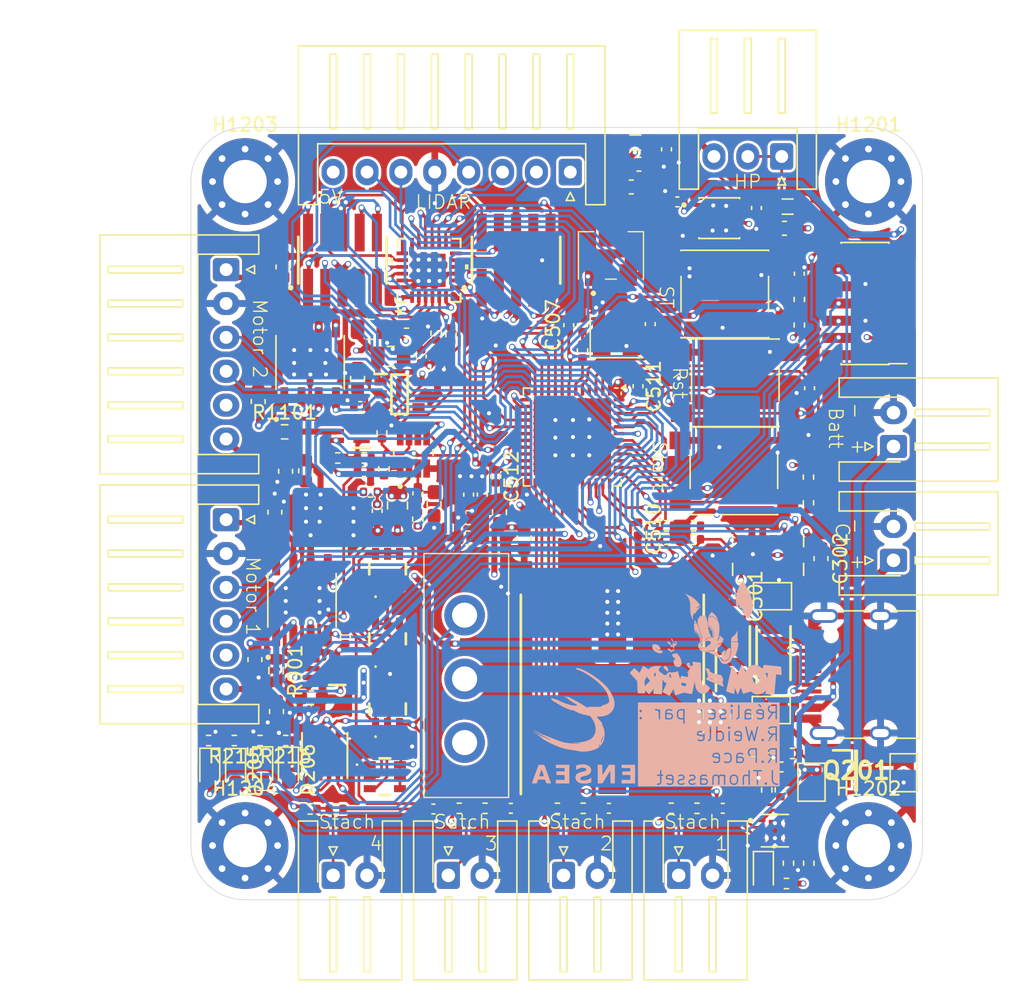
<source format=kicad_pcb>
(kicad_pcb (version 20240108) (generator "pcbnew") (generator_version "8.0")
  (layers (0 "F.Cu" signal) (1 "In1.Cu" power) (2 "In2.Cu" power) (31 "B.Cu" signal) (34 "B.Paste" user) (35 "F.Paste" user) (36 "B.SilkS" user "B.Silkscreen") (37 "F.SilkS" user "F.Silkscreen") (38 "B.Mask" user) (39 "F.Mask" user) (44 "Edge.Cuts" user))
  (net 0 "")
  (net 1 "GND")
  (net 2 "VCC")
  (net 3 "Net-(U201-VCC)")
  (net 4 "+5V")
  (net 5 "Net-(C205-Pad2)")
  (net 6 "Net-(U201-SW)")
  (net 7 "+3.3V")
  (net 8 "Net-(D205-K)")
  (net 9 "Net-(D206-K)")
  (net 10 "1.65V")
  (net 11 "+3.3VA")
  (net 12 "/STM32/OSC_IN")
  (net 13 "/STM32/BUTTON_Initial_State")
  (net 14 "/STM32/NRST")
  (net 15 "/STM32/BUTTON_Start_Robot")
  (net 16 "/Motors&Drivers/Motor1+")
  (net 17 "/Motors&Drivers/Motor1-")
  (net 18 "/Motors&Drivers/Motor2+")
  (net 19 "/Motors&Drivers/Motor2-")
  (net 20 "/Périphériques/MOUSTACHE_1")
  (net 21 "/Périphériques/MOUSTACHE_2")
  (net 22 "/Périphériques/MOUSTACHE_3")
  (net 23 "/Périphériques/MOUSTACHE_4")
  (net 24 "/Alimentation/Batt_CHG")
  (net 25 "Net-(D201-K)")
  (net 26 "Net-(D202-K)")
  (net 27 "Net-(D203-K)")
  (net 28 "Net-(D204-K)")
  (net 29 "Net-(D207-K)")
  (net 30 "/Périphériques/TOF6_GPIO1")
  (net 31 "/Périphériques/TOF6_XSHUT")
  (net 32 "/Périphériques/TOF4_XSHUT")
  (net 33 "/Périphériques/LIDAR_M_EN")
  (net 34 "/Périphériques/IMU_INT1")
  (net 35 "/Périphériques/TOF3_XSHUT")
  (net 36 "/Périphériques/TOF2_GPIO1")
  (net 37 "/Périphériques/LIDAR_DEV_EN")
  (net 38 "/Périphériques/TOF3_GPIO1")
  (net 39 "/Périphériques/TOF2_XSHUT")
  (net 40 "/Périphériques/EXPANDER_EXTI")
  (net 41 "/Led_Debug/Led_Debug_SDA")
  (net 42 "/Périphériques/TOF1_GPIO1")
  (net 43 "/Périphériques/TOF5_XSHUT")
  (net 44 "/Led_Debug/Led_Debug_SCL")
  (net 45 "/Périphériques/TOF4_GPIO1")
  (net 46 "/Périphériques/IMU_INT2")
  (net 47 "/Périphériques/TOF1_XSHUT")
  (net 48 "/Périphériques/TOF5_GPIO1")
  (net 49 "/Motors&Drivers/ASSERV_I1")
  (net 50 "Net-(IC901-IN+)")
  (net 51 "/Motors&Drivers/ASSERV_I2")
  (net 54 "/Alimentation/CC1")
  (net 58 "/Alimentation/CC2")
  (net 60 "/Alimentation/Batt_cell")
  (net 61 "/Périphériques/LIDAR_TX")
  (net 62 "/Périphériques/LIDAR_RX")
  (net 63 "/Périphériques/LIDAR_M_CTR")
  (net 64 "/Motors&Drivers/ENCODER_1B")
  (net 65 "/Motors&Drivers/ENCODER_1A")
  (net 66 "/Motors&Drivers/ENCODER_2B")
  (net 67 "/Motors&Drivers/ENCODER_2A")
  (net 68 "/STM32/STLINK_SWDIO")
  (net 70 "/STM32/VCP_TX")
  (net 73 "/STM32/STLINK_SWCLK")
  (net 74 "/STM32/STLINK_SWO")
  (net 76 "/STM32/VCP_RX")
  (net 77 "Net-(J1301-Pin_1)")
  (net 78 "Net-(J1701-Pin_1)")
  (net 79 "Net-(J1501-Pin_1)")
  (net 80 "Net-(U501-PB8)")
  (net 81 "Net-(LED801-B-)")
  (net 82 "Net-(LED801-G+)")
  (net 83 "Net-(LED801-R+)")
  (net 84 "Net-(LED801-B+)")
  (net 86 "/Périphériques/IMU_SDA")
  (net 87 "/Périphériques/IMU_SCL")
  (net 88 "Net-(U201-PG)")
  (net 89 "Net-(U201-EN{slash}SYNC)")
  (net 90 "Net-(U201-BST)")
  (net 91 "Net-(U201-FB)")
  (net 92 "Net-(U202-VSET)")
  (net 93 "Net-(U202-TMR)")
  (net 94 "Net-(U202-ISET)")
  (net 95 "Net-(U202-TS)")
  (net 96 "/STM32/OSC_OUT")
  (net 97 "Net-(R503-Pad2)")
  (net 98 "/Motors&Drivers/PWM_MOT2_CH1")
  (net 99 "/Motors&Drivers/PWM_MOT2_CH2")
  (net 100 "/Motors&Drivers/PWM_MOT1_CH1")
  (net 101 "/Motors&Drivers/PWM_MOT1_CH2")
  (net 102 "/Musique/DAC_STM+")
  (net 108 "Net-(U601-IN+)")
  (net 109 "/Musique/HP+")
  (net 110 "/Musique/HP-")
  (net 111 "Net-(U601-OUT+)")
  (net 112 "Net-(U601-OUT-)")
  (net 114 "Net-(C208-Pad1)")
  (net 115 "Net-(C210-Pad1)")
  (net 116 "Net-(C504-Pad2)")
  (net 117 "Net-(C604-Pad1)")
  (net 118 "Net-(D201-A)")
  (net 119 "Net-(D203-A)")
  (net 120 "Net-(IC1101-IN+)")
  (net 122 "Net-(J1601-Pin_1)")
  (net 123 "Net-(JP202-A)")
  (net 124 "Net-(JP203-B)")
  (net 125 "Net-(JP204-A)")
  (net 126 "Net-(R504-Pad2)")
  (footprint "LED_SMD:LED_0603_1608Metric_Pad1.05x0.95mm_HandSolder" (layer "F.Cu") (at 77.3 104.9 -90)
    (property "Reference" "D205")
    (property "Value" "LED")
  )
  (footprint "Capacitor_SMD:C_0402_1005Metric" (layer "F.Cu") (at 86.5 78 180)
    (property "Reference" "C1101" (hide yes))
    (property "Value" "100nF")
  )
  (footprint "Resistor_SMD:R_0402_1005Metric" (layer "F.Cu") (at 109.45 107.65)
    (property "Reference" "R1701" (hide yes))
    (property "Value" "10k")
  )
  (footprint "Capacitor_SMD:C_0603_1608Metric" (layer "F.Cu") (at 94.475 86.2)
    (property "Reference" "C503" (hide yes))
    (property "Value" "1u")
  )
  (footprint "Tom&Jerry:XBM5210" (layer "F.Cu") (at 82.2 92.3 90)
    (property "Reference" "U901" (hide yes))
    (property "Value" "ZXBM5210-S")
  )
  (footprint "Resistor_SMD:R_0402_1005Metric" (layer "F.Cu") (at 119.6 111.7 90)
    (property "Reference" "R210" (hide yes))
    (property "Value" "3.6k")
  )
  (footprint "Capacitor_SMD:C_0402_1005Metric" (layer "F.Cu") (at 116.5 102.2)
    (property "Reference" "C207" (hide yes))
    (property "Value" "10n")
  )
  (footprint "Connector_JST:JST_XH_S6B-XH-A_1x06_P2.50mm_Horizontal" (layer "F.Cu") (at 76.6 67.9 -90)
    (property "Reference" "J402" (hide yes))
    (property "Value" "Conn_01x06")
  )
  (footprint "Connector_JST:JST_XH_S2B-XH-A-1_1x02_P2.50mm_Horizontal" (layer "F.Cu") (at 110 112.6)
    (property "Reference" "J1701" (hide yes))
    (property "Value" "Conn_01x02")
  )
  (footprint "Capacitor_SMD:C_0402_1005Metric" (layer "F.Cu") (at 119.66 76.65 -90)
    (property "Reference" "C509" (hide yes))
    (property "Value" "10n")
  )
  (footprint "Capacitor_SMD:C_0603_1608Metric" (layer "F.Cu") (at 80.2 85.8 90)
    (property "Reference" "C904" (hide yes))
    (property "Value" "1uF")
  )
  (footprint "Capacitor_SMD:C_0402_1005Metric" (layer "F.Cu") (at 114.5 92 -90)
    (property "Reference" "C301")
    (property "Value" "100n")
  )
  (footprint "Resistor_SMD:R_0402_1005Metric" (layer "F.Cu") (at 75.31 102.648737)
    (property "Reference" "R217" (hide yes))
    (property "Value" "3.3k")
  )
  (footprint "Capacitor_SMD:C_0402_1005Metric" (layer "F.Cu") (at 107 87.02 -90)
    (property "Reference" "C510")
    (property "Value" "100n")
  )
  (footprint "Capacitor_SMD:C_0603_1608Metric" (layer "F.Cu") (at 80.8 67.7 90)
    (property "Reference" "C1104" (hide yes))
    (property "Value" "1uF")
  )
  (footprint "Resistor_SMD:R_0402_1005Metric" (layer "F.Cu") (at 79.11 102.648737 180)
    (property "Reference" "R214" (hide yes))
    (property "Value" "3.3k")
  )
  (footprint "Capacitor_SMD:C_0805_2012Metric" (layer "F.Cu") (at 87.25 72.3)
    (property "Reference" "C203" (hide yes))
    (property "Value" "22uF")
  )
  (footprint "Resistor_SMD:R_0402_1005Metric" (layer "F.Cu") (at 95.71 107.65 180)
    (property "Reference" "R1502" (hide yes))
    (property "Value" "10k")
  )
  (footprint "Connector_JST:JST_XH_S2B-XH-A-1_1x02_P2.50mm_Horizontal" (layer "F.Cu") (at 84.5 112.6)
    (property "Reference" "J1301" (hide yes))
    (property "Value" "Conn_01x02")
  )
  (footprint "Resistor_SMD:R_0402_1005Metric" (layer "F.Cu") (at 89.91 72.6 180)
    (property "Reference" "R206" (hide yes))
    (property "Value" "40.2k")
  )
  (footprint "Crystal:Crystal_SMD_EuroQuartz_MT-4Pin_3.2x2.5mm" (layer "F.Cu") (at 105.42 72.8)
    (property "Reference" "Y501" (hide yes))
    (property "Value" "16MHz")
  )
  (footprint "Tom&Jerry:SOT65P280X100-8N" (layer "F.Cu") (at 90.425 81.39 90)
    (property "Reference" "U201" (hide yes))
    (property "Value" "MP1475DJ-LF-P")
  )
  (footprint "Connector_JST:JST_XH_S2B-XH-A-1_1x02_P2.50mm_Horizontal" (layer "F.Cu") (at 125.85 80.95 90)
    (property "Reference" "J204" (hide yes))
    (property "Value" "Conn_01x02")
  )
  (footprint "Capacitor_SMD:C_0402_1005Metric" (layer "F.Cu") (at 107 76.5 -90)
    (property "Reference" "C511")
    (property "Value" "100n")
  )
  (footprint "Tom&Jerry:Potar" (layer "F.Cu") (at 105 66.85)
    (property "Reference" "RV601" (hide yes))
    (property "Value" "R_Potentiometer" (hide yes))
  )
  (footprint "Tom&Jerry:5988G10313F" (layer "F.Cu") (at 88.515 89.985 90)
    (property "Reference" "LED801" (hide yes))
    (property "Value" "RGB" (hide yes))
  )
  (footprint "Resistor_SMD:R_0402_1005Metric" (layer "F.Cu") (at 117.95 113.2 180)
    (property "Reference" "R209" (hide yes))
    (property "Value" "3.3k")
  )
  (footprint "Resistor_SMD:R_0402_1005Metric" (layer "F.Cu") (at 93.81 107.65)
    (property "Reference" "R1501" (hide yes))
    (property "Value" "10k")
  )
  (footprint "Tom&Jerry:SODFL4825X110N" (layer "F.Cu") (at 117 96.2 90)
    (property "Reference" "D201" (hide yes))
    (property "Value" "D" (hide yes))
  )
  (footprint "Resistor_SMD:R_0402_1005Metric" (layer "F.Cu") (at 118.9 71.99 90)
    (property "Reference" "R503" (hide yes))
    (property "Value" "10k")
  )
  (footprint "MountingHole:MountingHole_3.2mm_M3_Pad_Via" (layer "F.Cu") (at 124 61.4)
    (property "Reference" "H1201")
    (property "Value" "MountingHole_Pad")
  )
  (footprint "Tom&Jerry:5988G10313F" (layer "F.Cu") (at 88.515 100.315 90)
    (property "Reference" "LED803" (hide yes))
    (property "Value" "RGB" (hide yes))
  )
  (footprint "Capacitor_SMD:C_0402_1005Metric" (layer "F.Cu") (at 107.9 71.92 90)
    (property "Reference" "C501" (hide yes))
    (property "Value" "10p")
  )
  (footprint "Jumper:SolderJumper-2_P1.3mm_Open_TrianglePad1.0x1.5mm" (layer "F.Cu") (at 116.825 100.4 180)
    (property "Reference" "JP202" (hide yes))
    (property "Value" "SolderJumper_2_Open")
  )
  (footprint "Capacitor_SMD:C_0402_1005Metric" (layer "F.Cu") (at 90.75 84.41 -90)
    (property "Reference" "C205" (hide yes))
    (property "Value" "0.1uF")
  )
  (footprint "Tom&Jerry:SAMTEC_FTSH-105-01-F-DV-P-TR" (layer "F.Cu") (at 85.1875 67.2)
    (property "Reference" "J701" (hide yes))
    (property "Value" "FTSH-105-01-F-DV-P-TR")
  )
  (footprint "Resistor_SMD:R_0402_1005Metric" (layer "F.Cu") (at 117.5 106.29 -90)
    (property "Reference" "R212" (hide yes))
    (property "Value" "27k")
  )
  (footprint "Tom&Jerry:CAPAE1350X1400N" (layer "F.Cu") (at 105.1 98.65 90)
    (property "Reference" "C208" (hide yes))
    (property "Value" "1mF" (hide yes))
  )
  (footprint "Connector_PinHeader_1.27mm:PinHeader_2x07_P1.27mm_Vertical_SMD" (layer "F.Cu") (at 123.75 70.4 180)
    (property "Reference" "J501" (hide yes))
    (property "Value" "Conn_ST_STDC14")
  )
  (footprint "Connector_JST:JST_XH_S2B-XH-A-1_1x02_P2.50mm_Horizontal" (layer "F.Cu") (at 93 112.6)
    (property "Reference" "J1501" (hide yes))
    (property "Value" "Conn_01x02")
  )
  (footprint "Tom&Jerry:SAMTEC_FTSH-105-01-F-DV-P-TR" (layer "F.Cu") (at 98 67.2)
    (property "Reference" "J1001" (hide yes))
    (property "Value" "FTSH-105-01-F-DV-P-TR")
  )
  (footprint "Resistor_SMD:R_0402_1005Metric" (layer "F.Cu") (at 115.48 104.2 180)
    (property "Reference" "R202" (hide yes))
    (property "Value" "100m")
  )
  (footprint "Resistor_SMD:R_0402_1005Metric" (layer "F.Cu") (at 118.9 70.1 -90)
    (property "Reference" "R505" (hide yes))
    (property "Value" "10k")
  )
  (footprint "Inductor_SMD:L_0603_1608Metric_Pad1.05x0.95mm_HandSolder" (layer "F.Cu") (at 91.95 85.2 90)
    (property "Reference" "L201" (hide yes))
    (property "Value" "4.7uH")
  )
  (footprint "Resistor_SMD:R_0402_1005Metric" (layer "F.Cu") (at 118.1 111.7 90)
    (property "Reference" "R211" (hide yes))
    (property "Value" "27k")
  )
  (footprint "Resistor_SMD:R_0402_1005Metric" (layer "F.Cu") (at 88.25 82.6 90)
    (property "Reference" "R204" (hide yes))
    (property "Value" "100k")
  )
  (footprint "Tom&Jerry:SOT65P210X110-6N" (layer "F.Cu") (at 85.65 79.85 180)
    (property "Reference" "IC1101" (hide yes))
    (property "Value" "NCS199A2RSQT2G" (hide yes))
  )
  (footprint "Inductor_SMD:L_0603_1608Metric_Pad1.05x0.95mm_HandSolder" (layer "F.Cu") (at 96.775 85.8 -90)
    (property "Reference" "L501" (hide yes))
    (property "Value" "39n")
  )
  (footprint "Capacitor_SMD:C_0402_1005Metric" (layer "F.Cu") (at 102.9 71.995723 -90)
    (property "Reference" "C504" (hide yes))
    (property "Value" "10p")
  )
  (footprint "Jumper:SolderJumper-2_P1.3mm_Open_TrianglePad1.0x1.5mm" (layer "F.Cu") (at 116.925 92 180)
    (property "Reference" "JP201" (hide yes))
    (property "Value" "SolderJumper_2_Open")
  )
  (footprint "Capacitor_SMD:C_0805_2012Metric" (layer "F.Cu") (at 89.25 85.3 -90)
    (property "Reference" "C201" (hide yes))
    (property "Value" "22uF")
  )
  (footprint "Capacitor_SMD:C_0603_1608Metric" (layer "F.Cu") (at 78.726968 96.676764 -90)
    (property "Reference" "C2" (hide yes))
    (property "Value" "10uF")
  )
  (footprint "MountingHole:MountingHole_3.2mm_M3_Pad_Via" (layer "F.Cu") (at 78 61.4)
    (property "Reference" "H1203")
    (property "Value" "MountingHole_Pad")
  )
  (footprint "Resistor_SMD:R_0402_1005Metric" (layer "F.Cu") (at 111.35 107.65 180)
    (property "Reference" "R1702" (hide yes))
    (property "Value" "10k")
  )
  (footprint "Capacitor_SMD:C_0603_1608Metric" (layer "F.Cu") (at 94.45 87.7)
    (property "Reference" "C505" (hide yes))
    (property "Value" "1u")
  )
  (footprint "Connector_USB:USB_C_Receptacle_HRO_TYPE-C-31-M-12" (layer "F.Cu") (at 123.85 97.78 90)
    (property "Reference" "J202" (hide yes))
    (property "Value" "USB_C_Receptacle_USB2.0_16P")
  )
  (footprint "Capacitor_SMD:C_0603_1608Metric" (layer "F.Cu") (at 78.97 77.63 90)
    (property "Reference" "C1" (hide yes))
    (property "Value" "10uF")
  )
  (footprint "Capacitor_SMD:C_0402_1005Metric" (layer "F.Cu") (at 91 74.3 -90)
    (property "Reference" "C210" (hide yes))
    (property "Value" "15pF")
  )
  (footprint "MountingHole:MountingHole_3.2mm_M3_Pad_Via" (layer "F.Cu") (at 124 110.4)
    (property "Reference" "H1202")
    (property "Value" "MountingHole_Pad")
  )
  (footprint "Tom&Jerry:RTW24_2P45X2P45" (layer "F.Cu") (at 91.575 67.949937 90)
    (property "Reference" "IC301" (hide yes))
    (property "Value" "TCA9555RTWR")
  )
  (footprint "Capacitor_SMD:C_0402_1005Metric" (layer "F.Cu") (at 118.9 68.2 90)
    (property "Reference" "C508" (hide yes))
    (property "Value" "10n")
  )
  (footprint "Capacitor_SMD:C_0603_1608Metric" (layer "F.Cu") (at 107.0625 60.12)
    (property "Reference" "C602" (hide yes))
    (property "Value" "1u")
  )
  (footprint "Capacitor_SMD:C_0402_1005Metric" (layer "F.Cu") (at 104.85 107.65)
    (property "Reference" "C1601" (hide yes))
    (property "Value" "10n")
  )
  (footprint "Tom&Jerry:XBM5210" (layer "F.Cu") (at 82.8 74.7425 90)
    (property "Reference" "U1101" (hide yes))
    (property "Value" "ZXBM5210-S")
  )
  (footprint "Capacitor_SMD:C_0603_1608Metric" (layer "F.Cu") (at 86.3 75.925 90)
    (property "Reference" "C213" (hide yes))
    (property "Value" "1u")
  )
  (footprint "Resistor_SMD:R_0402_1005Metric" (layer "F.Cu") (at 102.95 107.65 180)
    (property "Reference" "R1602" (hide yes))
    (property "Value" "10k")
  )
  (footprint "Connector_JST:JST_XH_S6B-XH-A_1x06_P2.50mm_Horizontal" (layer "F.Cu") (at 76.6 86.35 -90)
    (property "Reference" "J401" (hide yes))
    (property "Value" "Conn_01x06")
  )
  (footprint "Tom&Jerry:DFN300X300X80-8N" (layer "F.Cu") (at 112.995 64.1)
    (property "Reference" "U601" (hide yes))
    (property "Value" "PAM8302AAY")
  )
  (footprint "Capacitor_SMD:C_0402_1005Metric" (layer "F.Cu") (at 91.9 107.7)
    (property "Reference" "C1301" (hide yes))
    (property "Value" "10n")
  )
  (footprint "Resistor_SMD:R_0402_1005Metric" (layer "F.Cu") (at 84.71 107.7 180)
    (property "Reference" "R1302" (hide yes))
    (property "Value" "10k")
  )
  (footprint "Capacitor_SMD:C_0402_1005Metric" (layer "F.Cu") (at 96.504464 83.158465 -90)
    (property "Reference" "C512")
    (property "Value" "100n")
  )
  (footprint "Resistor_SMD:R_0402_1005Metric" (layer "F.Cu") (at 77.204511 102.648737 180)
    (property "Reference" "R215")
    (property "Value" "3.3k")
  )
  (footprint "Capacitor_SMD:C_0402_1005Metric" (layer "F.Cu") (at 94.5 84.5 -90)
    (property "Reference" "C506" (hide yes))
    (property "Value" "10n")
  )
  (footprint "Resistor_SMD:R_0402_1005Metric" (layer "F.Cu") (at 102.9 73.9 90)
    (property "Reference" "R501" (hide yes))
    (property "Value" "10R")
  )
  (footprint "Tom&Jerry:PQFN80P300X500X100-14N" (layer "F.Cu") (at 116.6 88.96 90)
    (property "Reference" "U301" (hide yes))
    (property "Value" "ADXL343")
  )
  (footprint "Resistor_SMD:R_0402_1005Metric" (layer "F.Cu") (at 109.1 86.8 180)
    (property "Reference" "R104" (hide yes))
    (property "Value" "10k")
  )
  (footprint "Capacitor_SMD:C_0603_1608Metric" (layer "F.Cu") (at 82.47 82.74 -90)
    (property "Reference" "C1102" (hide yes))
    (property "Value" "1uF")
  )
  (footprint "Capacitor_SMD:C_0603_1608Metric" (layer "F.Cu") (at 106.5 61.8)
    (property "Reference" "C604" (hide yes))
    (property "Value" "1u")
  )
  (footprint "Capacitor_SMD:C_0402_1005Metric" (layer "F.Cu") (at 116.5 103.2)
    (property "Reference" "C206" (hide yes))
    (property "Value" "100n")
  )
  (footprint "Jumper:SolderJumper-2_P1.3mm_Open_TrianglePad1.0x1.5mm" (layer "F.Cu") (at 126.6 105.025 90)
    (property "Reference" "JP203" (hide yes))
    (property "Value" "SolderJumper_2_Open")
  )
  (footprint "Resistor_SMD:R_0402_1005Metric" (layer "F.Cu") (at 86.8 81.8)
    (property "Reference" "R402" (hide yes))
    (property "Value" "100k")
  )
  (footprint "Inductor_SMD:L_0805_2012Metric" (layer "F.Cu") (at 106.8 58.52)
    (property "Reference" "FB602" (hide yes))
    (property "Value" "FerriteBead_Small")
  )
  (footprint "LED_SMD:LED_0603_1608Metric_Pad1.05x0.95mm_HandSolder" (layer "F.Cu") (at 116.25 112.5 -90)
    (property "Reference" "D203" (hide yes))
    (property "Value" "LED")
  )
  (footprint "Resistor_SMD:R_0402_1005Metric" (layer "F.Cu") (at 87.25 84.3)
    (property "Reference" "R203" (hide yes))
    (property "Value" "100k")
  )
  (footprint "Capacitor_SMD:C_0402_1005Metric" (layer "F.Cu") (at 87.75 85.7 -90)
    (property "Reference" "C202" (hide yes))
    (property "Value" "0.1u")
  )
  (footprint "Tom&Jerry:IC_BQ25172DSGR" (layer "F.Cu") (at 117.1 109.3)
    (property "Reference" "U202" (hide yes))
    (property "Value" "BQ25172DSGR")
  )
  (footprint "Resistor_SMD:R_0402_1005Metric" (layer "F.Cu") (at 93.2 72.7 -90)
    (property "Reference" "R205" (hide yes))
    (property "Value" "16k")
  )
  (footprint "Button_Switch_SMD:SW_Push_1P1T_NO_6x6mm_H9.5mm" (layer "F.Cu") (at 113.4 69.7)
    (property "Reference" "SW502" (hide yes))
    (property "Value" "SW_Push")
  )
  (footprint "Capacitor_SMD:C_0402_1005Metric" (layer "F.Cu") (at 115.7375 63.35 -90)
    (property "Reference" "C603" (hide yes))
    (property "Value" "220p")
  )
  (footprint "Capacitor_SMD:C_0603_1608Metric" (layer "F.Cu") (at 80.32 100.51 -90)
    (property "Reference" "C903" (hide yes))
    (property "Value" "1uF")
  )
  (footprint "LED_SMD:LED_0603_1608Metric_Pad1.05x0.95mm_HandSolder" (layer "F.Cu") (at 81.2 104.8 -90)
    (property "Reference" "D206")
    (property "Value" "LED")
  )
  (footprint "Capacitor_SMD:C_0603_1608Metric" (layer "F.Cu") (at 120.5 89.225 -90)
    (property "Reference" "C302")
    (property "Value" "0.1u")
  )
  (footprint "Button_Switch_SMD:SW_Push_1P1T_NO_6x6mm_H9.5mm" (layer "F.Cu") (at 114.175 76.25 180)
    (property "Reference" "SW501" (hide yes))
    (property "Value" "SW_Push")
  )
  (footprint "Tom&Jerry:5988G10313F" (layer "F.Cu") (at 88.315 105.315)
    (property "Reference" "LED802" (hide yes))
    (property "Value" "RGB" (hide yes))
  )
  (footprint "Connector_JST:JST_XH_S2B-XH-A-1_1x02_P2.50mm_Horizontal" (layer "F.Cu") (at 101.5 112.6)
    (property "Reference" "J1601" (hide yes))
    (property "Value" "Conn_01x02")
  )
  (footprint "Capacitor_SMD:C_0603_1608Metric" (layer "F.Cu") (at 80.99 82.78 -90)
    (property "Reference" "C1103" (hide yes))
    (property "Value" "1uF")
  )
  (footprint "Resistor_SMD:R_0402_1005Metric" (layer "F.Cu") (at 82.8 107.7)
    (property "Reference" "R1301" (hide yes))
    (property "Value" "10k")
  )
  (footprint "Tom&Jerry:SOT95P280X125-5N" (layer "F.Cu") (at 89.4 77.1)
    (property "Reference" "PS201" (hide yes))
    (property "Value" "BU33SD5WG-TR")
  )
  (footprint "Capacitor_SMD:C_0603_1608Metric" (layer "F.Cu") (at 82.9 99.5)
    (property "Reference" "C902" (hide yes))
    (property "Value" "1uF")
  )
  (footprint "Capacitor_SMD:C_0402_1005Metric" (layer "F.Cu") (at 88.1 79.9 -90)
    (property "Reference" "C209" (hide yes))
    (property "Value" "0.1uF")
  )
  (footprint "Resistor_SMD:R_0603_1608Metric" (layer "F.Cu") (at 80.92 79.87)
    (property "Reference" "R1101")
    (property "Value" "0.015")
  )
  (footprint "Resistor_SMD:R_0402_1005Metric" (layer "F.Cu") (at 119.575 85.11 90)
    (property "Reference" "R506" (hide yes))
    (property "Value" "10k")
  )
  (footprint "Inductor_SMD:L_0805_2012Metric" (layer "F.Cu") (at 118.0375 63.25 180)
    (property "Reference" "FB601" (hide yes))
    (property "Value" "FerriteBead_Small")
  )
  (footprint "Resistor_SMD:R_0402_1005Metric" (layer "F.Cu") (at 119.575 83.21 -90)
    (property "Reference" "R504" (hide yes))
    (property "Value" "10k")
  )
  (footprint "Capacitor_SMD:C_0402_1005Metric" (layer "F.Cu") (at 95.5 84.5 -90)
    (property "Reference" "C502" (hide yes))
    (property "Value" "10n")
  )
  (footprint "Capacitor_SMD:C_0402_1005Metric" (layer "F.Cu") (at 109.9 62.9 180)
    (property "Reference" "C605" (hide yes))
    (property "Value" "100n")
  )
  (footprint "Resistor_SMD:R_0402_1005Metric" (layer "F.Cu") (at 84.84 81.8)
    (property "Reference" "R401" (hide yes))
    (property "Value" "100k")
  )
  (footprint "Capacitor_SMD:C_0402_1005Metric" (layer "F.Cu") (at 117.58 104.6 180)
    (property "Reference" "C211" (hide yes))
    (property "Value" "10n")
  )
  (footprint "Package_DFN_QFN:QFN-48-1EP_7x7mm_P0.5mm_EP5.1x5.1mm" (layer "F.Cu") (at 102.15 80.25 -90)
    (property "Reference" "U501" (hide yes))
    (property "Value" "STM32G431CBU6")
  )
  (footprint "Jumper:SolderJumper-2_P1.3mm_Open_TrianglePad1.0x1.5mm" (layer "F.Cu") (at 119.8 105.725 90)
    (property "Reference" "JP204" (hide yes))
    (property "Value" "SolderJumper_2_Open")
  )
  (footprint "MountingHole:MountingHole_3.2mm_M3_Pad_Via" (layer "F.Cu") (at 78 110.4)
    (property "Reference" "H1204")
    (property "Value" "MountingHole_Pad")
  )
  (footprint "Tom&Jerry:SOT95P237X112-3N" (layer "F.Cu") (at 123.09 104.87)
    (property "Reference" "Q201")
    (property "Value" "SI2365EDS-T1-GE3" (hide yes))
  )
  (footprint "Resistor_SMD:R_0402_1005Metric" (layer "F.Cu") (at 109.1 87.8 180)
    (property "Reference" "R103" (hide yes))
    (property "Value" "10k")
  )
  (footprint "Capacitor_SMD:C_0805_2012Metric" (layer "F.Cu") (at 88.75 74.3)
    (property "Reference" "C204" (hide yes))
    (property "Value" "22uF")
  )
  (footprint "Resistor_SMD:R_0402_1005Metric" (layer "F.Cu") (at 101.05 107.65)
    (property "Reference" "R1601" (hide yes))
    (property "Value" "10k")
  )
  (footprint "Resistor_SMD:R_0402_1005Metric" (layer "F.Cu") (at 90.75 86.31 90)
    (property "Reference" "R201" (hide yes))
    (property "Value" "20")
  )
  (footprint "Capacitor_SMD:C_0402_1005Metric" (layer "F.Cu") (at 101.887341 71.995723 90)
    (property "Reference" "C507")
    (property "Value" "100nF")
  )
  (footprint "Resistor_SMD:R_0402_1005Metric" (layer "F.Cu") (at 108.1 77.11 -90)
    (property "Reference" "R502" (hide yes))
    (property "Value" "100k")
  )
  (footprint "Capacitor_SMD:C_0603_1608Metric" (layer "F.Cu") (at 98.6 87.7 -90)
    (property "Reference" "C513" (hide yes))
    (property "Value" "4.7u")
  )
  (footprint "Connector_JST:JST_XH_S8B-XH-A_1x08_P2.50mm_Horizontal" (layer "F.Cu") (at 102 60.7 180)
    (property "Reference" "J301" (hide yes))
    (property "Value" "Conn_01x08")
  )
  (footprint "Tom&Jerry:SOT65P210X110-6N" (layer "F.Cu") (at 83.85 97.35 180)
    (property "Reference" "IC901" (hide yes))
    (property "Value" "NCS199A2RSQT2G" (hide yes))
  )
  (footprint "LED_SMD:LED_0603_1608Metric_Pad1.05x0.95mm_HandSolder" (layer "F.Cu") (at 75.4 104.875 -90)
    (property "Reference" "D207" (hide yes))
    (property "Value" "LED")
  )
  (footprint "Capacitor_SMD:C_0402_1005Metric" (layer "F.Cu") (at 86.78 82.8)
    (property "Reference" "C401" (hide yes))
    (property "Value" "100nF")
  )
  (footprint "Capacitor_SMD:C_0603_1608Metric" (layer "F.Cu") (at 92.2 75.2 -90)
    (property "Reference" "C212" (hide yes))
    (property "Value" "1u")
  )
  (footprint "Resistor_SMD:R_0402_1005Metric" (layer "F.Cu") (at 81.000505 102.648737 180)
    (property "Reference" "R216")
    (property "Value" "3.3k")
  )
  (footprint "LED_SMD:LED_0603_1608Metric_Pad1.05x0.95mm_HandSolder" (layer "F.Cu") (at 79.3 104.775 -90)
    (property "Reference" "D204" (hide yes))
    (property "Value" "LED")
  )
  (footprint "Capacitor_SMD:C_0603_1608Metric" (layer "F.Cu") (at 117.8 64.85 180)
    (property "Reference" "C601" (hide yes))
    (property "Value" "10u")
  )
  (footprint "Capacitor_SMD:C_0402_1005Metric" (layer "F.Cu") (at 109.1 59.02 -90)
    (property "Reference" "C606" (hide yes))
    (property "Value" "220p")
  )
  (footprint "Resistor_SMD:R_0402_1005Metric" (layer "F.Cu") (at 92.1 72.59 -90)
    (property "Reference" "R207" (hide yes))
    (property "Value" "7.68k")
  )
  (footprint "Capacitor_SMD:C_0402_1005Metric" (layer "F.Cu") (at 85.4 95.02 90)
    (property "Reference" "C901" (hide yes))
    (property "Value" "100nF")
  )
  (footprint "Capacitor_SMD:C_0402_1005Metric" (layer "F.Cu") (at 97.61 107.65)
    (property "Reference" "C1501" (hide yes))
    (property "Value" "10n")
  )
  (footprint "Tom&Jerry:SODFL4825X110N" (layer "F.Cu") (at 114 96.2 90)
    (property "Reference" "D202" (hide yes))
    (property "Value" "D" (hide yes))
  )
  (footprint "Button_Switch_SMD:SW_Push_1P1T_NO_6x6mm_H9.5mm" (layer "F.Cu") (at 114.075 82.75)
    (property "Reference" "SW503" (hide yes))
    (property "Value" "SW_Push")
  )
  (footprint "Connector_JST:JST_XH_S2B-XH-A-1_1x02_P2.50mm_Horizontal" (layer "F.Cu") (at 125.85 89.35 90)
    (property "Reference" "J203" (hide yes))
    (property "Value" "Conn_01x02")
  )
  (footprint "Tom&Jerry:Switch-3" (layer "F.Cu") (at 94.2 98.1 90)
    (property "Reference" "J201" (hide yes))
    (property "Value" "Interrupteur")
  )
  (footprint "Resistor_SMD:R_0402_1005Metric" (layer "F.Cu") (at 111.1 87.8)
    (property "Reference" "R102" (hide yes))
    (property "Value" "10k")
  )
  (footprint "Tom&Jerry:5988G10313F" (layer "F.Cu") (at 88.515 95.145 90)
    (property "Reference" "LED804" (hide yes))
    (property "Value" "RGB" (hide yes))
  )
  (footprint "Capacitor_SMD:C_0402_1005Metric" (layer "F.Cu") (at 113.25 107.65)
    (property "Reference" "C1701" (hide yes))
    (property "Value" "10n")
  )
  (footprint "Resistor_SMD:R_0603_1608Metric" (layer "F.Cu") (at 80.28 97.48 -90)
    (property "Reference" "R901")
    (property "Value" "0.015")
  )
  (footprint "Resistor_SMD:R_0402_1005Metric" (layer "F.Cu") (at 111.1 86.8)
    (property "Reference" "R101" (hide yes))
    (property "Value" "10k")
  )
  (footprint "Resistor_SMD:R_0402_1005Metric" (layer "F.Cu") (at 118.4 103.6)
    (property "Reference" "R208" (hide yes))
    (property "Value" "15k")
  )
  (footprint "Connector_JST:JST_XH_S3B-XH-A_1x03_P2.50mm_Horizontal" (layer "F.Cu") (at 117.6 59.55 180)
    (property "Reference" "J601" (hide yes))
    (property "Value" "Conn_01x03")
  )
  (footprint "Tom&Jerry:WSON8_DSD_TEX" (layer "F.Cu") (at 83.874999 103.7522 90)
    (property "Reference" "U801" (hide yes))
    (property "Value" "LP5812ADSDR")
  )
  (footprint "Resistor_SMD:R_0402_1005Metric" (layer "F.Cu") (at 116.5 106.3 -90)
    (property "Reference" "R213" (hide yes))
    (property "Value" "10k")
  )
  (footprint "LOGO" (layer "B.Cu") (at 112 95.5 180)
    (property "Reference" "G***" (hide yes))
    (property "Value" "LOGO" (hide yes))
  )
  (footprint "LOGO" (layer "B.Cu") (at 103 102.5 180)
    (property "Reference" "G***" (hide yes))
    (property "Value" "LOGO" (hide yes))
  )
  (gr_line (start 124 114.4) (end 78 114.4) (stroke (width 0.05)) (layer "Edge.Cuts"))
  (gr_arc (start 78 114.4) (mid 75.171573 113.228427) (end 74 110.4) (stroke (width 0.05)) (layer "Edge.Cuts"))
  (gr_arc (start 124 57.4) (mid 126.828427 58.571573) (end 128 61.4) (stroke (width 0.05)) (layer "Edge.Cuts"))
  (gr_arc (start 128 110.4) (mid 126.828427 113.228427) (end 124 114.4) (stroke (width 0.05)) (layer "Edge.Cuts"))
  (gr_line (start 128 61.4) (end 128 110.4) (stroke (width 0.05)) (layer "Edge.Cuts"))
  (gr_line (start 74 110.4) (end 74 61.4) (stroke (width 0.05)) (layer "Edge.Cuts"))
  (gr_arc (start 74 61.4) (mid 75.171573 58.571573) (end 78 57.4) (stroke (width 0.05)) (layer "Edge.Cuts"))
  (gr_line (start 78 57.4) (end 124 57.4) (stroke (width 0.05)) (layer "Edge.Cuts"))
  (gr_text "Réaliser par :\nR.Weidle\nR.Pace\nJ.Thomasset" (at 117.5 106 0) (layer "B.SilkS" knockout) (effects (font (size 1 1) (thickness 0.1)) (justify left bottom mirror)))
  (gr_text "+" (at 122.5 90 0) (layer "F.SilkS") (effects (font (size 1 1) (thickness 0.1)) (justify left bottom)))
  (gr_text "Start" (at 108 80.5 -90) (layer "F.SilkS") (effects (font (size 1 1) (thickness 0.1)) (justify left bottom)))
  (gr_text "5V\n" (at 83.36 63.11 0) (layer "F.SilkS") (effects (font (size 1 1) (thickness 0.1)) (justify left bottom)))
  (gr_text "Stach\n	4" (at 83.36 110.84 0) (layer "F.SilkS") (effects (font (size 1 1) (thickness 0.1)) (justify left bottom)))
  (gr_text "Motor 1\n" (at 78 89 -90) (layer "F.SilkS") (effects (font (size 1 1) (thickness 0.1)) (justify left bottom)))
  (gr_text "Batt" (at 121 78 -90) (layer "F.SilkS") (effects (font (size 1 1) (thickness 0.1)) (justify left bottom)))
  (gr_text "+" (at 122.5 81.5 0) (layer "F.SilkS") (effects (font (size 1 1) (thickness 0.1)) (justify left bottom)))
  (gr_text "Satch \n	3\n" (at 91.86 110.84 0) (layer "F.SilkS") (effects (font (size 1 1) (thickness 0.1)) (justify left bottom)))
  (gr_text "Rst" (at 109.5 75 270) (layer "F.SilkS") (effects (font (size 1 1) (thickness 0.1)) (justify left bottom)))
  (gr_text "Chr" (at 121.5 86.5 -90) (layer "F.SilkS") (effects (font (size 1 1) (thickness 0.1)) (justify left bottom)))
  (gr_text "ST" (at 108.5 69 -90) (layer "F.SilkS") (effects (font (size 1 1) (thickness 0.1)) (justify left bottom)))
  (gr_text "-" (at 123.5 79 90) (layer "F.SilkS") (effects (font (size 1 1) (thickness 0.1)) (justify left bottom)))
  (gr_text "Motor 2" (at 78.5 70 -90) (layer "F.SilkS") (effects (font (size 1 1) (thickness 0.1)) (justify left bottom)))
  (gr_text "Stach\n	1" (at 108.86 110.84 0) (layer "F.SilkS") (effects (font (size 1 1) (thickness 0.1)) (justify left bottom)))
  (gr_text "Stach\n	2" (at 100.36 110.84 0) (layer "F.SilkS") (effects (font (size 1 1) (thickness 0.1)) (justify left bottom)))
  (gr_text "HP" (at 114 62 0) (layer "F.SilkS") (effects (font (size 1 1) (thickness 0.1)) (justify left bottom)))
  (gr_text "LIDAR" (at 90.5 63.5 0) (layer "F.SilkS") (effects (font (size 1 1) (thickness 0.1)) (justify left bottom)))
  (gr_text "-" (at 123.5 87.5 90) (layer "F.SilkS") (effects (font (size 1 1) (thickness 0.1)) (justify left bottom)))
  (segment (start 116.98 103.2) (end 116.98 103.9) (width 0.45) (layer "F.Cu") (net 1))
  (segment (start 88.482396 72.582396) (end 88.2 72.3) (width 0.2) (layer "F.Cu") (net 1))
  (segment (start 93.7 87.675) (end 93.675 87.7) (width 0.2) (layer "F.Cu") (net 1))
  (segment (start 110.625 65.075) (end 110.3 65.4) (width 0.45) (layer "F.Cu") (net 1))
  (segment (start 85.432539 63.0117) (end 85.432539 62.925) (width 0.45) (layer "F.Cu") (net 1))
  (segment (start 79.1775 70.4) (end 76.6 70.4) (width 0.4) (layer "F.Cu") (net 1))
  (segment (start 108.825 76.6) (end 108.1 76.6) (width 0.2) (layer "F.Cu") (net 1))
  (segment (start 117 89.97) (end 117.8 89.97) (width 0.2) (layer "F.Cu") (net 1))
  (segment (start 111.43 74) (end 113.24 72.19) (width 0.2) (layer "F.Cu") (net 1))
  (segment (start 85.07212 63.372119) (end 85.432539 63.0117) (width 0.45) (layer "F.Cu") (net 1))
  (segment (start 116.98 103.9) (end 116.98 104.48) (width 0.45) (layer "F.Cu") (net 1))
  (segment (start 84 97.35) (end 83.9 97.45) (width 0.2) (layer "F.Cu") (net 1))
  (segment (start 87.75 87.1) (end 87.75 86.18) (width 0.45) (layer "F.Cu") (net 1))
  (segment (start 87.18 76.67) (end 87.18 76.03) (width 0.2) (layer "F.Cu") (net 1))
  (segment (start 119.805 101.185) (end 120.72 102.1) (width 0.45) (layer "F.Cu") (net 1))
  (segment (start 79.47 88.85) (end 80.295 89.675) (width 0.4) (layer "F.Cu") (net 1))
  (segment (start 88 77.1) (end 87.61 77.1) (width 0.2) (layer "F.Cu") (net 1))
  (segment (start 98.6 88.475) (end 98.6 90.6) (width 0.45) (layer "F.Cu") (net 1))
  (segment (start 93.675 86.225) (end 93.7 86.2) (width 0.45) (layer "F.Cu") (net 1))
  (segment (start 117 89.97) (end 117 90.4) (width 0.2) (layer "F.Cu") (net 1))
  (segment (start 76.6 88.85) (end 79.47 88.85) (width 0.4) (layer "F.Cu") (net 1))
  (segment (start 86.90003 82.28204) (end 87.26 82.64201) (width 0.2) (layer "F.Cu") (net 1))
  (segment (start 103.94 71.52) (end 104.32 71.9) (width 0.2) (layer "F.Cu") (net 1))
  (segment (start 87.18 76.03) (end 86.3 75.15) (width 0.2) (layer "F.Cu") (net 1))
  (segment (start 117.025 64.85) (end 116.7575 64.85) (width 0.2) (layer "F.Cu") (net 1))
  (segment (start 85.07212 63.37212) (end 85.07212 63.70462) (width 0.45) (layer "F.Cu") (net 1))
  (segment (start 117.375 67.45) (end 116.95 67.45) (width 0.45) (layer "F.Cu") (net 1))
  (segment (start 115.7375 64.8825) (end 115.73 64.89) (width 0.2) (layer "F.Cu") (net 1))
  (segment (start 90.750389 68.700126) (end 90.7876 68.737337) (width 0.2) (layer "F.Cu") (net 1))
  (segment (start 93.55 68.2) (end 92.612463 68.2) (width 0.2) (layer "F.Cu") (net 1))
  (segment (start 119.66 77.13) (end 118.83 77.13) (width 0.2) (layer "F.Cu") (net 1))
  (segment (start 109.42 62.9) (end 109.42 62.52) (width 0.45) (layer "F.Cu") (net 1))
  (segment (start 117.4 90.8) (end 117.8 90.4) (width 0.2) (layer "F.Cu") (net 1))
  (segment (start 85.07212 63.70462) (end 85.1875 63.82) (width 0.45) (layer "F.Cu") (net 1))
  (segment (start 109.42 62.52) (end 109 62.1) (width 0.45) (layer "F.Cu") (net 1))
  (segment (start 115.4 88.975002) (end 115.4 89.97) (width 0.2) (layer "F.Cu") (net 1))
  (segment (start 94.71 83.16) (end 94.5 83.37) (width 0.2) (layer "F.Cu") (net 1))
  (segment (start 80.895 72.1175) (end 79.1775 70.4) (width 0.4) (layer "F.Cu") (net 1))
  (segment (start 116.5 105.79) (end 116.29 105.79) (width 0.45) (layer "F.Cu") (net 1))
  (segment (start 98.6 90.6) (end 97.4 91.8) (width 0.45) (layer "F.Cu") (net 1))
  (segment (start 92.612463 68.2) (end 92.3624 67.949937) (width 0.2) (layer "F.Cu") (net 1))
  (segment (start 85.07212 63.37212) (end 85.07212 63.372119) (width 0.45) (layer "F.Cu") (net 1))
  (segment (start 83.9 99.275) (end 83.675 99.5) (width 0.2) (layer "F.Cu") (net 1))
  (segment (start 90.324685 69.200252) (end 90.7876 68.737337) (width 0.2) (layer "F.Cu") (net 1))
  (segment (start 116.29 105.79) (end 115.9 105.4) (width 0.45) (layer "F.Cu") (net 1))
  (segment (start 114.455 63.83) (end 114.4 63.775) (width 0.2) (layer "F.Cu") (net 1))
  (segment (start 115.475002 88.9) (end 115.475002 88.674998) (width 0.2) (layer "F.Cu") (net 1))
  (segment (start 89.15 73.75) (end 89.7 74.3) (width 0.2) (layer "F.Cu") (net 1))
  (segment (start 104.391399 70.317608) (end 104.391399 71.828601) (width 0.2) (layer "F.Cu") (net 1))
  (segment (start 90.325 66.699937) (end 90.7876 67.162537) (width 0.2) (layer "F.Cu") (net 1))
  (segment (start 115.7375 63.83) (end 114.455 63.83) (width 0.2) (layer "F.Cu") (net 1))
  (segment (start 117.49 105.79) (end 117.5 105.78) (width 0.45) (layer "F.Cu") (net 1))
  (segment (start 87.8 87.15) (end 87.75 87.1) (width 0.45) (layer "F.Cu") (net 1))
  (segment (start 85.925 75.525) (end 86.3 75.15) (width 0.3) (layer "F.Cu") (net 1))
  (segment (start 85.39 75.525) (end 85.39 77.37) (width 0.3) (layer "F.Cu") (net 1))
  (segment (start 117.49 103.2) (end 117.89 103.6) (width 0.45) (layer "F.Cu") (net 1))
  (segment (start 85.1875 63.82) (end 85.1875 65.165) (width 0.45) (layer "F.Cu") (net 1))
  (segment (start 108.72 60.12) (end 108.9 60.3) (width 0.2) (layer "F.Cu") (net 1))
  (segment (start 109.5 59.5) (end 110 60) (width 0.45) (layer "F.Cu") (net 1))
  (segment (start 102.9 71.52) (end 103.94 71.52) (width 0.2) (layer "F.Cu") (net 1))
  (segment (start 83.675 99.5) (end 83.675 99.691601) (width 0.45) (layer "F.Cu") (net 1))
  (segment (start 85.39 77.37) (end 85.56 77.54) (width 0.3) (layer "F.Cu") (net 1))
  (segment (start 95.5 84.02) (end 94.5 84.02) (width 0.2) (layer "F.Cu") (net 1))
  (segment (start 87.26 82.64201) (end 87.26 82.8) (width 0.2) (layer "F.Cu") (net 1))
  (segment (start 90.325 65.974937) (end 90.325 66.699937) (width 0.2) (layer "F.Cu") (net 1))
  (segment (start 116.95 67.45) (end 116.1 68.3) (width 0.45) (layer "F.Cu") (net 1))
  (segment (start 87.693866 79.85) (end 86.6 79.85) (width 0.2) (layer "F.Cu") (net 1))
  (segment (start 95.5 84.02) (end 95.5 83.15) (width 0.2) (layer "F.Cu") (net 1))
  (segment (start 78.6 101.989187) (end 78.6 102.65) (width 0.45) (layer "F.Cu") (net 1))
  (segment (start 118.1 112.21) (end 118.8 112.21) (width 0.2) (layer "F.Cu") (net 1))
  (segment (start 116.98 103.2) (end 117.49 103.2) (width 0.45) (layer "F.Cu") (net 1))
  (segment (start 116.5 105.79) (end 117.49 105.79) (width 0.45) (layer "F.Cu") (net 1))
  (segment (start 119.805 101.03) (end 119.805 101.185) (width 0.45) (layer "F.Cu") (net 1))
  (segment (start 110.2 74) (end 111.43 74) (width 0.2) (layer "F.Cu") (net 1))
  (segment (start 92.38 108.32) (end 92.1 108.6) (width 0.2) (layer "F.Cu") (net 1))
  (segment (start 101.887341 71.515723) (end 102.9 71.515723) (width 0.2) (layer "F.Cu") (net 1))
  (segment (start 115.1 110.4) (end 115.45 110.05) (width 0.2) (layer "F.Cu") (net 1))
  (segment (start 87.61 77.1) (end 87.18 76.67) (width 0.2) (layer "F.Cu") (net 1))
  (segment (start 108.055 75.925) (end 107 76.98) (width 0.2) (layer "F.Cu") (net 1))
  (segment (start 93.7 86.2) (end 93.7 86.189551) (width 0.2) (layer "F.Cu") (net 1))
  (segment (start 124.87 67.86) (end 123.78 68.95) (width 0.2) (layer "F.Cu") (net 1))
  (segment (start 94.5 84.02) (end 93.5 84.02) (width 0.2) (layer "F.Cu") (net 1))
  (segment (start 115.7375 63.83) (end 115.7375 64.8825) (width 0.2) (layer "F.Cu") (net 1))
  (segment (start 123.78 68.96) (end 123.78 71.67) (width 0.2) (layer "F.Cu") (net 1))
  (segment (start 94.5 83.37) (end 94.5 84.02) (width 0.2) (layer "F.Cu") (net 1))
  (segment (start 109.85 67.45) (end 110.8 68.4) (width 0.45) (layer "F.Cu") (net 1))
  (segment (start 107.12 67.45) (end 109.85 67.45) (width 0.45) (layer "F.Cu") (net 1))
  (segment (start 107.8375 60.12) (end 108.72 60.12) (width 0.2) (layer "F.Cu") (net 1))
  (segment (start 88.143866 79.4) (end 87.693866 79.85) (width 0.2) (layer "F.Cu") (net 1))
  (segment (start 104.391399 71.828601) (end 104.32 71.9) (width 0.2) (layer "F.Cu") (net 1))
  (segment (start 119.805 94.375) (end 120.72 93.46) (width 0.45) (layer "F.Cu") (net 1))
  (segment (start 119.275 67.73) (end 119.265 67.72) (width 0.45) (layer "F.Cu") (net 1))
  (segment (start 116.7575 64.85) (end 115.7375 63.83) (width 0.2) (layer "F.Cu") (net 1))
  (segment (start 88.9 73.75) (end 89.15 73.75) (width 0.2) (layer "F.Cu") (net 1))
  (segment (start 125.7 70.4) (end 125.7 71.67) (width 0.2) (layer "F.Cu") (net 1))
  (segment (start 93.675 87.7) (end 93.675 86.225) (width 0.45) (layer "F.Cu") (net 1))
  (segment (start 84.149999 93.289999) (end 84.149999 92.983069) (width 0.45) (layer "F.Cu") (net 1))
  (segment (start 106.27 68.3) (end 107.12 67.45) (width 0.45) (layer "F.Cu") (net 1))
  (segment (start 115.475002 88.9) (end 115.4 88.975002) (width 0.2) (layer "F.Cu") (net 1))
  (segment (start 92.08 72.1) (end 92.1 72.08) (width 0.2) (layer "F.Cu") (net 1))
  (segment (start 109.1 59.5) (end 109.5 59.5) (width 0.45) (layer "F.Cu") (net 1))
  (segment (start 117.3 81.25) (end 118.05 80.5) (width 0.2) (layer "F.Cu") (net 1))
  (segment (start 116.98 104.48) (end 117.1 104.6) (width 0.45) (layer "F.Cu") (net 1))
  (segment (start 83.675 99.691601) (end 82.6833 100.683301) (width 0.45) (layer "F.Cu") (net 1))
  (segment (start 93.5 83.5) (end 93.86 83.14) (width 0.2) (layer "F.Cu") (net 1))
  (segment (start 125.7 71.67) (end 123.78 71.67) (width 0.2) (layer "F.Cu") (net 1))
  (segment (start 118.15 74) (end 116.76 74) (width 0.2) (layer "F.Cu") (net 1))
  (segment (start 110 75.925) (end 108.055 75.925) (width 0.2) (layer "F.Cu") (net 1))
  (segment (start 91.5 72.1) (end 92.08 72.1) (width 0.2) (layer "F.Cu") (net 1))
  (segment (start 115.475002 88.674998) (end 116.2 87.95) (width 0.2) (layer "F.Cu") (net 1))
  (segment (start 92.675 75.5) (end 92.2 75.975) (width 0.45) (layer "F.Cu") (net 1))
  (segment (start 110.45 67.45) (end 110.8 67.8) (width 0.45) (layer "F.Cu") (net 1))
  (segment (start 117 90.4) (end 117.4 90.8) (width 0.2) (layer "F.Cu") (net 1))
  (segment (start 88.482396 73.302645) (end 88.482396 72.582396) (width 0.2) (layer "F.Cu") (net 1))
  (segment (start 115.4 89.97) (end 115.4 87.95) (width 0.2) (layer "F.Cu") (net 1))
  (segment (start 87.31 81.87207) (end 87.31 81.8) (width 0.2) (layer "F.Cu") (net 1))
  (segment (start 88.8 79.4) (end 88.143866 79.4) (width 0.2) (layer "F.Cu") (net 1))
  (segment (start 106.145 73.535) (end 106.31 73.7) (width 0.2) (layer "F.Cu") (net 1))
  (segment (start 125.7 67.86) (end 124.87 67.86) (width 0.2) (layer "F.Cu") (net 1))
  (segment (start 118.91 112.21) (end 118.9 112.2) (width 0.2) (layer "F.Cu") (net 1))
  (segment (start 116.76 74) (end 116.73 73.97) (width 0.2) (layer "F.Cu") (net 1))
  (segment (start 86.90003 82.28204) (end 87.31 81.87207) (width 0.2) (layer "F.Cu") (net 1))
  (segment (start 119.518924 112.21) (end 118.91 112.21) (width 0.2) (layer "F.Cu") (net 1))
  (segment (start 89.6 68.700126) (end 90.750389 68.700126) (width 0.2) (layer "F.Cu") (net 1))
  (segment (start 83.9 97.45) (end 83.9 99.275) (width 0.2) (layer "F.Cu") (net 1))
  (segment (start 103.08 71.52) (end 103.9 70.7) (width 0.2) (layer "F.Cu") (net 1))
  (segment (start 92.38 107.7) (end 92.38 108.32) (width 0.2) (layer "F.Cu") (net 1))
  (segment (start 119.805 94.53) (end 119.805 94.375) (width 0.45) (layer "F.Cu") (net 1))
  (segment (start 116.98 102.2) (end 116.98 103.2) (width 0.45) (layer "F.Cu") (net 1))
  (segment (start 109.5 75.925) (end 108.825 76.6) (width 0.2) (layer "F.Cu") (net 1))
  (segment (start 83.874999 103.7522) (end 83.549998 104.077201) (width 0.2) (layer "F.Cu") (net 1))
  (segment (start 92.675 75.264187) (end 92.675 75.5) (width 0.45) (layer "F.Cu") (net 1))
  (segment (start 75.82 102) (end 75.82 102.65) (width 0.2) (layer "F.Cu") (net 1))
  (segment (start 85.39 75.525) (end 85.925 75.525) (width 0.3) (layer "F.Cu") (net 1))
  (segment (start 84.8 97.35) (end 84 97.35) (width 0.2) (layer "F.Cu") (net 1))
  (segment (start 83.549998 104.077201) (end 83.549998 105.2) (width 0.2) (layer "F.Cu") (net 1))
  (segment (start 78.608584 101.980603) (end 78.6 101.989187) (width 0.45) (layer "F.Cu") (net 1))
  (segment (start 89.6 69.200252) (end 90.324685 69.200252) (width 0.2) (layer "F.Cu") (net 1))
  (segment (start 123.78 68.95) (end 123.78 68.96) (width 0.2) (layer "F.Cu") (net 1))
  (segment (start 111.59 65.075) (end 110.625 65.075) (width 0.45) (layer "F.Cu") (net 1))
  (segment (start 115.45 110.05) (end 116.15 110.05) (width 0.2) (layer "F.Cu") (net 1))
  (segment (start 102.9 71.52) (end 103.08 71.52) (width 0.2) (layer "F.Cu") (net 1))
  (segment (start 117.3 81.4) (end 117.3 81.25) (width 0.2) (layer "F.Cu") (net 1))
  (segment (start 109.425 67.45) (end 110.45 67.45) (width 0.45) (layer "F.Cu") (net 1))
  (segment (start 119.265 67.72) (end 118.9 67.72) (width 0.45) (layer "F.Cu") (net 1))
  (segment (start 118.8 112.21) (end 119.518924 112.21) (width 0.2) (layer "F.Cu") (net 1))
  (segment (start 75.82 102.65) (end 76.69 102.65) (width 0.45) (layer "F.Cu") (net 1))
  (segment (start 110 75.925) (end 109.5 75.925) (width 0.2) (layer "F.Cu") (net 1))
  (segment (start 106.31 73.7) (end 106.52 73.7) (width 0.2) (layer "F.Cu") (net 1))
  (segment (start 89.25 87.15) (end 89.25 86.25) (width 0.45) (layer "F.Cu") (net 1))
  (segment (start 85.4 94.54) (end 84.149999 93.289999) (width 0.45) (layer "F.Cu") (net 1))
  (segment (start 117.8 90.4) (end 117.8 89.97) (width 0.2) (layer "F.Cu") (net 1))
  (segment (start 93.5 84.02) (end 93.5 83.5) (width 0.2) (layer "F.Cu") (net 1))
  (segment (start 85.56 77.54) (end 86.02 78) (width 0.3) (layer "F.Cu") (net 1))
  (segment (start 118.83 77.13) (end 118.7 77) (width 0.2) (layer "F.Cu") (net 1))
  (via (at 105.53 94.82) (size 0.45) (drill 0.3) (layers "F.Cu" "B.Cu") (net 1))
  (via (at 112.550362 63.16206) (size 0.45) (drill 0.3) (layers "F.Cu" "B.Cu") (net 1))
  (via (at 109 62.1) (size 0.45) (drill 0.3) (layers "F.Cu" "B.Cu") (net 1))
  (via (at 102.2 80.25) (size 0.45) (drill 0.3) (layers "F.Cu" "B.Cu") (net 1))
  (via (at 102.2 79) (size 0.45) (drill 0.3) (layers "F.Cu" "B.Cu") (net 1))
  (via (at 99.92 67.21) (size 0.45) (drill 0.3) (layers "F.Cu" "B.Cu") (net 1))
  (via (at 79 98) (size 0.6) (drill 0.3) (layers "F.Cu" "B.Cu") (net 1))
  (via (at 81 93.2) (size 0.45) (drill 0.3) (layers "F.Cu" "B.Cu") (net 1))
  (via (at 85.432539 62.925) (size 0.45) (drill 0.3) (layers "F.Cu" "B.Cu") (net 1))
  (via (at 92.1 108.6) (size 0.45) (drill 0.3) (layers "F.Cu" "B.Cu") (net 1))
  (via (at 113 81) (size 0.45) (drill 0.3) (layers "F.Cu" "B.Cu") (net 1))
  (via (at 113.498845 65.003829) (size 0.45) (drill 0.3) (layers "F.Cu" "B.Cu") (net 1))
  (via (at 81.62129 73.836445) (size 0.45) (drill 0.3) (layers "F.Cu" "B.Cu") (net 1))
  (via (at 78.608584 101.980603) (size 0.45) (drill 0.3) (layers "F.Cu" "B.Cu") (net 1))
  (via (at 91.5 72.1) (size 0.45) (drill 0.3) (layers "F.Cu" "B.Cu") (net 1))
  (via (at 93.725 86.2) (size 0.45) (drill 0.3) (layers "F.Cu" "B.Cu") (net 1))
  (via (at 93.86 83.15) (size 0.45) (drill 0.3) (layers "F.Cu" "B.Cu") (net 1))
  (via (at 81.62129 74.786445) (size 0.45) (drill 0.3) (layers "F.Cu" "B.Cu") (net 1))
  (via (at 80.19 84.43) (size 0.6) (drill 0.3) (layers "F.Cu" "B.Cu") (net 1))
  (via (at 97.4 91.8) (size 0.45) (drill 0.3) (layers "F.Cu" "B.Cu") (net 1))
  (via (at 123.78 71.67) (size 0.45) (drill 0.3) (layers "F.Cu" "B.Cu") (net 1))
  (via (at 80.5 102.08) (size 0.6) (drill 0.3) (layers "F.Cu" "B.Cu") (net 1))
  (via (at 108.9 60.3) (size 0.45) (drill 0.3) (layers "F.Cu" "B.Cu") (net 1))
  (via (at 104.2 88.3) (size 0.45) (drill 0.3) (layers "F.Cu" "B.Cu") (net 1))
  (via (at 104.73 94.02) (size 0.45) (drill 0.3) (layers "F.Cu" "B.Cu") (net 1))
  (via (at 81.3 100.6) (size 0.45) (drill 0.3) (layers "F.Cu" "B.Cu") (net 1))
  (via (at 92 63) (size 0.45) (drill 0.3) (layers "F.Cu" "B.Cu") (net 1))
  (via (at 83.92129 74.786445) (size 0.45) (drill 0.3) (layers "F.Cu" "B.Cu") (net 1))
  (via (at 104.73 93.22) (size 0.45) (drill 0.3) (layers "F.Cu" "B.Cu") (net 1))
  (via (at 84.149999 92.983069) (size 0.45) (drill 0.3) (layers "F.Cu" "B.Cu") (net 1))
  (via (at 75.82 102) (size 0.45) (drill 0.3) (layers "F.Cu" "B.Cu") (net 1))
  (via (at 88.699863 97.741005) (size 0.45) (drill 0.3) (layers "F.Cu" "B.Cu") (net 1))
  (via (at 81 91.4) (size 0.45) (drill 0.3) (layers "F.Cu" "B.Cu") (net 1))
  (via (at 94.71 83.15) (size 0.45) (drill 0.3) (layers "F.Cu" "B.Cu") (net 1))
  (via (at 104.391399 70.317608) (size 0.45) (drill 0.3) (layers "F.Cu" "B.Cu") (net 1))
  (via (at 112.5 89) (size 0.45) (drill 0.3) (layers "F.Cu" "B.Cu") (net 1))
  (via (at 100.9 80.3) (size 0.45) (drill 0.3) (layers "F.Cu" "B.Cu") (net 1))
  (via (at 83.5 92.35) (size 0.45) (drill 0.3) (layers "F.Cu" "B.Cu") (net 1))
  (via (at 89.25 87.15) (size 0.45) (drill 0.3) (layers "F.Cu" "B.Cu") (net 1))
  (via (at 104.73 94.82) (size 0.45) (drill 0.3) (layers "F.Cu" "B.Cu") (net 1))
  (via (at 103.4 80.25) (size 0.45) (drill 0.3) (layers "F.Cu" "B.Cu") (net 1))
  (via (at 102.2 81.6) (size 0.45) (drill 0.3) (layers "F.Cu" "B.Cu") (net 1))
  (via (at 96.5 73.5) (size 0.45) (drill 0.3) (layers "F.Cu" "B.Cu") (net 1))
  (via (at 110.8 67.8) (size 0.45) (drill 0.3) (layers "F.Cu" "B.Cu") (net 1))
  (via (at 98.8 84.5) (size 0.45) (drill 0.3) (layers "F.Cu" "B.Cu") (net 1))
  (via (at 117.4 90.8) (size 0.45) (drill 0.3) (layers "F.Cu" "B.Cu") (net 1))
  (via (at 80.5 102.08) (size 0.6) (drill 0.3) (layers "F.Cu" "B.Cu") (net 1))
  (via (at 95.5 83.15) (size 0.45) (drill 0.3) (layers "F.Cu" "B.Cu") (net 1))
  (via (at 105.53 94.02) (size 0.45) (drill 0.3) (layers "F.Cu" "B.Cu") (net 1))
  (via (at 82.82129 73.836445) (size 0.45) (drill 0.3) (layers "F.Cu" "B.Cu") (net 1))
  (via (at 110 75.925) (size 0.45) (drill 0.3) (layers "F.Cu" "B.Cu") (net 1))
  (via (at 100.9 81.6) (size 0.45) (drill 0.3) (layers "F.Cu" "B.Cu") (net 1))
  (via (at 82.82129 75.636445) (size 0.45) (drill 0.3) (layers "F.Cu" "B.Cu") (net 1))
  (via (at 110 60) (size 0.45) (drill 0.3) (layers "F.Cu" "B.Cu") (net 1))
  (via (at 90.32745 103.088368) (size 0.45) (drill 0.3) (layers "F.Cu" "B.Cu") (net 1))
  (via (at 92.675 75.264187) (size 0.45) (drill 0.3) (layers "F.Cu" "B.Cu") (net 1))
  (via (at 116.98 103.9) (size 0.45) (drill 0.3) (layers "F.Cu" "B.Cu") (net 1))
  (via (at 96.9 91.3) (size 0.45) (drill 0.3) (layers "F.Cu" "B.Cu") (net 1))
  (via (at 115.1 110.4) (size 0.45) (drill 0.3) (layers "F.Cu" "B.Cu") (net 1))
  (via (at 116.1 68.3) (size 0.45) (drill 0.3) (layers "F.Cu" "B.Cu") (net 1))
  (via (at 103.4 78.95) (size 0.45) (drill 0.3) (layers "F.Cu" "B.Cu") (net 1))
  (via (at 81.62129 75.636445) (size 0.45) (drill 0.3) (layers "F.Cu" "B.Cu") (net 1))
  (via (at 84.02129 73.836445) (size 0.45) (drill 0.3) (layers "F.Cu" "B.Cu") (net 1))
  (via (at 82.6833 100.683301) (size 0.45) (drill 0.3) (layers "F.Cu" "B.Cu") (net 1))
  (via (at 100.9 79) (size 0.45) (drill 0.3) (layers "F.Cu" "B.Cu") (net 1))
  (via (at 95.5 71.5) (size 0.45) (drill 0.3) (layers "F.Cu" "B.Cu") (net 1))
  (via (at 113.24 72.19) (size 0.45) (drill 0.3) (layers "F.Cu" "B.Cu") (net 1))
  (via (at 105.53 93.22) (size 0.45) (drill 0.3) (layers "F.Cu" "B.Cu") (net 1))
  (via (at 83.5 93.2) (size 0.45) (drill 0.3) (layers "F.Cu" "B.Cu") (net 1))
  (via (at 80.38 83.56) (size 0.6) (drill 0.3) (layers "F.Cu" "B.Cu") (net 1))
  (via (at 116.73 73.97) (size 0.45) (drill 0.3) (layers "F.Cu" "B.Cu") (net 1))
  (via (at 106.145 73.535) (size 0.45) (drill 0.3) (layers "F.Cu" "B.Cu") (net 1))
  (via (at 88.8 79.4) (size 0.45) (drill 0.3) (layers "F.Cu" "B.Cu") (net 1))
  (via (at 115.9 105.4) (size 0.45) (drill 0.3) (layers "F.Cu" "B.Cu") (net 1))
  (via (at 115.73 64.89) (size 0.45) (drill 0.3) (layers "F.Cu" "B.Cu") (net 1))
  (via (at 85.07212 63.37212) (size 0.45) (drill 0.3) (layers "F.Cu" "B.Cu") (net 1))
  (via (at 96 78.5) (size 0.45) (drill 0.3) (layers "F.Cu" "B.Cu") (net 1))
  (via (at 117.3 81.4) (size 0.45) (drill 0.3) (layers "F.Cu" "B.Cu") (net 1))
  (via (at 85.56 77.54) (size 0.45) (drill 0.3) (layers "F.Cu" "B.Cu") (net 1))
  (via (at 103.9 70.7) (size 0.45) (drill 0.3) (layers "F.Cu" "B.Cu") (net 1))
  (via (at 110.8 68.4) (size 0.45) (drill 0.3) (layers "F.Cu" "B.Cu") (net 1))
  (via (at 81 92.35) (size 0.45) (drill 0.3) (layers "F.Cu" "B.Cu") (net 1))
  (via (at 119.275 67.73) (size 0.45) (drill 0.3) (layers "F.Cu" "B.Cu") (net 1))
  (via (at 113.501041 63.193035) (size 0.45) (drill 0.3) (layers "F.Cu" "B.Cu") (net 1))
  (via (at 80.86 85.02) (size 0.6) (drill 0.3) (layers "F.Cu" "B.Cu") (net 1))
  (via (at 103.4 81.6) (size 0.45) (drill 0.3) (layers "F.Cu" "B.Cu") (net 1))
  (via (at 123.78 68.96) (size 0.45) (drill 0.3) (layers "F.Cu" "B.Cu") (net 1))
  (via (at 104.73 91.62) (size 0.45) (drill 0.3) (layers "F.Cu" "B.Cu") (net 1))
  (via (at 85.39 75.525) (size 0.45) (drill 0.3) (layers "F.Cu" "B.Cu") (net 1))
  (via (at 88.9 73.75) (size 0.45) (drill 0.3) (layers "F.Cu" "B.Cu") (net 1))
  (via (at 105.53 91.62) (size 0.45) (drill 0.3) (layers "F.Cu" "B.Cu") (net 1))
  (via (at 118.7 77) (size 0.45) (drill 0.3) (layers "F.Cu" "B.Cu") (net 1))
  (via (at 112.500023 65.017291) (size 0.45) (drill 0.3) (layers "F.Cu" "B.Cu") (net 1))
  (via (at 104.73 92.42) (size 0.45) (drill 0.3) (layers "F.Cu" "B.Cu") (net 1))
  (via (at 88.482396 73.302645) (size 0.45) (drill 0.3) (layers "F.Cu" "B.Cu") (net 1))
  (via (at 118.8 112.21) (size 0.45) (drill 0.3) (layers "F.Cu" "B.Cu") (net 1))
  (via (at 87.8 87.15) (size 0.45) (drill 0.3) (layers "F.Cu" "B.Cu") (net 1))
  (via (at 83.5 91.4) (size 0.45) (drill 0.3) (layers "F.Cu" "B.Cu") (net 1))
  (via (at 119.575 80.1) (size 0.45) (drill 0.3) (layers "F.Cu" "B.Cu") (net 1))
  (via (at 79.67 101.31) (size 0.6) (drill 0.3) (layers "F.Cu" "B.Cu") (net 1))
  (via (at 110.3 65.4) (size 0.45) (drill 0.3) (layers "F.Cu" "B.Cu") (net 1))
  (via (at 86.90003 82.28204) (size 0.45) (drill 0.3) (layers "F.Cu" "B.Cu") (net 1))
  (via (at 105.53 92.42) (size 0.45) (drill 0.3) (layers "F.Cu" "B.Cu") (net 1))
  (via (at 115.475002 88.9) (size 0.45) (drill 0.3) (layers "F.Cu" "B.Cu") (net 1))
  (via (at 83.97129 75.636445) (size 0.45) (drill 0.3) (layers "F.Cu" "B.Cu") (net 1))
  (segment (start 81.565 93.930002) (end 81.565 94.925) (width 0.45) (layer "F.Cu") (net 2))
  (segment (start 79.02 78.455) (end 78.97 78.405) (width 0.45) (layer "F.Cu") (net 2))
  (segment (start 88.505191 84.3) (end 87.76 84.3) (width 0.2) (layer "F.Cu") (net 2))
  (segment (start 75.4 106.6) (end 75.4 105.75) (width 0.2) (layer "F.Cu") (net 2))
  (segment (start 90.1 83.318483) (end 90.1 82.58) (width 0.2) (layer "F.Cu") (net 2))
  (segment (start 87.75 85.22) (end 87.75 84.31) (width 0.2) (layer "F.Cu") (net 2))
  (segment (start 88.811837 84.606646) (end 88.505191 84.3) (width 0.2) (layer "F.Cu") (net 2))
  (segment (start 79.02 79.39) (end 79.02 78.455) (width 0.45) (layer "F.Cu") (net 2))
  (segment (start 82.165 78.17) (end 82.165 77.3675) (width 0.45) (layer "F.Cu") (net 2))
  (segment (start 88.811837 84.606646) (end 90.1 83.318483) (width 0.2) (layer "F.Cu") (net 2))
  (segment (start 87.75 84.31) (end 87.76 84.3) (width 0.2) (layer "F.Cu") (net 2))
  (via (at 78.407448 95.468866) (size 0.6) (drill 0.3) (layers "F.Cu" "B.Cu") (net 2))
  (via (at 79.02 79.39) (size 0.6) (drill 0.3) (layers "F.Cu" "B.Cu") (net 2))
  (via (at 86.74858 98.37727) (size 0.45) (drill 0.3) (layers "F.Cu" "B.Cu") (net 2))
  (via (at 89.668259 84.615887) (size 0.45) (drill 0.3) (layers "F.Cu" "B.Cu") (net 2))
  (via (at 82.165 78.17) (size 0.6) (drill 0.3) (layers "F.Cu" "B.Cu") (net 2))
  (via (at 86.74858 97.5) (size 0.45) (drill 0.3) (layers "F.Cu" "B.Cu") (net 2))
  (via (at 86.74858 99.466408) (size 0.45) (drill 0.3) (layers "F.Cu" "B.Cu") (net 2))
  (via (at 87.75 85.22) (size 0.45) (drill 0.3) (layers "F.Cu" "B.Cu") (net 2))
  (via (at 81.565 93.930002) (size 0.45) (drill 0.3) (layers "F.Cu" "B.Cu") (net 2))
  (via (at 88.811837 84.606646) (size 0.45) (drill 0.3) (layers "F.Cu" "B.Cu") (net 2))
  (via (at 75.4 106.6) (size 0.45) (drill 0.3) (layers "F.Cu" "B.Cu") (net 2))
  (via (at 87.76 84.3) (size 0.45) (drill 0.3) (layers "F.Cu" "B.Cu") (net 2))
  (segment (start 83.6 108) (end 89.345587 108) (width 0.2) (layer "B.Cu") (net 2))
  (segment (start 80.026136 95.468866) (end 81.565 93.930002) (width 0.4) (layer "B.Cu") (net 2))
  (segment (start 80.3 95.195002) (end 80.3 98.5) (width 0.45) (layer "B.Cu") (net 2))
  (segment (start 92.2 105.145587) (end 92.2 95.4) (width 0.2) (layer "B.Cu") (net 2))
  (segment (start 86.74858 99.466408) (end 86.74858 97.5) (width 0.45) (layer "B.Cu") (net 2))
  (segment (start 80.24 78.17) (end 79.02 79.39) (width 0.45) (layer "B.Cu") (net 2))
  (segment (start 76.875 105.125) (end 79.832537 105.125) (width 0.2) (layer "B.Cu") (net 2))
  (segment (start 86.514988 99.7) (end 86.74858 99.466408) (width 0.45) (layer "B.Cu") (net 2))
  (segment (start 89.345587 108) (end 92.2 105.145587) (width 0.2) (layer "B.Cu") (net 2))
  (segment (start 82.6 107) (end 83.6 108) (width 0.2) (layer "B.Cu") (net 2))
  (segment (start 92.2 95.4) (end 94.2 93.4) (width 0.2) (layer "B.Cu") (net 2))
  (segment (start 81.5 99.7) (end 86.514988 99.7) (width 0.45) (layer "B.Cu") (net 2))
  (segment (start 81.707537 107) (end 82.6 107) (width 0.2) (layer "B.Cu") (net 2))
  (segment (start 81.565 93.930002) (end 80.3 95.195002) (width 0.45) (layer "B.Cu") (net 2))
  (segment (start 82.165 78.17) (end 80.24 78.17) (width 0.45) (layer "B.Cu") (net 2))
  (segment (start 78.407448 95.468866) (end 80.026136 95.468866) (width 0.4) (layer "B.Cu") (net 2))
  (segment (start 79.832537 105.125) (end 81.707537 107) (width 0.2) (layer "B.Cu") (net 2))
  (segment (start 80.3 98.5) (end 81.5 99.7) (width 0.45) (layer "B.Cu") (net 2))
  (segment (start 75.4 106.6) (end 76.875 105.125) (width 0.2) (layer "B.Cu") (net 2))
  (segment (start 88.1 80.8) (end 88.1 80.38) (width 0.2) (layer "F.Cu") (net 3))
  (segment (start 88.8 81.5) (end 88.47 81.17) (width 0.2) (layer "F.Cu") (net 3))
  (segment (start 90.1 81.065) (end 89.665 81.5) (width 0.2) (layer "F.Cu") (net 3))
  (segment (start 88.47 81.17) (end 88.1 80.8) (width 0.2) (layer "F.Cu") (net 3))
  (segment (start 88.25 81.39) (end 88.47 81.17) (width 0.2) (layer "F.Cu") (net 3))
  (segment (start 89.665 81.5) (end 88.8 81.5) (width 0.2) (layer "F.Cu") (net 3))
  (segment (start 90.1 80.2) (end 90.1 81.065) (width 0.2) (layer "F.Cu") (net 3))
  (segment (start 88.25 82.09) (end 88.25 81.39) (width 0.2) (layer "F.Cu") (net 3))
  (segment (start 98 71.4) (end 97.8 71.6) (width 0.45) (layer "F.Cu") (net 4))
  (segment (start 83.57 83.065) (end 83.57 84.5) (width 0.45) (layer "F.Cu") (net 4))
  (segment (start 109.61 86.8) (end 109.61 87.8) (width 0.2) (layer "F.Cu") (net 4))
  (segment (start 81.2 105.75) (end 81.55 105.75) (width 0.45) (layer "F.Cu") (net 4))
  (segment (start 82.825008 93.930002) (end 82.835 93.939994) (width 0.45) (layer "F.Cu") (net 4))
  (segment (start 91.6142 75.010799) (end 91.614201 75.010799) (width 0.5) (layer "F.Cu") (net 4))
  (segment (start 86.985 73.485) (end 86.3 72.8) (width 0.4) (layer "F.Cu") (net 4))
  (segment (start 118.575 64.85) (end 119.55 64.85) (width 0.45) (layer "F.Cu") (net 4))
  (segment (start 91.5 94.5) (end 91.5 91.5) (width 0.45) (layer "F.Cu") (net 4))
  (segment (start 109.61 87.8) (end 110.59 87.8) (width 0.2) (layer "F.Cu") (net 4))
  (segment (start 91.383401 74.78) (end 91.6142 75.010799) (width 0.5) (layer "F.Cu") (net 4))
  (segment (start 89.34 76.1) (end 89.34 77.18) (width 0.4) (layer "F.Cu") (net 4))
  (segment (start 82.835 88.3) (end 82.835 87.5) (width 0.5) (layer "F.Cu") (net 4))
  (segment (start 82.835 87.165) (end 83.1 86.9) (width 0.5) (layer "F.Cu") (net 4))
  (segment (start 87.8 74.3) (end 87.8 75.95) (width 0.4) (layer "F.Cu") (net 4))
  (segment (start 82.835 87.5) (end 82.835 87.165) (width 0.5) (layer "F.Cu") (net 4))
  (segment (start 86.985 73.485) (end 86.6 73.87) (width 0.4) (layer "F.Cu") (net 4))
  (segment (start 91.95 86.95) (end 91.95 86.075) (width 0.45) (layer "F.Cu") (net 4))
  (segment (start 90.33 75.45) (end 91 74.78) (width 0.4) (layer "F.Cu") (net 4))
  (segment (start 85.1875 67.9725) (end 85.1875 69.235) (width 0.45) (layer "F.Cu") (net 4))
  (segment (start 89.4 72.692447) (end 89.4 72.6) (width 0.2) (layer "F.Cu") (net 4))
  (segment (start 89.34 77.18) (end 88.47 78.05) (width 0.4) (layer "F.Cu") (net 4))
  (segment (start 91.614201 75.010799) (end 92.2 74.425) (width 0.5) (layer "F.Cu") (net 4))
  (segment (start 88 76.15) (end 88.16 76.15) (width 0.4) (layer "F.Cu") (net 4))
  (segment (start 111.45 85.72) (end 110.37 86.8) (width 0.4) (layer "F.Cu") (net 4))
  (segment (start 81.775002 106.325001) (end 81.775002 106.324998) (width 0.45) (layer "F.Cu") (net 4))
  (segment (start 82.0333 99.5917) (end 82.0333 101) (width 0.45) (layer "F.Cu") (net 4))
  (segment (start 87.8 74.3) (end 86.985 73.485) (width 0.4) (layer "F.Cu") (net 4))
  (segment (start 89.99 75.45) (end 89.97 75.47) (width 0.4) (layer "F.Cu") (net 4))
  (segment (start 89.97 75.47) (end 89.34 76.1) (width 0.4) (layer "F.Cu") (net 4))
  (segment (start 88.47 78.05) (end 88 78.05) (width 0.4) (layer "F.Cu") (net 4))
  (segment (start 81.55 105.75) (end 82.2 105.1) (width 0.45) (layer "F.Cu") (net 4))
  (segment (start 83.57 85.5) (end 83.57 84.5) (width 0.5) (layer "F.Cu") (net 4))
  (segment (start 98 70.9) (end 98 71.4) (width 0.45) (layer "F.Cu") (net 4))
  (segment (start 82.125 99.5) (end 82.0333 99.5917) (width 0.45) (layer "F.Cu") (net 4))
  (segment (start 88.16 76.15) (end 88.86 75.45) (width 0.4) (layer "F.Cu") (net 4))
  (segment (start 84.6 67.385) (end 85.1875 67.9725) (width 0.45) (layer "F.Cu") (net 4))
  (segment (start 106.2875 59.7325) (end 106.2875 60.12) (width 0.45) (layer "F.Cu") (net 4))
  (segment (start 85.297547 69.124953) (end 85.1875 69.235) (width 0.45) (layer "F.Cu") (net 4))
  (segment (start 88.561935 67.823706) (end 88.685767 67.699874) (width 0.2) (layer "F.Cu") (net 4))
  (segment (start 98 69.235) (end 98 70.6) (width 0.45) (layer "F.Cu") (net 4))
  (segment (start 88.86 75.45) (end 89.99 75.45) (width 0.4) (layer "F.Cu") (net 4))
  (segment (start 82.835 93.939994) (end 82.835 94.925) (width 0.45) (layer "F.Cu") (net 4))
  (segment (start 87.8 75.95) (end 88 76.15) (width 0.4) (layer "F.Cu") (net 4))
  (segment (start 88.685767 67.699874) (end 89.6 67.699874) (width 0.2) (layer "F.Cu") (net 4))
  (segment (start 91.5 91.5) (end 90.5 90.5) (width 0.45) (layer "F.Cu") (net 4))
  (segment (start 81.2 105.75) (end 81.200004 105.75) (width 0.45) (layer "F.Cu") (net 4))
  (segment (start 114.4 64.425) (end 115.089545 64.425) (width 0.2) (layer "F.Cu") (net 4))
  (segment (start 83.435 78.18) (end 83.435 77.3675) (width 0.45) (layer "F.Cu") (net 4))
  (segment (start 85.297547 67.787453) (end 85.297547 67.827453) (width 0.45) (layer "F.Cu") (net 4))
  (segment (start 110.37 86.8) (end 109.61 86.8) (width 0.4) (layer "F.Cu") (net 4))
  (segment (start 93.5 95.5) (end 92.5 95.5) (width 0.45) (layer "F.Cu") (net 4))
  (segment (start 98 70.6) (end 97.3 71.3) (width 0.45) (layer "F.Cu") (net 4))
  (segment (start 89.857553 73.15) (end 89.4 72.692447) (width 0.2) (layer "F.Cu") (net 4))
  (segment (start 98 69.235) (end 98 70.9) (width 0.45) (layer "F.Cu") (net 4))
  (segment (start 82.835 89.675) (end 82.835 88.3) (width 0.5) (layer "F.Cu") (net 4))
  (segment (start 83.5 86.5) (end 83.57 86.43) (width 0.5) (layer "F.Cu") (net 4))
  (segment (start 85.605582 67.479418) (end 85.297547 67.787453) (width 0.45) (layer "F.Cu") (net 4))
  (segment (start 112.54 85.72) (end 111.45 85.72) (width 0.4) (layer "F.Cu") (net 4))
  (segment (start 115.089545 64.425) (end 115.191101 64.526556) (width 0.2) (layer "F.Cu") (net 4))
  (segment (start 86.6 73.87) (end 86.19 73.87) (width 0.4) (layer "F.Cu") (net 4))
  (segment (start 91 74.78) (end 91.383401 74.78) (width 0.5) (layer "F.Cu") (net 4))
  (segment (start 82.47 81.965) (end 83.57 83.065) (width 0.45) (layer "F.Cu") (net 4))
  (segment (start 92.5 95.5) (end 91.5 94.5) (width 0.45) (layer "F.Cu") (net 4))
  (segment (start 85.1875 67.9375) (end 85.1875 69.235) (width 0.2) (layer "F.Cu") (net 4))
  (segment (start 106.77 59.25) (end 106.2875 59.7325) (width 0.45) (layer "F.Cu") (net 4))
  (segment (start 83.1 86.9) (end 83.5 86.5) (width 0.5) (layer "F.Cu") (net 4))
  (segment (start 86.3 72.8) (end 86.3 72.3) (width 0.2) (layer "F.Cu") (net 4))
  (segment (start 89.99 75.45) (end 90.33 75.45) (width 0.4) (layer "F.Cu") (net 4))
  (segment (start 83.57 86.43) (end 83.57 85.5) (width 0.5) (layer "F.Cu") (net 4))
  (segment (start 82.835 88.3) (end 82.835 87.865) (width 0.5) (layer "F.Cu") (net 4))
  (segment (start 112.81 85.99) (end 112.54 85.72) (width 0.4) (layer "F.Cu") (net 4))
  (segment (start 81.775002 106.324998) (end 82.9 105.2) (width 0.45) (layer "F.Cu") (net 4))
  (segment (start 110.59 87.8) (end 110.59 86.8) (width 0.2) (layer "F.Cu") (net 4))
  (segment (start 119.55 64.85) (end 119.56 64.84) (width 0.45) (layer "F.Cu") (net 4))
  (via (at 83.5 86.5) (size 0.45) (drill 0.3) (layers "F.Cu" "B.Cu") (net 4))
  (via (at 82.825008 93.930002) (size 0.45) (drill 0.3) (layers "F.Cu" "B.Cu") (net 4))
  (via (at 84.6 67.385) (size 0.45) (drill 0.3) (layers "F.Cu" "B.Cu") (net 4))
  (via (at 82.5 84.5) (size 0.45) (drill 0.3) (layers "F.Cu" "B.Cu") (net 4))
  (via (at 88.561935 67.823706) (size 0.45) (drill 0.3) (layers "F.Cu" "B.Cu") (net 4))
  (via (at 97.3 71.3) (size 0.45) (drill 0.3) (layers "F.Cu" "B.Cu") (net 4))
  (via (at 86 85.5) (size 0.45) (drill 0.3) (layers "F.Cu" "B.Cu") (net 4))
  (via (at 112.81 85.99) (size 0.45) (drill 0.3) (layers "F.Cu" "B.Cu") (net 4))
  (via (at 90.5 90.5) (size 0.45) (drill 0.3) (layers "F.Cu" "B.Cu") (net 4))
  (via (at 82.835 87.5) (size 0.45) (drill 0.3) (layers "F.Cu" "B.Cu") (net 4))
  (via (at 82.2 105.1) (size 0.45) (drill 0.3) (layers "F.Cu" "B.Cu") (net 4))
  (via (at 89.97 75.47) (size 0.45) (drill 0.3) (layers "F.Cu" "B.Cu") (net 4))
  (via (at 85.605582 67.479418) (size 0.45) (drill 0.3) (layers "F.Cu" "B.Cu") (net 4))
  (via (at 86.19 73.87) (size 0.45) (drill 0.3) (layers "F.Cu" "B.Cu") (net 4))
  (via (at 83.435 78.18) (size 0.45) (drill 0.3) (layers "F.Cu" "B.Cu") (net 4))
  (via (at 82.0333 101) (size 0.45) (drill 0.3) (layers "F.Cu" "B.Cu") (net 4))
  (via (at 89.857553 73.15) (size 0.45) (drill 0.3) (layers "F.Cu" "B.Cu") (net 4))
  (via (at 83.435 72.1175) (size 0.45) (drill 0.3) (layers "F.Cu" "B.Cu") (net 4))
  (via (at 106.77 59.25) (size 0.45) (drill 0.3) (layers "F.Cu" "B.Cu") (net 4))
  (via (at 83.57 84.5) (size 0.45) (drill 0.3) (layers "F.Cu" "B.Cu") (net 4))
  (via (at 86 87.5) (size 0.45) (drill 0.3) (layers "F.Cu" "B.Cu") (net 4))
  (via (at 82.5 85.5) (size 0.45) (drill 0.3) (layers "F.Cu" "B.Cu") (net 4))
  (via (at 82.5 86.5) (size 0.45) (drill 0.3) (layers "F.Cu" "B.Cu") (net 4))
  (via (at 119.56 64.84) (size 0.45) (drill 0.3) (layers "F.Cu" "B.Cu") (net 4))
  (via (at 81.775002 106.325001) (size 0.45) (drill 0.3) (layers "F.Cu" "B.Cu") (net 4))
  (via (at 93.5 95.5) (size 0.45) (drill 0.3) (layers "F.Cu" "B.Cu") (net 4))
  (via (at 97.8 71.6) (size 0.45) (drill 0.3) (layers "F.Cu" "B.Cu") (net 4))
  (via (at 86 86.5) (size 0.45) (drill 0.3) (layers "F.Cu" "B.Cu") (net 4))
  (via (at 91.6142 75.010799) (size 0.45) (drill 0.3) (layers "F.Cu" "B.Cu") (net 4))
  (via (at 115.191101 64.526556) (size 0.45) (drill 0.3) (layers "F.Cu" "B.Cu") (net 4))
  (via (at 83.57 85.5) (size 0.45) (drill 0.3) (layers "F.Cu" "B.Cu") (net 4))
  (via (at 91.95 86.95) (size 0.45) (drill 0.3) (layers "F.Cu" "B.Cu") (net 4))
  (segment (start 82.675 83.605) (end 83.57 84.5) (width 0.45) (layer "B.Cu") (net 4))
  (segment (start 118.918032 99.652352) (end 116.852352 99.652352) (width 0.45) (layer "B.Cu") (net 4))
  (segment (start 112.81 85.99) (end 113.15 85.65) (width 0.45) (layer "B.Cu") (net 4))
  (segment (start 95.5 95.5) (end 93.5 95.5) (width 0.45) (layer "B.Cu") (net 4))
  (segment (start 116.852352 99.652352) (end 112.7 95.5) (width 0.45) (layer "B.Cu") (net 4))
  (segment (start 82.2 105.900003) (end 81.775002 106.325001) (width 0.45) (layer "B.Cu") (net 4))
  (segment (start 113.15 85.65) (end 118.969239 85.65) (width 0.45) (layer "B.Cu") (net 4))
  (segment (start 112.7 95.5) (end 95.5 95.5) (width 0.45) (layer "B.Cu") (net 4))
  (segment (start 82.675 78.94) (end 82.675 83.605) (width 0.45) (layer "B.Cu") (net 4))
  (segment (start 118.969239 85.65) (end 122.4 89.080761) (width 0.45) (layer "B.Cu") (net 4))
  (segment (start 122.4 89.080761) (end 122.4 96.170384) (width 0.45) (layer "B.Cu") (net 4))
  (segment (start 83.57 86.43) (end 83.5 86.5) (width 0.45) (layer "B.Cu") (net 4))
  (segment (start 83.57 84.5) (end 83.57 86.43) (width 0.45) (layer "B.Cu") (net 4))
  (segment (start 82.0333 101) (end 81.8 101.2333) (width 0.45) (layer "B.Cu") (net 4))
  (segment (start 81.8 104.7) (end 82.2 105.1) (width 0.45) (layer "B.Cu") (net 4))
  (segment (start 81.8 101.2333) (end 81.8 104.7) (width 0.45) (layer "B.Cu") (net 4))
  (segment (start 82.2 105.1) (end 82.2 105.900003) (width 0.45) (layer "B.Cu") (net 4))
  (segment (start 122.4 96.170384) (end 118.918032 99.652352) (width 0.45) (layer "B.Cu") (net 4))
  (segment (start 83.435 78.18) (end 82.675 78.94) (width 0.45) (layer "B.Cu") (net 4))
  (segment (start 90.75 84.89) (end 90.75 85.8) (width 0.2) (layer "F.Cu") (net 5))
  (segment (start 91.95 84.325) (end 91.145 84.325) (width 0.2) (layer "F.Cu") (net 6))
  (segment (start 90.75 82.58) (end 90.75 83.93) (width 0.2) (layer "F.Cu") (net 6))
  (segment (start 91.145 84.325) (end 90.75 83.93) (width 0.2) (layer "F.Cu") (net 6))
  (segment (start 114.6 91.42) (end 114.5 91.52) (width 0.2) (layer "F.Cu") (net 7))
  (segment (start 119.4 87.35) (end 120.5 88.45) (width 0.4) (layer "F.Cu") (net 7))
  (segment (start 110.4 63.6) (end 110.38 63.58) (width 0.2) (layer "F.Cu") (net 7))
  (segment (start 88.67 78.78) (end 87.5 78.78) (width 0.2) (layer "F.Cu") (net 7))
  (segment (start 81.597147 107.513264) (end 82.103264 107.513264) (width 0.2) (layer "F.Cu") (net 7))
  (segment (start 110.4 63.6) (end 110.875 63.125) (width 0.2) (layer "F.Cu") (net 7))
  (segment (start 107 86.54) (end 106.44 86.54) (width 0.2) (layer "F.Cu") (net 7))
  (segment (start 118.475 72.925) (end 118.9 72.5) (width 0.2) (layer "F.Cu") (net 7))
  (segment (start 116.55 88.96) (end 116.2 89.31) (width 0.2) (layer "F.Cu") (net 7))
  (segment (start 98.6 85.6) (end 98.6 86.925) (width 0.45) (layer "F.Cu") (net 7))
  (segment (start 95 82.2) (end 96.025999 82.2) (width 0.45) (layer "F.Cu") (net 7))
  (segment (start 123.94 72.94) (end 123.88 72.88) (width 0.2) (layer "F.Cu") (net 7))
  (segment (start 105.6 77.5) (end 105.6 77.3) (width 0.2) (layer "F.Cu") (net 7))
  (segment (start 96.395 90.395) (end 96.395 88) (width 0.45) (layer "F.Cu") (net 7))
  (segment (start 100.54 107.65) (end 100.54 107.64) (width 0.2) (layer "F.Cu") (net 7))
  (segment (start 84.95 95.95) (end 85.4 95.5) (width 0.45) (layer "F.Cu") (net 7))
  (segment (start 86.98 77.38) (end 86.98 78) (width 0.2) (layer "F.Cu") (net 7))
  (segment (start 118.423863 72.925) (end 118.475 72.925) (width 0.2) (layer "F.Cu") (net 7))
  (segment (start 84.8 96.7) (end 84.8 96.1) (width 0.45) (layer "F.Cu") (net 7))
  (segment (start 86.98 78.26) (end 86.98 78) (width 0.2) (layer "F.Cu") (net 7))
  (segment (start 110.38 63.58) (end 110.38 62.9) (width 0.2) (layer "F.Cu") (net 7))
  (segment (start 91.089442 75.574442) (end 91.089442 75.860558) (width 0.2) (layer "F.Cu") (net 7))
  (segment (start 104.4 84.5) (end 104.4 83.7) (width 0.2) (layer "F.Cu") (net 7))
  (segment (start 96.395 88) (end 96.395 87.055) (width 0.4) (layer "F.Cu") (net 7))
  (segment (start 119.4 87.2) (end 119.4 87.35) (width 0.4) (layer "F.Cu") (net 7))
  (segment (start 93.3 107.65) (end 93.3 108.5) (width 0.2) (layer "F.Cu") (net 7))
  (segment (start 116.2 89.31) (end 116.2 89.97) (width 0.2) (layer "F.Cu") (net 7))
  (segment (start 79.867463 106.217463) (end 79.3 105.65) (width 0.2) (layer "F.Cu") (net 7))
  (segment (start 118.6 88.97) (end 118.61 88.96) (width 0.45) (layer "F.Cu") (net 7))
  (segment (start 93.3 108.5) (end 93.2 108.6) (width 0.2) (layer "F.Cu") (net 7))
  (segment (start 105.68 76.02) (end 105.5 76.2) (width 0.2) (layer "F.Cu") (net 7))
  (segment (start 117.3 88.96) (end 118.61 88.96) (width 0.2) (layer "F.Cu") (net 7))
  (segment (start 106.44 86.54) (end 106.44 89.83) (width 0.2) (layer "F.Cu") (net 7))
  (segment (start 100.54 107.64) (end 100.5 107.6) (width 0.2) (layer "F.Cu") (net 7))
  (segment (start 80.182537 106.217463) (end 79.867463 106.217463) (width 0.2) (layer "F.Cu") (net 7))
  (segment (start 98.7 82.5) (end 97.596728 82.5) (width 0.2) (layer "F.Cu") (net 7))
  (segment (start 97.596728 82.5) (end 97.418263 82.678465) (width 0.2) (layer "F.Cu") (net 7))
  (segment (start 97.025 86.925) (end 96.775 86.675) (width 0.4) (layer "F.Cu") (net 7))
  (segment (start 97.418263 82.678465) (end 96.504464 82.678465) (width 0.2) (layer "F.Cu") (net 7))
  (segment (start 118.98 89.97) (end 120.5 88.45) (width 0.4) (layer "F.Cu") (net 7))
  (segment (start 86.98 78.82) (end 86.6 79.2) (width 0.2) (layer "F.Cu") (net 7))
  (segment (start 110.875 63.125) (end 111.59 63.125) (width 0.2) (layer "F.Cu") (net 7))
  (segment (start 97.025 86.925) (end 97.68 86.925) (width 0.45) (layer "F.Cu") (net 7))
  (segment (start 84.8 96.1) (end 84.95 95.95) (width 0.45) (layer "F.Cu") (net 7))
  (segment (start 82.103264 107.513264) (end 82.29 107.7) (width 0.2) (layer "F.Cu") (net 7))
  (segment (start 100.1 108) (end 100.1 108.6) (width 0.2) (layer "F.Cu") (net 7))
  (segment (start 119.195 82.32) (end 119.575 82.7) (width 0.2) (layer "F.Cu") (net 7))
  (segment (start 86.98 78) (end 86.98 78.82) (width 0.2) (layer "F.Cu") (net 7))
  (segment (start 108.94 108.26) (end 108.5 108.7) (width 0.2) (layer "F.Cu") (net 7))
  (segment (start 106.44 89.83) (end 106.81 90.2) (width 0.2) (layer "F.Cu") (net 7))
  (segment (start 84.33 82.400735) (end 84.33 81.8) (width 0.2) (layer "F.Cu") (net 7))
  (segment (start 104.9 76.8) (end 105.5 76.2) (width 0.2) (layer "F.Cu") (net 7))
  (segment (start 96.395 87.055) (end 96.775 86.675) (width 0.4) (layer "F.Cu") (net 7))
  (segment (start 91.089442 75.574442) (end 91.089442 76.360558) (width 0.2) (layer "F.Cu") (net 7))
  (segment (start 118.38 82.32) (end 119.195 82.32) (width 0.2) (layer "F.Cu") (net 7))
  (segment (start 105.6 77.3) (end 106.1 76.8) (width 0.2) (layer "F.Cu") (net 7))
  (segment (start 84.91 82.980735) (end 84.33 82.400735) (width 0.2) (layer "F.Cu") (net 7))
  (segment (start 86.3 76.7) (end 86.98 77.38) (width 0.2) (layer "F.Cu") (net 7))
  (segment (start 97.68 86.925) (end 98.6 86.925) (width 0.45) (layer "F.Cu") (net 7))
  (segment (start 114.6 89.97) (end 114.6 91.42) (width 0.2) (layer "F.Cu") (net 7))
  (segment (start 87.5 78.78) (end 86.98 78.26) (width 0.2) (layer "F.Cu") (net 7))
  (segment (start 119.2 113.2) (end 118.46 113.2) (width 0.45) (layer "F.Cu") (net 7))
  (segment (start 98.66 82.54) (end 98.66 82.55) (width 0.2) (layer "F.Cu") (net 7))
  (segment (start 118.6 89.97) (end 118.6 88.97) (width 0.45) (layer "F.Cu") (net 7))
  (segment (start 107 76.02) (end 105.68 76.02) (width 0.2) (layer "F.Cu") (net 7))
  (segment (start 91.089442 75.860558) (end 90.8 76.15) (width 0.2) (layer "F.Cu") (net 7))
  (segment (start 108.94 107.65) (end 108.94 108.26) (width 0.2) (layer "F.Cu") (net 7))
  (segment (start 114.6 90.81) (end 114.6 89.97) (width 0.2) (layer "F.Cu") (net 7))
  (segment (start 96.025999 82.2) (end 96.504464 82.678465) (width 0.45) (layer "F.Cu") (net 7))
  (segment (start 117.3 88.96) (end 116.55 88.96) (width 0.2) (layer "F.Cu") (net 7))
  (segment (start 98.7 82.5) (end 98.66 82.54) (width 0.2) (layer "F.Cu") (net 7))
  (segment (start 106.44 86.54) (end 104.4 84.5) (width 0.2) (layer "F.Cu") (net 7))
  (segment (start 125.7 72.94) (end 123.94 72.94) (width 0.2) (layer "F.Cu") (net 7))
  (segment (start 95 81.6) (end 95 82.2) (width 0.45) (layer "F.Cu") (net 7))
  (segment (start 100.5 107.6) (end 100.1 108) (width 0.2) (layer "F.Cu") (net 7))
  (segment (start 98.25 85.25) (end 98.6 85.6) (width 0.45) (layer "F.Cu") (net 7))
  (segment (start 91.089442 76.360558) (end 88.67 78.78) (width 0.2) (layer "F.Cu") (net 7))
  (segment (start 118.6 89.97) (end 118.98 89.97) (width 0.4) (layer "F.Cu") (net 7))
  (via (at 93.2 108.6) (size 0.45) (drill 0.3) (layers "F.Cu" "B.Cu") (net 7))
  (via (at 84.91 82.980735) (size 0.45) (drill 0.3) (layers "F.Cu" "B.Cu") (net 7))
  (via (at 106.1 76.8) (size 0.45) (drill 0.3) (layers "F.Cu" "B.Cu") (net 7))
  (via (at 126.400002 64.924998) (size 0.45) (drill 0.3) (layers "F.Cu" "B.Cu") (net 7))
  (via (at 96.395 90.395) (size 0.45) (drill 0.3) (layers "F.Cu" "B.Cu") (net 7))
  (via (at 114.6 90.81) (size 0.45) (drill 0.3) (layers "F.Cu" "B.Cu") (net 7))
  (via (at 118.423863 72.925) (size 0.45) (drill 0.3) (layers "F.Cu" "B.Cu") (net 7))
  (via (at 106.81 90.2) (size 0.45) (drill 0.3) (layers "F.Cu" "B.Cu") (net 7))
  (via (at 95 81.6) (size 0.45) (drill 0.3) (layers "F.Cu" "B.Cu") (net 7))
  (via (at 108.5 108.7) (size 0.45) (drill 0.3) (layers "F.Cu" "B.Cu") (net 7))
  (via (at 119.4 87.2) (size 0.45) (drill 0.3) (layers "F.Cu" "B.Cu") (net 7))
  (via (at 105.5 76.2) (size 0.45) (drill 0.3) (layers "F.Cu" "B.Cu") (net 7))
  (via (at 119.2 113.2) (size 0.45) (drill 0.3) (layers "F.Cu" "B.Cu") (net 7))
  (via (at 84.95 95.95) (size 0.45) (drill 0.3) (layers "F.Cu" "B.Cu") (net 7))
  (via (at 125.9 65.3) (size 0.45) (drill 0.3) (layers "F.Cu" "B.Cu") (net 7))
  (via (at 110.4 63.6) (size 0.45) (drill 0.3) (layers "F.Cu" "B.Cu") (net 7))
  (via (at 91.089442 75.574442) (size 0.45) (drill 0.3) (layers "F.Cu" "B.Cu") (net 7))
  (via (at 117.3 88.96) (size 0.45) (drill 0.3) (layers "F.Cu" "B.Cu") (net 7))
  (via (at 123.88 72.88) (size 0.45) (drill 0.3) (layers "F.Cu" "B.Cu") (net 7))
  (via (at 118.38 82.32) (size 0.45) (drill 0.3) (layers "F.Cu" "B.Cu") (net 7))
  (via (at 98.25 85.25) (size 0.45) (drill 0.3) (layers "F.Cu" "B.Cu") (net 7))
  (via (at 97.68 86.925) (size 0.45) (drill 0.3) (layers "F.Cu" "B.Cu") (net 7))
  (via (at 101.6 87.4) (size 0.45) (drill 0.3) (layers "F.Cu" "B.Cu") (net 7))
  (via (at 100.1 108.6) (size 0.45) (drill 0.3) (layers "F.Cu" "B.Cu") (net 7))
  (via (at 81.597147 107.513264) (size 0.45) (drill 0.3) (layers "F.Cu" "B.Cu") (net 7))
  (via (at 80.182537 106.217463) (size 0.45) (drill 0.3) (layers "F.Cu" "B.Cu") (net 7))
  (via (at 95 82.2) (size 0.45) (drill 0.3) (layers "F.Cu" "B.Cu") (net 7))
  (segment (start 81.597147 107.497147) (end 80.317463 106.217463) (width 0.2) (layer "B.Cu") (net 7))
  (segment (start 92.886916 79.872703) (end 93.427297 79.872703) (width 0.45) (layer "B.Cu") (net 7))
  (segment (start 93.427297 79.872703) (end 95 81.445406) (width 0.45) (layer "B.Cu") (net 7))
  (segment (start 126.025 65.3) (end 126.400002 64.924998) (width 0.45) (layer "B.Cu") (net 7))
  (segment (start 90.419265 82.980735) (end 91.25 82.15) (width 0.45) (layer "B.Cu") (net 7))
  (segment (start 84.91 82.980735) (end 90.419265 82.980735) (width 0.45) (layer "B.Cu") (net 7))
  (segment (start 81.597147 107.513264) (end 81.597147 107.497147) (width 0.2) (layer "B.Cu") (net 7))
  (segment (start 95.761522 87.4) (end 101.6 87.4) (width 0.4) (layer "B.Cu") (net 7))
  (segment (start 95 81.445406) (end 95 81.6) (width 0.45) (layer "B.Cu") (net 7))
  (segment (start 119.013475 61.54) (end 122.773475 65.3) (width 0.45) (layer "B.Cu") (net 7))
  (segment (start 112.46 61.54) (end 119.013475 61.54) (width 0.45) (layer "B.Cu") (net 7))
  (segment (start 91.25 82.15) (end 91.25 81.509619) (width 0.45) (layer "B.Cu") (net 7))
  (segment (start 110.4 63.6) (end 112.46 61.54) (width 0.45) (layer "B.Cu") (net 7))
  (segment (start 87.25 95.95) (end 87.25 95.911522) (width 0.4) (layer "B.Cu") (net 7))
  (segment (start 80.317463 106.217463) (end 80.182537 106.217463) (width 0.2) (layer "B.Cu") (net 7))
  (segment (start 124.4 65.3) (end 126.025 65.3) (width 0.45) (layer "B.Cu") (net 7))
  (segment (start 122.773475 65.3) (end 124.4 65.3) (width 0.45) (layer "B.Cu") (net 7))
  (segment (start 91.25 81.509619) (end 92.886916 79.872703) (width 0.45) (layer "B.Cu") (net 7))
  (segment (start 84.95 95.95) (end 87.25 95.95) (width 0.4) (layer "B.Cu") (net 7))
  (segment (start 87.25 95.911522) (end 95.761522 87.4) (width 0.4) (layer "B.Cu") (net 7))
  (segment (start 124.4 65.3) (end 125.9 65.3) (width 0.45) (layer "B.Cu") (net 7))
  (segment (start 77.71 102.65) (end 77.71 103.59) (width 0.2) (layer "F.Cu") (net 8))
  (segment (start 77.71 103.59) (end 77.3 104) (width 0.2) (layer "F.Cu") (net 8))
  (segment (start 81.2 104) (end 81.2 102.96) (width 0.2) (layer "F.Cu") (net 9))
  (segment (start 81.2 102.96) (end 81.51 102.65) (width 0.2) (layer "F.Cu") (net 9))
  (segment (start 85.04 99) (end 85.04 98.24) (width 0.2) (layer "F.Cu") (net 10))
  (segment (start 86.29 80.81) (end 86.6 80.5) (width 0.3) (layer "F.Cu") (net 10))
  (segment (start 85.04 98.24) (end 84.8 98) (width 0.2) (layer "F.Cu") (net 10))
  (segment (start 85.28 83.8) (end 86.29 82.79) (width 0.2) (layer "F.Cu") (net 10))
  (segment (start 85.28 93.5) (end 85.28 83.8) (width 0.2) (layer "F.Cu") (net 10))
  (segment (start 86.29 81.8) (end 86.29 80.81) (width 0.3) (layer "F.Cu") (net 10))
  (segment (start 86.29 82.79) (end 86.3 82.8) (width 0.2) (layer "F.Cu") (net 10))
  (segment (start 85.35 81.8) (end 86.29 81.8) (width 0.3) (layer "F.Cu") (net 10))
  (segment (start 86.29 81.8) (end 86.29 82.79) (width 0.3) (layer "F.Cu") (net 10))
  (via (at 85.04 99) (size 0.45) (drill 0.3) (layers "F.Cu" "B.Cu") (net 10))
  (via (at 85.28 93.5) (size 0.45) (drill 0.3) (layers "F.Cu" "B.Cu") (net 10))
  (segment (start 85.28 93.5) (end 84.375531 93.5) (width 0.2) (layer "B.Cu") (net 10))
  (segment (start 82.244998 94.455002) (end 80.825 95.875) (width 0.2) (layer "B.Cu") (net 10))
  (segment (start 83.420529 94.455002) (end 82.244998 94.455002) (width 0.2) (layer "B.Cu") (net 10))
  (segment (start 80.825 98.282538) (end 81.542462 99) (width 0.2) (layer "B.Cu") (net 10))
  (segment (start 81.542462 99) (end 85.04 99) (width 0.2) (layer "B.Cu") (net 10))
  (segment (start 84.375531 93.5) (end 83.420529 94.455002) (width 0.2) (layer "B.Cu") (net 10))
  (segment (start 80.825 95.875) (end 80.825 98.282538) (width 0.2) (layer "B.Cu") (net 10))
  (segment (start 94.5 84.98) (end 95.5 84.98) (width 0.2) (layer "F.Cu") (net 11))
  (segment (start 95.5 84.98) (end 95.5 85.95) (width 0.2) (layer "F.Cu") (net 11))
  (segment (start 97.611802 81) (end 97.287537 81.324265) (width 0.2) (layer "F.Cu") (net 11))
  (segment (start 95.5 85.95) (end 95.25 86.2) (width 0.2) (layer "F.Cu") (net 11))
  (segment (start 98.7 81) (end 97.611802 81) (width 0.2) (layer "F.Cu") (net 11))
  (segment (start 95.5 84.98) (end 96.72 84.98) (width 0.2) (layer "F.Cu") (net 11))
  (segment (start 96.72 84.98) (end 96.775 84.925) (width 0.2) (layer "F.Cu") (net 11))
  (segment (start 98.7 81.5) (end 97.463272 81.5) (width 0.2) (layer "F.Cu") (net 11))
  (segment (start 95.25 87.675) (end 95.225 87.7) (width 0.2) (layer "F.Cu") (net 11))
  (segment (start 97.463272 81.5) (end 97.287537 81.324265) (width 0.2) (layer "F.Cu") (net 11))
  (segment (start 95.25 86.2) (end 95.25 87.675) (width 0.2) (layer "F.Cu") (net 11))
  (via (at 97.287537 81.324265) (size 0.45) (drill 0.3) (layers "F.Cu" "B.Cu") (net 11))
  (via (at 94.75147 85.701471) (size 0.6) (drill 0.3) (layers "F.Cu" "B.Cu") (net 11))
  (segment (start 96.1 82.511802) (end 97.287537 81.324265) (width 0.2) (layer "B.Cu") (net 11))
  (segment (start 96.1 82.511802) (end 96.1 84.352941) (width 0.2) (layer "B.Cu") (net 11))
  (segment (start 96.1 84.352941) (end 94.75147 85.701471) (width 0.2) (layer "B.Cu") (net 11))
  (segment (start 107.9 74.07) (end 107.9 72.4) (width 0.2) (layer "F.Cu") (net 12))
  (segment (start 107.9 72.4) (end 107.02 72.4) (width 0.2) (layer "F.Cu") (net 12))
  (segment (start 102.9 76.8) (end 102.9 76.385614) (width 0.2) (layer "F.Cu") (net 12))
  (segment (start 104.034314 74.5) (end 107.47 74.5) (width 0.2) (layer "F.Cu") (net 12))
  (segment (start 103.3 75.985614) (end 103.3 75.234314) (width 0.2) (layer "F.Cu") (net 12))
  (segment (start 107.02 72.4) (end 106.52 71.9) (width 0.2) (layer "F.Cu") (net 12))
  (segment (start 103.3 75.234314) (end 104.034314 74.5) (width 0.2) (layer "F.Cu") (net 12))
  (segment (start 102.9 76.385614) (end 103.3 75.985614) (width 0.2) (layer "F.Cu") (net 12))
  (segment (start 107.47 74.5) (end 107.9 74.07) (width 0.2) (layer "F.Cu") (net 12))
  (segment (start 103.9 76.8) (end 103.9 75.734314) (width 0.2) (layer "F.Cu") (net 13))
  (segment (start 118.9 69.59) (end 118.9 68.68) (width 0.2) (layer "F.Cu") (net 13))
  (segment (start 104.634314 75) (end 112.2 75) (width 0.2) (layer "F.Cu") (net 13))
  (segment (start 112.2 75) (end 117.61 69.59) (width 0.2) (layer "F.Cu") (net 13))
  (segment (start 117.61 69.59) (end 118.9 69.59) (width 0.2) (layer "F.Cu") (net 13))
  (segment (start 103.9 75.734314) (end 104.634314 75) (width 0.2) (layer "F.Cu") (net 13))
  (segment (start 101.887341 74.187341) (end 102 74.3) (width 0.2) (layer "F.Cu") (net 14))
  (segment (start 110.145694 78.5) (end 119 78.5) (width 0.2) (layer "F.Cu") (net 14))
  (segment (start 121.8 67.86) (end 121.8 67.9) (width 0.2) (layer "F.Cu") (net 14))
  (segment (start 102 76.045587) (end 101.9 76.145587) (width 0.2) (layer "F.Cu") (net 14))
  (segment (start 101.887341 72.475723) (end 101.887341 74.187341) (width 0.2) (layer "F.Cu") (net 14))
  (segment (start 102 74.3) (end 102 76.045587) (width 0.2) (layer "F.Cu") (net 14))
  (segment (start 109.245694 77.6) (end 110.145694 78.5) (width 0.2) (layer "F.Cu") (net 14))
  (segment (start 101.9 76.145587) (end 101.9 76.8) (width 0.2) (layer "F.Cu") (net 14))
  (via (at 119 78.5) (size 0.45) (drill 0.3) (layers "F.Cu" "B.Cu") (net 14))
  (via (at 109.245694 77.6) (size 0.45) (drill 0.3) (layers "F.Cu" "B.Cu") (net 14))
  (via (at 102 74.3) (size 0.45) (drill 0.3) (layers "F.Cu" "B.Cu") (net 14))
  (via (at 121.8 67.9) (size 0.45) (drill 0.3) (layers "F.Cu" "B.Cu") (net 14))
  (segment (start 109.245694 77.6) (end 109.245694 76.645694) (width 0.2) (layer "B.Cu") (net 14))
  (segment (start 106.9 74.3) (end 102 74.3) (width 0.2) (layer "B.Cu") (net 14))
  (segment (start 119.6 78.5) (end 122.4 75.7) (width 0.2) (layer "B.Cu") (net 14))
  (segment (start 109.245694 76.645694) (end 106.9 74.3) (width 0.2) (layer "B.Cu") (net 14))
  (segment (start 119 78.5) (end 119.6 78.5) (width 0.2) (layer "B.Cu") (net 14))
  (segment (start 122.4 75.7) (end 122.4 68.5) (width 0.2) (layer "B.Cu") (net 14))
  (segment (start 122.4 68.5) (end 121.8 67.9) (width 0.2) (layer "B.Cu") (net 14))
  (segment (start 118.89 75.4) (end 119.66 76.17) (width 0.2) (layer "F.Cu") (net 15))
  (segment (start 104.8 75.4) (end 118.89 75.4) (width 0.2) (layer "F.Cu") (net 15))
  (segment (start 104.4 76.8) (end 104.4 75.8) (width 0.2) (layer "F.Cu") (net 15))
  (segment (start 104.4 75.8) (end 104.8 75.4) (width 0.2) (layer "F.Cu") (net 15))
  (segment (start 119.66 76.17) (end 120.31 76.82) (width 0.2) (layer "F.Cu") (net 15))
  (segment (start 120.31 76.82) (end 120.31 84.885) (width 0.2) (layer "F.Cu") (net 15))
  (segment (start 120.31 84.885) (end 119.575 85.62) (width 0.2) (layer "F.Cu") (net 15))
  (segment (start 76.6 98.85) (end 79.575 98.85) (width 0.45) (layer "F.Cu") (net 16))
  (segment (start 79.575 98.99) (end 80.32 99.735) (width 0.45) (layer "F.Cu") (net 16))
  (segment (start 80.28 98.25) (end 81.18 97.35) (width 0.3) (layer "F.Cu") (net 16))
  (segment (start 79.575 98.85) (end 79.575 98.99) (width 0.45) (layer "F.Cu") (net 16))
  (segment (start 80.28 98.305) (end 80.28 98.25) (width 0.3) (layer "F.Cu") (net 16))
  (segment (start 79.575 98.85) (end 80.3 98.125) (width 0.45) (layer "F.Cu") (net 16))
  (segment (start 81.18 97.35) (end 82.9 97.35) (width 0.3) (layer "F.Cu") (net 16))
  (segment (start 80.2 86.575) (end 76.825 86.575) (width 0.4) (layer "F.Cu") (net 17))
  (segment (start 80.2 86.575) (end 81.565 87.94) (width 0.4) (layer "F.Cu") (net 17))
  (segment (start 81.565 87.94) (end 81.565 89.675) (width 0.4) (layer "F.Cu") (net 17))
  (segment (start 76.825 86.575) (end 76.6 86.35) (width 0.2) (layer "F.Cu") (net 17))
  (segment (start 80.99 82.005) (end 80.99 80.625) (width 0.45) (layer "F.Cu") (net 18))
  (segment (start 78.205 82.005) (end 80.99 82.005) (width 0.45) (layer "F.Cu") (net 18))
  (segment (start 81.765 79.85) (end 84.7 79.85) (width 0.45) (layer "F.Cu") (net 18))
  (segment (start 76.6 80.4) (end 78.205 82.005) (width 0.45) (layer "F.Cu") (net 18))
  (segment (start 80.99 80.625) (end 81.745 79.87) (width 0.45) (layer "F.Cu") (net 18))
  (segment (start 81.745 79.87) (end 81.765 79.85) (width 0.45) (layer "F.Cu") (net 18))
  (segment (start 80.8 68.475) (end 77.175 68.475) (width 0.4) (layer "F.Cu") (net 19))
  (segment (start 77.175 68.475) (end 76.6 67.9) (width 0.4) (layer "F.Cu") (net 19))
  (segment (start 80.8 70.38125) (end 82.165 71.74625) (width 0.4) (layer "F.Cu") (net 19))
  (segment (start 82.165 71.74625) (end 82.165 72.1175) (width 0.4) (layer "F.Cu") (net 19))
  (segment (start 80.8 68.475) (end 80.8 70.38125) (width 0.4) (layer "F.Cu") (net 19))
  (segment (start 99.4 83.7) (end 99.4 84.114386) (width 0.2) (layer "F.Cu") (net 20))
  (segment (start 85.27 107.7) (end 85.22 107.65) (width 0.2) (layer "F.Cu") (net 20))
  (segment (start 91.42 107.29) (end 91.42 107.7) (width 0.2) (layer "F.Cu") (net 20))
  (segment (start 99.4 84.114386) (end 99.5 84.214386) (width 0.2) (layer "F.Cu") (net 20))
  (segment (start 99.5 84.214386) (end 99.5 104.3) (width 0.2) (layer "F.Cu") (net 20))
  (segment (start 99.5 104.3) (end 96.8 107) (width 0.2) (layer "F.Cu") (net 20))
  (segment (start 91.42 107.7) (end 85.27 107.7) (width 0.2) (layer "F.Cu") (net 20))
  (segment (start 91.71 107) (end 91.42 107.29) (width 0.2) (layer "F.Cu") (net 20))
  (segment (start 96.8 107) (end 91.71 107) (width 0.2) (layer "F.Cu") (net 20))
  (segment (start 99.9 104.88) (end 97.13 107.65) (width 0.2) (layer "F.Cu") (net 21))
  (segment (start 99.9 83.7) (end 99.9 104.88) (width 0.2) (layer "F.Cu") (net 21))
  (segment (start 97.13 107.65) (end 96.22 107.65) (width 0.2) (layer "F.Cu") (net 21))
  (segment (start 100.4 104.5) (end 103.46 107.56) (width 0.2) (layer "F.Cu") (net 22))
  (segment (start 104.37 107.65) (end 103.46 107.65) (width 0.2) (layer "F.Cu") (net 22))
  (segment (start 100.4 83.7) (end 100.4 104.5) (width 0.2) (layer "F.Cu") (net 22))
  (segment (start 103.46 107.56) (end 103.46 107.65) (width 0.2) (layer "F.Cu") (net 22))
  (segment (start 112.77 107.65) (end 111.86 107.65) (width 0.2) (layer "F.Cu") (net 23))
  (segment (start 100.9 84.114386) (end 100.9 83.7) (width 0.2) (layer "F.Cu") (net 23))
  (segment (start 112.8 106.4) (end 112.8 107.62) (width 0.2) (layer "F.Cu") (net 23))
  (segment (start 103.2 106.4) (end 102.865686 106.4) (width 0.2) (layer "F.Cu") (net 23))
  (segment (start 100.8 84.214386) (end 100.9 84.114386) (width 0.2) (layer "F.Cu") (net 23))
  (segment (start 100.8 104.334314) (end 100.8 84.214386) (width 0.2) (layer "F.Cu") (net 23))
  (segment (start 112.8 107.62) (end 112.77 107.65) (width 0.2) (layer "F.Cu") (net 23))
  (segment (start 102.865686 106.4) (end 100.8 104.334314) (width 0.2) (layer "F.Cu") (net 23))
  (via (at 103.2 106.4) (size 0.45) (drill 0.3) (layers "F.Cu" "B.Cu") (net 23))
  (via (at 112.8 106.4) (size 0.45) (drill 0.3) (layers "F.Cu" "B.Cu") (net 23))
  (segment (start 103.2 106.4) (end 112.8 106.4) (width 0.2) (layer "B.Cu") (net 23))
  (segment (start 123.4 91.8) (end 125.85 89.35) (width 0.6) (layer "F.Cu") (net 24))
  (segment (start 118.5 92.85) (end 117.65 92) (width 0.4) (layer "F.Cu") (net 24))
  (segment (start 78.025 106.475) (end 77.3 105.75) (width 0.2) (layer "F.Cu") (net 24))
  (segment (start 120.57 100.23) (end 119.805 100.23) (width 0.4) (layer "F.Cu") (net 24))
  (segment (start 121.4 99.4) (end 120.57 100.23) (width 0.4) (layer "F.Cu") (net 24))
  (segment (start 118.5 94.95) (end 118.5 92.85) (width 0.4) (layer "F.Cu") (net 24))
  (segment (start 118.88 95.33) (end 118.5 94.95) (width 0.4) (layer "F.Cu") (net 24))
  (segment (start 121.4 96.15) (end 121.4 98.7) (width 0.4) (layer "F.Cu") (net 24))
  (segment (start 117.65 92) (end 117.85 91.8) (width 0.6) (layer "F.Cu") (net 24))
  (segment (start 119.805 95.33) (end 118.88 95.33) (width 0.4) (layer "F.Cu") (net 24))
  (segment (start 121.4 98.7) (end 121.4 99.4) (width 0.4) (layer "F.Cu") (net 24))
  (segment (start 119.805 95.33) (end 120.58 95.33) (width 0.4) (layer "F.Cu") (net 24))
  (segment (start 120.58 95.33) (end 121.4 96.15) (width 0.4) (layer "F.Cu") (net 24))
  (segment (start 117.85 91.8) (end 123.4 91.8) (width 0.6) (layer "F.Cu") (net 24))
  (via (at 121.4 98.7) (size 0.45) (drill 0.3) (layers "F.Cu" "B.Cu") (net 24))
  (via (at 119.3 104.8) (size 0.45) (drill 0.3) (layers "F.Cu" "B.Cu") (net 24))
  (via (at 78.025 106.475) (size 0.45) (drill 0.3) (layers "F.Cu" "B.Cu") (net 24))
  (via (at 121.4 99.4) (size 0.45) (drill 0.3) (layers "F.Cu" "B.Cu") (net 24))
  (via (at 120.2 104.8) (size 0.45) (drill 0.3) (layers "F.Cu" "B.Cu") (net 24))
  (segment (start 78.025 106.475) (end 78.15 106.6) (width 0.2) (layer "B.Cu") (net 24))
  (segment (start 120.11 99.5) (end 121.3 99.5) (width 0.4) (layer "B.Cu") (net 24))
  (segment (start 118.9 104.4) (end 118.9 100.71) (width 0.4) (layer "B.Cu") (net 24))
  (segment (start 115.1 109.3) (end 119.3 105.1) (width 0.2) (layer "B.Cu") (net 24))
  (segment (start 78.15 106.6) (end 79.7 106.6) (width 0.2) (layer "B.Cu") (net 24))
  (segment (start 121.4 99.4) (end 121.4 98.7) (width 0.4) (layer "B.Cu") (net 24))
  (segment (start 82.4 109.3) (end 115.1 109.3) (width 0.2) (layer "B.Cu") (net 24))
  (segment (start 79.7 106.6) (end 82.4 109.3) (width 0.2) (layer "B.Cu") (net 24))
  (segment (start 118.9 100.71) (end 120.11 99.5) (width 0.4) (layer "B.Cu") (net 24))
  (segment (start 119.3 104.8) (end 118.9 104.4) (width 0.4) (layer "B.Cu") (net 24))
  (segment (start 121.3 99.5) (end 121.4 99.4) (width 0.4) (layer "B.Cu") (net 24))
  (segment (start 119.3 105.1) (end 119.3 104.8) (width 0.2) (layer "B.Cu") (net 24))
  (segment (start 119.3 104.8) (end 120.2 104.8) (width 0.4) (layer "B.Cu") (net 24))
  (segment (start 115.99 104.2) (end 115.99 103.23) (width 0.4) (layer "F.Cu") (net 25))
  (segment (start 112.2 99.6) (end 112.3 99.7) (width 0.6) (layer "F.Cu") (net 25))
  (segment (start 112.2 97.445) (end 112.795 96.85) (width 0.6) (layer "F.Cu") (net 25))
  (segment (start 116.02 102.2) (end 115.370136 102.2) (width 0.6) (layer "F.Cu") (net 25))
  (segment (start 112.4 102.1) (end 111.5 101.2) (width 0.6) (layer "F.Cu") (net 25))
  (segment (start 112.2 99) (end 112.2 99.6) (width 0.6) (layer "F.Cu") (net 25))
  (segment (start 116.1 99.2) (end 117 98.3) (width 0.6) (layer "F.Cu") (net 25))
  (segment (start 115.370136 102.2) (end 115.270136 102.1) (width 0.6) (layer "F.Cu") (net 25))
  (segment (start 116.1 100.4) (end 116.1 99.2) (width 0.6) (layer "F.Cu") (net 25))
  (segment (start 115.55 96.85) (end 117 98.3) (width 0.6) (layer "F.Cu") (net 25))
  (segment (start 115.270136 102.1) (end 112.4 102.1) (width 0.6) (layer "F.Cu") (net 25))
  (segment (start 111.5 99.7) (end 112.2 99) (width 0.6) (layer "F.Cu") (net 25))
  (segment (start 115.99 103.23) (end 116.02 103.2) (width 0.4) (layer "F.Cu") (net 25))
  (segment (start 116.02 103.2) (end 116.02 102.2) (width 0.4) (layer "F.Cu") (net 25))
  (segment (start 112.795 96.85) (end 115.55 96.85) (width 0.6) (layer "F.Cu") (net 25))
  (segment (start 112.2 99) (end 112.2 97.445) (width 0.6) (layer "F.Cu") (net 25))
  (segment (start 111.5 101.2) (end 111.5 99.7) (width 0.6) (layer "F.Cu") (net 25))
  (via (at 113.1 100.5) (size 0.45) (drill 0.3) (layers "F.Cu" "B.Cu") (net 25))
  (via (at 113.1 99.7) (size 0.45) (drill 0.3) (layers "F.Cu" "B.Cu") (net 25))
  (via (at 113.1 101.3) (size 0.45) (drill 0.3) (layers "F.Cu" "B.Cu") (net 25))
  (via (at 112.3 100.5) (size 0.45) (drill 0.3) (layers "F.Cu" "B.Cu") (net 25))
  (via (at 111.5 99.7) (size 0.45) (drill 0.3) (layers "F.Cu" "B.Cu") (net 25))
  (via (at 111.5 100.5) (size 0.45) (drill 0.3) (layers "F.Cu" "B.Cu") (net 25))
  (via (at 111.5 101.3) (size 0.45) (drill 0.3) (layers "F.Cu" "B.Cu") (net 25))
  (via (at 112.3 99.7) (size 0.45) (drill 0.3) (layers "F.Cu" "B.Cu") (net 25))
  (via (at 112.3 101.3) (size 0.45) (drill 0.3) (layers "F.Cu" "B.Cu") (net 25))
  (segment (start 109.9 98.1) (end 112.7 100.9) (width 2) (layer "B.Cu") (net 25))
  (segment (start 94.2 98.1) (end 109.9 98.1) (width 2) (layer "B.Cu") (net 25))
  (segment (start 115.1 99.990668) (end 115.1 101.081336) (width 0.2) (layer "F.Cu") (net 26))
  (segment (start 114 98.3) (end 114 98.890668) (width 0.2) (layer "F.Cu") (net 26))
  (segment (start 119.33 103.92) (end 122.04 103.92) (width 0.2) (layer "F.Cu") (net 26))
  (segment (start 117.58 102.28) (end 118.9 103.6) (width 0.2) (layer "F.Cu") (net 26))
  (segment (start 119.01 103.6) (end 119.33 103.92) (width 0.2) (layer "F.Cu") (net 26))
  (segment (start 117.58 101.863866) (end 117.58 102.28) (width 0.2) (layer "F.Cu") (net 26))
  (segment (start 118.9 103.6) (end 118.91 103.6) (width 0.2) (layer "F.Cu") (net 26))
  (segment (start 118.06 104.6) (end 118.06 104.45) (width 0.2) (layer "F.Cu") (net 26))
  (segment (start 118.91 103.6) (end 119.01 103.6) (width 0.2) (layer "F.Cu") (net 26))
  (segment (start 115.608664 101.59) (end 117.306134 101.59) (width 0.2) (layer "F.Cu") (net 26))
  (segment (start 115.1 101.081336) (end 115.608664 101.59) (width 0.2) (layer "F.Cu") (net 26))
  (segment (start 117.306134 101.59) (end 117.58 101.863866) (width 0.2) (layer "F.Cu") (net 26))
  (segment (start 118.06 104.45) (end 118.91 103.6) (width 0.2) (layer "F.Cu") (net 26))
  (segment (start 114 98.890668) (end 115.1 99.990668) (width 0.2) (layer "F.Cu") (net 26))
  (segment (start 117.255 110.62) (end 116.25 111.625) (width 0.2) (layer "F.Cu") (net 27))
  (segment (start 118.45 110.05) (end 118.6 110.2) (width 0.2) (layer "F.Cu") (net 27))
  (segment (start 118.6 110.2) (end 118.6 110.5) (width 0.2) (layer "F.Cu") (net 27))
  (segment (start 118.6 110.5) (end 118.48 110.62) (width 0.2) (layer "F.Cu") (net 27))
  (segment (start 118.05 110.05) (end 118.45 110.05) (width 0.2) (layer "F.Cu") (net 27))
  (segment (start 118.48 110.62) (end 117.255 110.62) (width 0.2) (layer "F.Cu") (net 27))
  (segment (start 79.62 102.65) (end 79.62 103.58) (width 0.2) (layer "F.Cu") (net 28))
  (segment (start 79.62 103.58) (end 79.3 103.9) (width 0.2) (layer "F.Cu") (net 28))
  (segment (start 74.8 103.4) (end 75.4 104) (width 0.2) (layer "F.Cu") (net 29))
  (segment (start 74.8 102.65) (end 74.8 103.4) (width 0.2) (layer "F.Cu") (net 29))
  (segment (start 89.73099 70.8) (end 89.922773 70.991783) (width 0.2) (layer "F.Cu") (net 30))
  (segment (start 90.824999 70.458566) (end 90.824999 69.924937) (width 0.2) (layer "F.Cu") (net 30))
  (segment (start 89.922773 70.991783) (end 90.291782 70.991783) (width 0.2) (layer "F.Cu") (net 30))
  (segment (start 87.8 63.4) (end 87.8 65.1) (width 0.2) (layer "F.Cu") (net 30))
  (segment (start 90.291782 70.991783) (end 90.824999 70.458566) (width 0.2) (layer "F.Cu") (net 30))
  (via (at 89.73099 70.8) (size 0.45) (drill 0.3) (layers "F.Cu" "B.Cu") (net 30))
  (via (at 87.8 63.4) (size 0.45) (drill 0.3) (layers "F.Cu" "B.Cu") (net 30))
  (segment (start 87.743627 68.309313) (end 85.6 66.165686) (width 0.2) (layer "B.Cu") (net 30))
  (segment (start 89.73099 70.8) (end 88.205686 70.8) (width 0.2) (layer "B.Cu") (net 30))
  (segment (start 87.743627 70.337941) (end 87.743627 68.309313) (width 0.2) (layer "B.Cu") (net 30))
  (segment (start 85.6 63.5) (end 86.3 62.8) (width 0.2) (layer "B.Cu") (net 30))
  (segment (start 87.8 63.1) (end 87.8 63.4) (width 0.2) (layer "B.Cu") (net 30))
  (segment (start 85.6 66.165686) (end 85.6 63.5) (width 0.2) (layer "B.Cu") (net 30))
  (segment (start 87.5 62.8) (end 87.8 63.1) (width 0.2) (layer "B.Cu") (net 30))
  (segment (start 86.3 62.8) (end 87.5 62.8) (width 0.2) (layer "B.Cu") (net 30))
  (segment (start 88.205686 70.8) (end 87.743627 70.337941) (width 0.2) (layer "B.Cu") (net 30))
  (segment (start 86.6 65.0225) (end 86.4575 65.165) (width 0.2) (layer "F.Cu") (net 31))
  (segment (start 89.42873 70.115501) (end 89.619294 69.924937) (width 0.3) (layer "F.Cu") (net 31))
  (segment (start 86.6 63.325) (end 86.6 65.0225) (width 0.2) (layer "F.Cu") (net 31))
  (segment (start 89.619294 69.924937) (end 90.325 69.924937) (width 0.3) (layer "F.Cu") (net 31))
  (via (at 89.42873 70.115501) (size 0.45) (drill 0.3) (layers "F.Cu" "B.Cu") (net 31))
  (via (at 86.6 63.325) (size 0.45) (drill 0.3) (layers "F.Cu" "B.Cu") (net 31))
  (segment (start 88.143627 68.143627) (end 88.143627 68.830398) (width 0.2) (layer "B.Cu") (net 31))
  (segment (start 87.7 64.425) (end 87.7 67.7) (width 0.2) (layer "B.Cu") (net 31))
  (segment (start 88.143627 68.830398) (end 89.42873 70.115501) (width 0.2) (layer "B.Cu") (net 31))
  (segment (start 86.6 63.325) (end 87.7 64.425) (width 0.2) (layer "B.Cu") (net 31))
  (segment (start 87.7 67.7) (end 88.143627 68.143627) (width 0.2) (layer "B.Cu") (net 31))
  (segment (start 82.696869 69.185631) (end 82.6475 69.235) (width 0.2) (layer "F.Cu") (net 32))
  (segment (start 92.85 70.35) (end 92.85 69.575) (width 0.2) (layer "F.Cu") (net 32))
  (segment (start 82.696869 67.424279) (end 82.696869 69.185631) (width 0.2) (layer "F.Cu") (net 32))
  (segment (start 93.2 70.7) (end 92.85 70.35) (width 0.2) (layer "F.Cu") (net 32))
  (via (at 93.2 70.7) (size 0.45) (drill 0.3) (layers "F.Cu" "B.Cu") (net 32))
  (via (at 82.696869 67.424279) (size 0.45) (drill 0.3) (layers "F.Cu" "B.Cu") (net 32))
  (segment (start 90.573453 70.7) (end 93.2 70.7) (width 0.2) (layer "B.Cu") (net 32))
  (segment (start 83.261148 66.86) (end 85.728628 66.86) (width 0.2) (layer "B.Cu") (net 32))
  (segment (start 87.184314 70.344314) (end 88.165 71.325) (width 0.2) (layer "B.Cu") (net 32))
  (segment (start 89.948453 71.325) (end 90.573453 70.7) (width 0.2) (layer "B.Cu") (net 32))
  (segment (start 85.728628 66.86) (end 87.184314 68.315686) (width 0.2) (layer "B.Cu") (net 32))
  (segment (start 82.696869 67.424279) (end 83.261148 66.86) (width 0.2) (layer "B.Cu") (net 32))
  (segment (start 88.165 71.325) (end 89.948453 71.325) (width 0.2) (layer "B.Cu") (net 32))
  (segment (start 87.184314 68.315686) (end 87.184314 70.344314) (width 0.2) (layer "B.Cu") (net 32))
  (segment (start 93 64.1) (end 92.300002 64.799998) (width 0.2) (layer "F.Cu") (net 33))
  (segment (start 92.300002 64.799998) (end 92.300002 65.7) (width 0.2) (layer "F.Cu") (net 33))
  (via (at 93 64.1) (size 0.45) (drill 0.3) (layers "F.Cu" "B.Cu") (net 33))
  (segment (start 97.8 62.4) (end 99.5 60.7) (width 0.2) (layer "B.Cu") (net 33))
  (segment (start 94.7 62.4) (end 97.8 62.4) (width 0.2) (layer "B.Cu") (net 33))
  (segment (start 93 64.1) (end 94.7 62.4) (width 0.2) (layer "B.Cu") (net 33))
  (segment (start 91.300001 65.7) (end 91.300001 64.048528) (width 0.2) (layer "F.Cu") (net 34))
  (segment (start 91.300001 64.048528) (end 90.951473 63.7) (width 0.2) (layer "F.Cu") (net 34))
  (segment (start 118.6 87.95) (end 118.6 86.3) (width 0.2) (layer "F.Cu") (net 34))
  (via (at 90.951473 63.7) (size 0.45) (drill 0.3) (layers "F.Cu" "B.Cu") (net 34))
  (via (at 118.6 86.3) (size 0.45) (drill 0.3) (layers "F.Cu" "B.Cu") (net 34))
  (segment (start 108.062064 86.8) (end 116.951471 86.8) (width 0.2) (layer "B.Cu") (net 34))
  (segment (start 111.5 72.934314) (end 111.5 81.795587) (width 0.2) (layer "B.Cu") (net 34))
  (segment (start 118.374265 86.525735) (end 118.6 86.3) (width 0.2) (layer "B.Cu") (net 34))
  (segment (start 91.325381 65.1) (end 93.697058 65.1) (width 0.2) (layer "B.Cu") (net 34))
  (segment (start 111.5 81.795587) (end 109.264709 84.030878) (width 0.2) (layer "B.Cu") (net 34))
  (segment (start 90.951473 64.726092) (end 91.325381 65.1) (width 0.2) (layer "B.Cu") (net 34))
  (segment (start 106.965737 84.406612) (end 106.965737 85.703673) (width 0.2) (layer "B.Cu") (net 34))
  (segment (start 102.115371 63.549685) (end 111.5 72.934314) (width 0.2) (layer "B.Cu") (net 34))
  (segment (start 90.951473 63.7) (end 90.951473 64.726092) (width 0.2) (layer "B.Cu") (net 34))
  (segment (start 95.247373 63.549685) (end 102.115371 63.549685) (width 0.2) (layer "B.Cu") (net 34))
  (segment (start 118.048529 86.2) (end 118.374265 86.525735) (width 0.2) (layer "B.Cu") (net 34))
  (segment (start 116.951471 86.8) (end 117.551471 86.2) (width 0.2) (layer "B.Cu") (net 34))
  (segment (start 109.264709 84.030878) (end 107.341471 84.030878) (width 0.2) (layer "B.Cu") (net 34))
  (segment (start 117.551471 86.2) (end 118.048529 86.2) (width 0.2) (layer "B.Cu") (net 34))
  (segment (start 107.341471 84.030878) (end 106.965737 84.406612) (width 0.2) (layer "B.Cu") (net 34))
  (segment (start 93.697058 65.1) (end 95.247373 63.549685) (width 0.2) (layer "B.Cu") (net 34))
  (segment (start 106.965737 85.703673) (end 108.062064 86.8) (width 0.2) (layer "B.Cu") (net 34))
  (segment (start 99.3 65.195) (end 99.27 65.165) (width 0.2) (layer "F.Cu") (net 35))
  (segment (start 99.3 65.349685) (end 99.3 65.195) (width 0.2) (layer "F.Cu") (net 35))
  (segment (start 98.939998 67.060002) (end 99.27 66.73) (width 0.2) (layer "F.Cu") (net 35))
  (segment (start 93.55 66.699622) (end 94.689624 66.699622) (width 0.2) (layer "F.Cu") (net 35))
  (segment (start 99.33 64.23) (end 99.33 65.3) (width 0.2) (layer "F.Cu") (net 35))
  (segment (start 95.050004 67.060002) (end 98.939998 67.060002) (width 0.2) (layer "F.Cu") (net 35))
  (segment (start 99.27 66.73) (end 99.27 65.165) (width 0.2) (layer "F.Cu") (net 35))
  (segment (start 94.689624 66.699622) (end 95.050004 67.060002) (width 0.2) (layer "F.Cu") (net 35))
  (segment (start 99.3 71.3) (end 100.1 71.3) (width 0.2) (layer "F.Cu") (net 36))
  (segment (start 94.214874 67.699874) (end 93.55 67.699874) (width 0.2) (layer "F.Cu") (net 36))
  (segment (start 100.54 70.86) (end 100.54 69.235) (width 0.2) (layer "F.Cu") (net 36))
  (segment (start 100.1 71.3) (end 100.54 70.86) (width 0.2) (layer "F.Cu") (net 36))
  (segment (start 94.589998 68.074998) (end 94.214874 67.699874) (width 0.2) (layer "F.Cu") (net 36))
  (segment (start 94.589998 68.351471) (end 94.589998 68.074998) (width 0.2) (layer "F.Cu") (net 36))
  (via (at 99.3 71.3) (size 0.45) (drill 0.3) (layers "F.Cu" "B.Cu") (net 36))
  (via (at 94.589998 68.351471) (size 0.45) (drill 0.3) (layers "F.Cu" "B.Cu") (net 36))
  (segment (start 96.1 68.1) (end 94.841469 68.1) (width 0.2) (layer "B.Cu") (net 36))
  (segment (start 99.3 71.3) (end 96.1 68.1) (width 0.2) (layer "B.Cu") (net 36))
  (segment (start 94.841469 68.1) (end 94.589998 68.351471) (width 0.2) (layer "B.Cu") (net 36))
  (segment (start 92.151473 64.1) (end 91.800001 64.451472) (width 0.2) (layer "F.Cu") (net 37))
  (segment (start 91.800001 64.451472) (end 91.800001 65.7) (width 0.2) (layer "F.Cu") (net 37))
  (via (at 92.151473 64.1) (size 0.45) (drill 0.3) (layers "F.Cu" "B.Cu") (net 37))
  (segment (start 95.7 62) (end 97 60.7) (width 0.2) (layer "B.Cu") (net 37))
  (segment (start 92.151473 64.1) (end 94.251473 62) (width 0.2) (layer "B.Cu") (net 37))
  (segment (start 94.251473 62) (end 95.7 62) (width 0.2) (layer "B.Cu") (net 37))
  (segment (start 100.075158 62.949685) (end 100.54 63.414527) (width 0.2) (layer "F.Cu") (net 38))
  (segment (start 92.800001 65.148528) (end 93.824266 64.124263) (width 0.2) (layer "F.Cu") (net 38))
  (segment (start 100.54 63.414527) (end 100.54 65.165) (width 0.2) (layer "F.Cu") (net 38))
  (segment (start 92.800001 65.7) (end 92.800001 65.148528) (width 0.2) (layer "F.Cu") (net 38))
  (via (at 93.824266 64.124263) (size 0.45) (drill 0.3) (layers "F.Cu" "B.Cu") (net 38))
  (via (at 100.075158 62.949685) (size 0.45) (drill 0.3) (layers "F.Cu" "B.Cu") (net 38))
  (segment (start 94.107109 64.124263) (end 93.824266 64.124263) (width 0.2) (layer "B.Cu") (net 38))
  (segment (start 95.081687 63.149685) (end 94.107109 64.124263) (width 0.2) (layer "B.Cu") (net 38))
  (segment (start 100.075158 62.949685) (end 99.875158 63.149685) (width 0.2) (layer "B.Cu") (net 38))
  (segment (start 99.875158 63.149685) (end 95.081687 63.149685) (width 0.2) (layer "B.Cu") (net 38))
  (segment (start 98.960002 67.460002) (end 99.27 67.77) (width 0.2) (layer "F.Cu") (net 39))
  (segment (start 93.55 67.199748) (end 94.624064 67.199748) (width 0.2) (layer "F.Cu") (net 39))
  (segment (start 94.884318 67.460002) (end 98.960002 67.460002) (width 0.2) (layer "F.Cu") (net 39))
  (segment (start 99.27 67.77) (end 99.27 69.235) (width 0.2) (layer "F.Cu") (net 39))
  (segment (start 94.624064 67.199748) (end 94.884318 67.460002) (width 0.2) (layer "F.Cu") (net 39))
  (segment (start 89.6 68.2) (end 89.049936 68.2) (width 0.2) (layer "F.Cu") (net 40))
  (segment (start 104.133548 85.7) (end 104.133548 84.862848) (width 0.2) (layer "F.Cu") (net 40))
  (segment (start 103.9 83.7) (end 103.9 84.6293) (width 0.2) (layer "F.Cu") (net 40))
  (segment (start 103.9 84.6293) (end 104.133548 84.862848) (width 0.2) (layer "F.Cu") (net 40))
  (segment (start 89.049936 68.2) (end 88.668627 68.581309) (width 0.2) (layer "F.Cu") (net 40))
  (via (at 88.668627 68.581309) (size 0.45) (drill 0.3) (layers "F.Cu" "B.Cu") (net 40))
  (via (at 104.133548 85.7) (size 0.45) (drill 0.3) (layers "F.Cu" "B.Cu") (net 40))
  (segment (start 99.462593 75.7) (end 98.762592 74.999999) (width 0.2) (layer "B.Cu") (net 40))
  (segment (start 96.940047 74.999999) (end 96.152866 75.78718) (width 0.2) (layer "B.Cu") (net 40))
  (segment (start 106.378233 81.6) (end 107.391079 81.6) (width 0.2) (layer "B.Cu") (net 40))
  (segment (start 104.133548 85.7) (end 104.133548 83.844685) (width 0.2) (layer "B.Cu") (net 40))
  (segment (start 93.151514 69.8) (end 90.067823 69.8) (width 0.2) (layer "B.Cu") (net 40))
  (segment (start 94.721493 75.78718) (end 93.8 74.865687) (width 0.2) (layer "B.Cu") (net 40))
  (segment (start 108.4 80.591079) (end 108.4 79.431277) (width 0.2) (layer "B.Cu") (net 40))
  (segment (start 93.8 74.865687) (end 93.8 70.448486) (width 0.2) (layer "B.Cu") (net 40))
  (segment (start 88.849132 68.581309) (end 88.668627 68.581309) (width 0.2) (layer "B.Cu") (net 40))
  (segment (start 90.067823 69.8) (end 88.849132 68.581309) (width 0.2) (layer "B.Cu") (net 40))
  (segment (start 93.8 70.448486) (end 93.151514 69.8) (width 0.2) (layer "B.Cu") (net 40))
  (segment (start 96.152866 75.78718) (end 94.721493 75.78718) (width 0.2) (layer "B.Cu") (net 40))
  (segment (start 103.117156 75.7) (end 99.462593 75.7) (width 0.2) (layer "B.Cu") (net 40))
  (segment (start 107.391079 81.6) (end 108.4 80.591079) (width 0.2) (layer "B.Cu") (net 40))
  (segment (start 107.579901 78.611178) (end 106.028334 78.611178) (width 0.2) (layer "B.Cu") (net 40))
  (segment (start 108.4 79.431277) (end 107.579901 78.611178) (width 0.2) (layer "B.Cu") (net 40))
  (segment (start 106.028334 78.611178) (end 103.117156 75.7) (width 0.2) (layer "B.Cu") (net 40))
  (segment (start 104.133548 83.844685) (end 106.378233 81.6) (width 0.2) (layer "B.Cu") (net 40))
  (segment (start 98.762592 74.999999) (end 96.940047 74.999999) (width 0.2) (layer "B.Cu") (net 40))
  (segment (start 109.025 84.093628) (end 109.025 86.365) (width 0.2) (layer "F.Cu") (net 41))
  (segment (start 89.074748 67.199748) (end 89.6 67.199748) (width 0.2) (layer "F.Cu") (net 41))
  (segment (start 84.849998 105.849998) (end 84.849998 105.2) (width 0.2) (layer "F.Cu") (net 41))
  (segment (start 108.9 89) (end 108.8 89) (width 0.2) (layer "F.Cu") (net 41))
  (segment (start 88.735 66.86) (end 89.074748 67.199748) (width 0.2) (layer "F.Cu") (net 41))
  (segment (start 96.255002 66.535002) (end 96.317194 66.535002) (width 0.2) (layer "F.Cu") (net 41))
  (segment (start 108.02 88.22) (end 108.02 87.37) (width 0.2) (layer "F.Cu") (net 41))
  (segment (start 85.2 106.2) (end 84.849998 105.849998) (width 0.2) (layer "F.Cu") (net 41))
  (segment (start 84.0175 66.36) (end 84.5175 66.86) (width 0.2) (layer "F.Cu") (net 41))
  (segment (start 108.8 89) (end 108.02 88.22) (width 0.2) (layer "F.Cu") (net 41))
  (segment (start 108.02 87.37) (end 108.59 86.8) (width 0.2) (layer "F.Cu") (net 41))
  (segment (start 109.025 86.365) (end 108.59 86.8) (width 0.2) (layer "F.Cu") (net 41))
  (segment (start 106.431372 81.5) (end 109.025 84.093628) (width 0.2) (layer "F.Cu") (net 41))
  (segment (start 96.317194 66.535002) (end 96.73 66.122196) (width 0.2) (layer "F.Cu") (net 41))
  (segment (start 84.6 62.925) (end 84.0175 63.5075) (width 0.2) (layer "F.Cu") (net 41))
  (segment (start 96.73 66.122196) (end 96.73 65.165) (width 0.2) (layer "F.Cu") (net 41))
  (segment (start 84.0175 63.5075) (end 84.0175 66.36) (width 0.2) (layer "F.Cu") (net 41))
  (segment (start 84.5175 66.86) (end 88.735 66.86) (width 0.2) (layer "F.Cu") (net 41))
  (segment (start 105.6 81.5) (end 106.431372 81.5) (width 0.2) (layer "F.Cu") (net 41))
  (via (at 108.9 89) (size 0.45) (drill 0.3) (layers "F.Cu" "B.Cu") (net 41))
  (via (at 96.255002 66.535002) (size 0.45) (drill 0.3) (layers "F.Cu" "B.Cu") (net 41))
  (via (at 85.2 106.2) (size 0.45) (drill 0.3) (layers "F.Cu" "B.Cu") (net 41))
  (via (at 84.6 62.925) (size 0.45) (drill 0.3) (layers "F.Cu" "B.Cu") (net 41))
  (segment (start 107.745587 78.211178) (end 106.19402 78.211178) (width 0.2) (layer "B.Cu") (net 41))
  (segment (start 108.9 89) (end 106 89) (width 0.2) (layer "B.Cu") (net 41))
  (segment (start 89.8 65.837363) (end 89.8 68.797059) (width 0.2) (layer "B.Cu") (net 41))
  (segment (start 96.251983 66.512995) (end 96.064978 66.7) (width 0.2) (layer "B.Cu") (net 41))
  (segment (start 104.9 83.643919) (end 106.543919 82) (width 0.2) (layer "B.Cu") (net 41))
  (segment (start 93.1586 67.0414) (end 93.1586 68.9414) (width 0.2) (layer "B.Cu") (net 41))
  (segment (start 85.2 106.2) (end 86.2 107.2) (width 0.2) (layer "B.Cu") (net 41))
  (segment (start 108.8 80.756765) (end 108.8 79.265591) (width 0.2) (layer "B.Cu") (net 41))
  (segment (start 103.282842 75.3) (end 99.628279 75.3) (width 0.2) (layer "B.Cu") (net 41))
  (segment (start 91.4 104.814215) (end 91.4 93.034314) (width 0.2) (layer "B.Cu") (net 41))
  (segment (start 95.434314 89) (end 108.9 89) (width 0.2) (layer "B.Cu") (net 41))
  (segment (start 108.8 79.265591) (end 107.745587 78.211178) (width 0.2) (layer "B.Cu") (net 41))
  (segment (start 96.064978 66.7) (end 93.5 66.7) (width 0.2) (layer "B.Cu") (net 41))
  (segment (start 106.19402 78.211178) (end 103.282842 75.3) (width 0.2) (layer "B.Cu") (net 41))
  (segment (start 106 89) (end 104.9 87.9) (width 0.2) (layer "B.Cu") (net 41))
  (segment (start 88.7 64.737363) (end 89.8 65.837363) (width 0.2) (layer "B.Cu") (net 41))
  (segment (start 91.4 93.034314) (end 95.434314 89) (width 0.2) (layer "B.Cu") (net 41))
  (segment (start 93.1586 68.9414) (end 93.4586 69.2414) (width 0.2) (layer "B.Cu") (net 41))
  (segment (start 88.7 62.765686) (end 88.7 64.737363) (width 0.2) (layer "B.Cu") (net 41))
  (segment (start 106.543919 82) (end 107.556765 82) (width 0.2) (layer "B.Cu") (net 41))
  (segment (start 94.2 74.700001) (end 94.2 69.9828) (width 0.2) (layer "B.Cu") (net 41))
  (segment (start 98.928278 74.599999) (end 96.774361 74.599999) (width 0.2) (layer "B.Cu") (net 41))
  (segment (start 86.2 107.2) (end 89.014215 107.2) (width 0.2) (layer "B.Cu") (net 41))
  (segment (start 94.2 69.9828) (end 93.4586 69.2414) (width 0.2) (layer "B.Cu") (net 41))
  (segment (start 89.8 68.797059) (end 90.402941 69.4) (width 0.2) (layer "B.Cu") (net 41))
  (segment (start 89.014215 107.2) (end 91.4 104.814215) (width 0.2) (layer "B.Cu") (net 41))
  (segment (start 104.9 87.9) (end 104.9 83.643919) (width 0.2) (layer "B.Cu") (net 41))
  (segment (start 107.556765 82) (end 108.8 80.756765) (width 0.2) (layer "B.Cu") (net 41))
  (segment (start 84.6 62.925) (end 85.425 62.1) (width 0.2) (layer "B.Cu") (net 41))
  (segment (start 93.5 66.7) (end 93.1586 67.0414) (width 0.2) (layer "B.Cu") (net 41))
  (segment (start 94.887179 75.38718) (end 94.2 74.700001) (width 0.2) (layer "B.Cu") (net 41))
  (segment (start 90.402941 69.4) (end 93.3 69.4) (width 0.2) (layer "B.Cu") (net 41))
  (segment (start 99.628279 75.3) (end 98.928278 74.599999) (width 0.2) (layer "B.Cu") (net 41))
  (segment (start 95.98718 75.38718) (end 94.887179 75.38718) (width 0.2) (layer "B.Cu") (net 41))
  (segment (start 93.3 69.4) (end 93.4586 69.2414) (width 0.2) (layer "B.Cu") (net 41))
  (segment (start 85.425 62.1) (end 88.034314 62.1) (width 0.2) (layer "B.Cu") (net 41))
  (segment (start 96.774361 74.599999) (end 95.98718 75.38718) (width 0.2) (layer "B.Cu") (net 41))
  (segment (start 88.034314 62.1) (end 88.7 62.765686) (width 0.2) (layer "B.Cu") (net 41))
  (segment (start 94.140187 68.750189) (end 93.575 68.750189) (width 0.2) (layer "F.Cu") (net 42))
  (segment (start 94.589998 69.2) (end 94.140187 68.750189) (width 0.2) (layer "F.Cu") (net 42))
  (segment (start 96.73 70.97) (end 96.73 69.235) (width 0.2) (layer "F.Cu") (net 42))
  (segment (start 96.4 71.3) (end 96.73 70.97) (width 0.2) (layer "F.Cu") (net 42))
  (via (at 96.4 71.3) (size 0.45) (drill 0.3) (layers "F.Cu" "B.Cu") (net 42))
  (via (at 94.589998 69.2) (size 0.45) (drill 0.3) (layers "F.Cu" "B.Cu") (net 42))
  (segment (start 94.589998 69.489998) (end 94.589998 69.2) (width 0.2) (layer "B.Cu") (net 42))
  (segment (start 96.4 71.3) (end 94.589998 69.489998) (width 0.2) (layer "B.Cu") (net 42))
  (segment (start 89.209744 71.8) (end 88.684744 71.275) (width 0.2) (layer "F.Cu") (net 43))
  (segment (start 87.4025 71.275) (end 86.4575 70.33) (width 0.2) (layer "F.Cu") (net 43))
  (segment (start 91.825 70.589937) (end 90.614937 71.8) (width 0.2) (layer "F.Cu") (net 43))
  (segment (start 91.825 69.924937) (end 91.825 70.589937) (width 0.2) (layer "F.Cu") (net 43))
  (segment (start 86.4575 70.33) (end 86.4575 69.235) (width 0.2) (layer "F.Cu") (net 43))
  (segment (start 90.614937 71.8) (end 89.209744 71.8) (width 0.2) (layer "F.Cu") (net 43))
  (segment (start 88.684744 71.275) (end 87.4025 71.275) (width 0.2) (layer "F.Cu") (net 43))
  (segment (start 95.46 63.36) (end 94.5 62.4) (width 0.2) (layer "F.Cu") (net 44))
  (segment (start 83.1 106.3) (end 83.6 106.3) (width 0.2) (layer "F.Cu") (net 44))
  (segment (start 84.2 105.7) (end 84.2 105.2) (width 0.2) (layer "F.Cu") (net 44))
  (segment (start 95.46 65.165) (end 95.46 63.36) (width 0.2) (layer "F.Cu") (net 44))
  (segment (start 82.6475 65.165) (end 82.6475 63.2525) (width 0.2) (layer "F.Cu") (net 44))
  (segment (start 103.6 87.5) (end 101.9 85.8) (width 0.2) (layer "F.Cu") (net 44))
  (segment (start 88.3 62.4) (end 89.575001 63.675001) (width 0.2) (layer "F.Cu") (net 44))
  (segment (start 89.6 63.7) (end 89.6 66.699622) (width 0.2) (layer "F.Cu") (net 44))
  (segment (start 89.575001 63.675001) (end 90.850002 62.4) (width 0.2) (layer "F.Cu") (net 44))
  (segment (start 83.6 106.3) (end 84.2 105.7) (width 0.2) (layer "F.Cu") (net 44))
  (segment (start 101.9 85.8) (end 101.9 83.7) (width 0.2) (layer "F.Cu") (net 44))
  (segment (start 89.575001 63.675001) (end 89.6 63.7) (width 0.2) (layer "F.Cu") (net 44))
  (segment (start 83.5 62.4) (end 88.3 62.4) (width 0.2) (layer "F.Cu") (net 44))
  (segment (start 90.850002 62.4) (end 94.5 62.4) (width 0.2) (layer "F.Cu") (net 44))
  (segment (start 82.6475 63.2525) (end 83.5 62.4) (width 0.2) (layer "F.Cu") (net 44))
  (segment (start 109.79 89) (end 108.59 87.8) (width 0.2) (layer "F.Cu") (net 44))
  (via (at 82.6475 63.2525) (size 0.45) (drill 0.3) (layers "F.Cu" "B.Cu") (net 44))
  (via (at 103.6 87.5) (size 0.45) (drill 0.3) (layers "F.Cu" "B.Cu") (net 44))
  (via (at 83.1 106.3) (size 0.45) (drill 0.3) (layers "F.Cu" "B.Cu") (net 44))
  (via (at 109.79 89) (size 0.45) (drill 0.3) (layers "F.Cu" "B.Cu") (net 44))
  (segment (start 107.6 79.762649) (end 107.6 80.259707) (width 0.2) (layer "B.Cu") (net 44))
  (segment (start 102.9 83.946861) (end 102.9 86.8) (width 0.2) (layer "B.Cu") (net 44))
  (segment (start 84.4 107.6) (end 89.179901 107.6) (width 0.2) (layer "B.Cu") (net 44))
  (segment (start 102.785784 76.5) (end 105.696962 79.411178) (width 0.2) (layer "B.Cu") (net 44))
  (segment (start 91.8 104.979901) (end 91.8 93.2) (width 0.2) (layer "B.Cu") (net 44))
  (segment (start 81.5 69.449215) (end 82.285785 70.235) (width 0.2) (layer "B.Cu") (net 44))
  (segment (start 109.19 89.6) (end 109.79 89) (width 0.2) (layer "B.Cu") (net 44))
  (segment (start 98.43122 75.799999) (end 99.131221 76.5) (width 0.2) (layer "B.Cu") (net 44))
  (segment (start 99.131221 76.5) (end 102.785784 76.5) (width 0.2) (layer "B.Cu") (net 44))
  (segment (start 91 104.648529) (end 91 92.868628) (width 0.2) (layer "B.Cu") (net 44))
  (segment (start 105.696962 79.411178) (end 107.248529 79.411178) (width 0.2) (layer "B.Cu") (net 44))
  (segment (start 95.850329 88.018299) (end 103.081701 88.018299) (width 0.2) (layer "B.Cu") (net 44))
  (segment (start 95.4 89.6) (end 109.19 89.6) (width 0.2) (layer "B.Cu") (net 44))
  (segment (start 84.236714 70.235) (end 86.962744 72.96103) (width 0.2) (layer "B.Cu") (net 44))
  (segment (start 97.271418 75.799999) (end 98.43122 75.799999) (width 0.2) (layer "B.Cu") (net 44))
  (segment (start 83.1 106.3) (end 83.2 106.3) (width 0.2) (layer "B.Cu") (net 44))
  (segment (start 83.1 106.3) (end 84.4 107.6) (width 0.2) (layer "B.Cu") (net 44))
  (segment (start 86.962744 72.96103) (end 86.962744 73.965686) (width 0.2) (layer "B.Cu") (net 44))
  (segment (start 91 92.868628) (end 95.850329 88.018299) (width 0.2) (layer "B.Cu") (net 44))
  (segment (start 106.046861 80.8) (end 102.9 83.946861) (width 0.2) (layer "B.Cu") (net 44))
  (segment (start 95.867252 77.204165) (end 97.271418 75.799999) (width 0.2) (layer "B.Cu") (net 44))
  (segment (start 103.081701 88.018299) (end 103.6 87.5) (width 0.2) (layer "B.Cu") (net 44))
  (segment (start 82.6475 63.2525) (end 81.5 64.4) (width 0.2) (layer "B.Cu") (net 44))
  (segment (start 102.9 86.8) (end 103.6 87.5) (width 0.2) (layer "B.Cu") (net 44))
  (segment (start 107.248529 79.411178) (end 107.6 79.762649) (width 0.2) (layer "B.Cu") (net 44))
  (segment (start 86.962744 73.965686) (end 90.201223 77.204165) (width 0.2) (layer "B.Cu") (net 44))
  (segment (start 90.048529 105.6) (end 91 104.648529) (width 0.2) (layer "B.Cu") (net 44))
  (segment (start 82.285785 70.235) (end 84.236714 70.235) (width 0.2) (layer "B.Cu") (net 44))
  (segment (start 83.9 105.6) (end 90.048529 105.6) (width 0.2) (layer "B.Cu") (net 44))
  (segment (start 83.2 106.3) (end 83.9 105.6) (width 0.2) (layer "B.Cu") (net 44))
  (segment (start 107.059707 80.8) (end 106.046861 80.8) (width 0.2) (layer "B.Cu") (net 44))
  (segment (start 89.179901 107.6) (end 91.8 104.979901) (width 0.2) (layer "B.Cu") (net 44))
  (segment (start 81.5 64.4) (end 81.5 69.449215) (width 0.2) (layer "B.Cu") (net 44))
  (segment (start 91.8 93.2) (end 95.4 89.6) (width 0.2) (layer "B.Cu") (net 44))
  (segment (start 90.201223 77.204165) (end 95.867252 77.204165) (width 0.2) (layer "B.Cu") (net 44))
  (segment (start 107.6 80.259707) (end 107.059707 80.8) (width 0.2) (layer "B.Cu") (net 44))
  (segment (start 83.9 69.2175) (end 83.9175 69.235) (width 0.2) (layer "F.Cu") (net 45))
  (segment (start 92.350001 70.928444) (end 92.350001 69.575) (width 0.2) (layer "F.Cu") (net 45))
  (segment (start 92.831781 71.410224) (end 92.350001 70.928444) (width 0.2) (layer "F.Cu") (net 45))
  (segment (start 83.9 67.4) (end 83.9 69.2175) (width 0.2) (layer "F.Cu") (net 45))
  (via (at 83.9 67.4) (size 0.45) (drill 0.3) (layers "F.Cu" "B.Cu") (net 45))
  (via (at 92.831781 71.410224) (size 0.45) (drill 0.3) (layers "F.Cu" "B.Cu") (net 45))
  (segment (start 83.9 68.766914) (end 87.762744 72.629658) (width 0.2) (layer "B.Cu") (net 45))
  (segment (start 92.831781 72.168219) (end 92.831781 71.410224) (width 0.2) (layer "B.Cu") (net 45))
  (segment (start 88.62843 74.5) (end 90.5 74.5) (width 0.2) (layer "B.Cu") (net 45))
  (segment (start 83.9 67.4) (end 83.9 68.766914) (width 0.2) (layer "B.Cu") (net 45))
  (segment (start 87.762744 73.634314) (end 88.62843 74.5) (width 0.2) (layer "B.Cu") (net 45))
  (segment (start 90.5 74.5) (end 92.831781 72.168219) (width 0.2) (layer "B.Cu") (net 45))
  (segment (start 87.762744 72.629658) (end 87.762744 73.634314) (width 0.2) (layer "B.Cu") (net 45))
  (segment (start 90.8 65.034999) (end 90.8 65.7) (width 0.2) (layer "F.Cu") (net 46))
  (segment (start 117.8 86.8) (end 117.8 87.95) (width 0.2) (layer "F.Cu") (net 46))
  (segment (start 90.269721 64.118591) (end 90.269721 64.50472) (width 0.2) (layer "F.Cu") (net 46))
  (segment (start 90.269721 64.50472) (end 90.8 65.034999) (width 0.2) (layer "F.Cu") (net 46))
  (via (at 117.8 86.8) (size 0.45) (drill 0.3) (layers "F.Cu" "B.Cu") (net 46))
  (via (at 90.269721 64.118591) (size 0.45) (drill 0.3) (layers "F.Cu" "B.Cu") (net 46))
  (segment (start 106.565737 84.240926) (end 106.565737 86.16157) (width 0.2) (layer "B.Cu") (net 46))
  (segment (start 91.159695 65.5) (end 93.862744 65.5) (width 0.2) (layer "B.Cu") (net 46))
  (segment (start 117.4 87.2) (end 117.8 86.8) (width 0.2) (layer "B.Cu") (net 46))
  (segment (start 90.269721 64.118591) (end 90.3 64.14887) (width 0.2) (layer "B.Cu") (net 46))
  (segment (start 93.862744 65.5) (end 95.413059 63.949685) (width 0.2) (layer "B.Cu") (net 46))
  (segment (start 101.949685 63.949685) (end 111.1 73.1) (width 0.2) (layer "B.Cu") (net 46))
  (segment (start 109.129901 83.6) (end 107.206663 83.6) (width 0.2) (layer "B.Cu") (net 46))
  (segment (start 90.3 64.14887) (end 90.3 64.640305) (width 0.2) (layer "B.Cu") (net 46))
  (segment (start 111.1 81.629901) (end 109.129901 83.6) (width 0.2) (layer "B.Cu") (net 46))
  (segment (start 90.3 64.640305) (end 91.159695 65.5) (width 0.2) (layer "B.Cu") (net 46))
  (segment (start 106.565737 86.16157) (end 107.604167 87.2) (width 0.2) (layer "B.Cu") (net 46))
  (segment (start 107.604167 87.2) (end 117.4 87.2) (width 0.2) (layer "B.Cu") (net 46))
  (segment (start 95.413059 63.949685) (end 101.949685 63.949685) (width 0.2) (layer "B.Cu") (net 46))
  (segment (start 111.1 73.1) (end 111.1 81.629901) (width 0.2) (layer "B.Cu") (net 46))
  (segment (start 107.206663 83.6) (end 106.565737 84.240926) (width 0.2) (layer "B.Cu") (net 46))
  (segment (start 94.895 69.8) (end 95.46 69.235) (width 0.2) (layer "F.Cu") (net 47))
  (segment (start 93.55 69.200252) (end 94.149748 69.8) (width 0.2) (layer "F.Cu") (net 47))
  (segment (start 94.149748 69.8) (end 94.895 69.8) (width 0.2) (layer "F.Cu") (net 47))
  (segment (start 91.325 70.524251) (end 90.449251 71.4) (width 0.2) (layer "F.Cu") (net 48))
  (segment (start 88.85043 70.875) (end 87.975 70.875) (width 0.2) (layer "F.Cu") (net 48))
  (segment (start 87.7275 70.6275) (end 87.7275 69.235) (width 0.2) (layer "F.Cu") (net 48))
  (segment (start 91.325 69.924937) (end 91.325 70.524251) (width 0.2) (layer "F.Cu") (net 48))
  (segment (start 90.449251 71.4) (end 89.37543 71.4) (width 0.2) (layer "F.Cu") (net 48))
  (segment (start 89.37543 71.4) (end 88.85043 70.875) (width 0.2) (layer "F.Cu") (net 48))
  (segment (start 87.975 70.875) (end 87.7275 70.6275) (width 0.2) (layer "F.Cu") (net 48))
  (segment (start 91.325 69.924937) (end 91.35 69.949937) (width 0.2) (layer "F.Cu") (net 48))
  (segment (start 91.35 69.949937) (end 91.35 70.239999) (width 0.2) (layer "F.Cu") (net 48))
  (segment (start 98.285614 78) (end 98.7 78) (width 0.2) (layer "F.Cu") (net 49))
  (segment (start 97.851319 77.565705) (end 98.285614 78) (width 0.2) (layer "F.Cu") (net 49))
  (segment (start 81.7 98) (end 82.9 98) (width 0.2) (layer "F.Cu") (net 49))
  (segment (start 97.851319 77.199999) (end 97.851319 77.565705) (width 0.2) (layer "F.Cu") (net 49))
  (via (at 97.851319 77.199999) (size 0.45) (drill 0.3) (layers "F.Cu" "B.Cu") (net 49))
  (via (at 81.7 98) (size 0.45) (drill 0.3) (layers "F.Cu" "B.Cu") (net 49))
  (segment (start 84.5 95.4) (end 87.032843 95.4) (width 0.2) (layer "B.Cu") (net 49))
  (segment (start 98.06 83.932463) (end 98.7 83.292463) (width 0.2) (layer "B.Cu") (net 49))
  (segment (start 83.9 96) (end 84.5 95.4) (width 0.2) (layer "B.Cu") (net 49))
  (segment (start 82.385686 98) (end 83.9 96.485686) (width 0.2) (layer "B.Cu") (net 49))
  (segment (start 81.7 98) (end 82.385686 98) (width 0.2) (layer "B.Cu") (net 49))
  (segment (start 98.7 78.04868) (end 97.851319 77.199999) (width 0.2) (layer "B.Cu") (net 49))
  (segment (start 98.06 84.372843) (end 98.06 83.932463) (width 0.2) (layer "B.Cu") (net 49))
  (segment (start 87.032843 95.4) (end 98.06 84.372843) (width 0.2) (layer "B.Cu") (net 49))
  (segment (start 83.9 96.485686) (end 83.9 96) (width 0.2) (layer "B.Cu") (net 49))
  (segment (start 98.7 83.292463) (end 98.7 78.04868) (width 0.2) (layer "B.Cu") (net 49))
  (segment (start 80.295 96.64) (end 80.28 96.655) (width 0.4) (layer "F.Cu") (net 50))
  (segment (start 80.3 96.79) (end 82.81 96.79) (width 0.3) (layer "F.Cu") (net 50))
  (segment (start 80.295 94.925) (end 80.295 96.64) (width 0.4) (layer "F.Cu") (net 50))
  (segment (start 80.28 96.77) (end 80.3 96.79) (width 0.4) (layer "F.Cu") (net 50))
  (segment (start 80.28 96.655) (end 80.28 96.77) (width 0.4) (layer "F.Cu") (net 50))
  (segment (start 82.81 96.79) (end 82.9 96.7) (width 0.3) (layer "F.Cu") (net 50))
  (segment (start 95 80.5) (end 95 74.538651) (width 0.2) (layer "F.Cu") (net 51))
  (segment (start 98.219928 78.5) (end 98.7 78.5) (width 0.2) (layer "F.Cu") (net 51))
  (segment (start 90.450801 81.456662) (end 90.604139 81.61) (width 0.2) (layer "F.Cu") (net 51))
  (segment (start 95.438651 74.1) (end 95.9 74.1) (width 0.2) (layer "F.Cu") (net 51))
  (segment (start 90.604139 81.61) (end 93.89 81.61) (width 0.2) (layer "F.Cu") (net 51))
  (segment (start 95 74.538651) (end 95.438651 74.1) (width 0.2) (layer "F.Cu") (net 51))
  (segment (start 96.3 76.580072) (end 98.219928 78.5) (width 0.2) (layer "F.Cu") (net 51))
  (segment (start 95.9 74.1) (end 96.3 74.5) (width 0.2) (layer "F.Cu") (net 51))
  (segment (start 93.89 81.61) (end 95 80.5) (width 0.2) (layer "F.Cu") (net 51))
  (segment (start 96.3 74.5) (end 96.3 76.580072) (width 0.2) (layer "F.Cu") (net 51))
  (via (at 90.450801 81.456662) (size 0.45) (drill 0.3) (layers "F.Cu" "B.Cu") (net 51))
  (via (at 84.7 80.5) (size 0.45) (drill 0.3) (layers "F.Cu" "B.Cu") (net 51))
  (segment (start 84.7 80.5) (end 85.6 81.4) (width 0.2) (layer "B.Cu") (net 51))
  (segment (start 90.394139 81.4) (end 90.450801 81.456662) (width 0.2) (layer "B.Cu") (net 51))
  (segment (start 85.6 81.4) (end 90.394139 81.4) (width 0.2) (layer "B.Cu") (net 51))
  (segment (start 118.459948 99.002352) (end 119.777352 99.002352) (width 0.2) (layer "F.Cu") (net 54))
  (segment (start 108.94973 81.349497) (end 109.025 81.274227) (width 0.2) (layer "F.Cu") (net 54))
  (segment (start 119.777352 99.002352) (end 119.805 99.03) (width 0.2) (layer "F.Cu") (net 54))
  (segment (start 105.825 86.92147) (end 104.472941 86.92147) (width 0.2) (layer "F.Cu") (net 54))
  (segment (start 102.9 83.7) (end 102.975 83.775) (width 0.2) (layer "F.Cu") (net 54))
  (segment (start 109.025 80.425) (end 107.8 79.2) (width 0.2) (layer "F.Cu") (net 54))
  (segment (start 106.662649 79.5) (end 105.6 79.5) (width 0.2) (layer "F.Cu") (net 54))
  (segment (start 107.8 79.2) (end 106.962649 79.2) (width 0.2) (layer "F.Cu") (net 54))
  (segment (start 102.975 83.775) (end 102.975 83.8) (width 0.2) (layer "F.Cu") (net 54))
  (segment (start 106.962649 79.2) (end 106.662649 79.5) (width 0.2) (layer "F.Cu") (net 54))
  (segment (start 104.472941 86.92147) (end 102.9 85.348529) (width 0.2) (layer "F.Cu") (net 54))
  (segment (start 109.025 81.274227) (end 109.025 80.425) (width 0.2) (layer "F.Cu") (net 54))
  (segment (start 102.9 85.348529) (end 102.9 83.7) (width 0.2) (layer "F.Cu") (net 54))
  (via (at 105.825 86.92147) (size 0.45) (drill 0.3) (layers "F.Cu" "B.Cu") (net 54))
  (via (at 108.94973 81.349497) (size 0.45) (drill 0.3) (layers "F.Cu" "B.Cu") (net 54))
  (via (at 118.459948 99.002352) (size 0.45) (drill 0.3) (layers "F.Cu" "B.Cu") (net 54))
  (segment (start 105.825 86.92147) (end 106.90353 88) (width 0.2) (layer "B.Cu") (net 54))
  (segment (start 119 98.4623) (end 118.459948 99.002352) (width 0.2) (layer "B.Cu") (net 54))
  (segment (start 110.275686 88) (end 117.680687 95.405001) (width 0.2) (layer "B.Cu") (net 54))
  (segment (start 109.082843 82.515686) (end 108.798529 82.8) (width 0.2) (layer "B.Cu") (net 54))
  (segment (start 119 95.756472) (end 119 98.4623) (width 0.2) (layer "B.Cu") (net 54))
  (segment (start 108.94973 81.349497) (end 109.082843 81.48261) (width 0.2) (layer "B.Cu") (net 54))
  (segment (start 105.7 83.975291) (end 105.7 86.79647) (width 0.2) (layer "B.Cu") (net 54))
  (segment (start 106.90353 88) (end 110.275686 88) (width 0.2) (layer "B.Cu") (net 54))
  (segment (start 118.648529 95.405001) (end 119 95.756472) (width 0.2) (layer "B.Cu") (net 54))
  (segment (start 106.875291 82.8) (end 105.7 83.975291) (width 0.2) (layer "B.Cu") (net 54))
  (segment (start 105.7 86.79647) (end 105.825 86.92147) (width 0.2) (layer "B.Cu") (net 54))
  (segment (start 108.798529 82.8) (end 106.875291 82.8) (width 0.2) (layer "B.Cu") (net 54))
  (segment (start 117.680687 95.405001) (end 118.648529 95.405001) (width 0.2) (layer "B.Cu") (net 54))
  (segment (start 109.082843 81.48261) (end 109.082843 82.515686) (width 0.2) (layer "B.Cu") (net 54))
  (segment (start 108.481327 82.221706) (end 108.304549 82.221706) (width 0.2) (layer "F.Cu") (net 58))
  (segment (start 106.582843 80.5) (end 105.6 80.5) (width 0.2) (layer "F.Cu") (net 58))
  (segment (start 102.4 85.414215) (end 102.4 83.7) (width 0.2) (layer "F.Cu") (net 58))
  (segment (start 119.780001 96.005001) (end 119.805 96.03) (width 0.2) (layer "F.Cu") (net 58))
  (segment (start 105.5 87.614291) (end 105.207179 87.32147) (width 0.2) (layer "F.Cu") (net 58))
  (segment (start 105.207179 87.32147) (end 104.307255 87.32147) (width 0.2) (layer "F.Cu") (net 58))
  (segment (start 118.4 96.005001) (end 119.780001 96.005001) (width 0.2) (layer "F.Cu") (net 58))
  (segment (start 104.307255 87.32147) (end 102.4 85.414215) (width 0.2) (layer "F.Cu") (net 58))
  (segment (start 108.304549 82.221706) (end 106.582843 80.5) (width 0.2) (layer "F.Cu") (net 58))
  (via (at 105.5 87.614291) (size 0.45) (drill 0.3) (layers "F.Cu" "B.Cu") (net 58))
  (via (at 118.4 96.005001) (size 0.45) (drill 0.3) (layers "F.Cu" "B.Cu") (net 58))
  (via (at 108.481327 82.221706) (size 0.45) (drill 0.3) (layers "F.Cu" "B.Cu") (net 58))
  (segment (start 110.11 88.4) (end 117.715001 96.005001) (width 0.2) (layer "B.Cu") (net 58))
  (segment (start 106.709605 82.4) (end 105.3 83.809605) (width 0.2) (layer "B.Cu") (net 58))
  (segment (start 105.3 87.414291) (end 105.5 87.614291) (width 0.2) (layer "B.Cu") (net 58))
  (segment (start 105.5 87.614291) (end 106.285709 88.4) (width 0.2) (layer "B.Cu") (net 58))
  (segment (start 106.285709 88.4) (end 110.11 88.4) (width 0.2) (layer "B.Cu") (net 58))
  (segment (start 105.3 83.809605) (end 105.3 87.414291) (width 0.2) (layer "B.Cu") (net 58))
  (segment (start 108.481327 82.221706) (end 108.303033 82.4) (width 0.2) (layer "B.Cu") (net 58))
  (segment (start 117.715001 96.005001) (end 118.4 96.005001) (width 0.2) (layer "B.Cu") (net 58))
  (segment (start 108.303033 82.4) (end 106.709605 82.4) (width 0.2) (layer "B.Cu") (net 58))
  (segment (start 125.875 106.475) (end 126.6 105.75) (width 0.3) (layer "F.Cu") (net 60))
  (segment (start 122.475 106.475) (end 125.875 106.475) (width 0.3) (layer "F.Cu") (net 60))
  (segment (start 118.05 108.55) (end 120.4 108.55) (width 0.3) (layer "F.Cu") (net 60))
  (segment (start 120.4 108.55) (end 122.475 106.475) (width 0.3) (layer "F.Cu") (net 60))
  (via (at 126.6 105.75) (size 0.45) (drill 0.3) (layers "F.Cu" "B.Cu") (net 60))
  (via (at 125.875 106.475) (size 0.45) (drill 0.3) (layers "F.Cu" "B.Cu") (net 60))
  (segment (start 123.65 105.75) (end 126.6 105.75) (width 0.6) (layer "B.Cu") (net 60))
  (segment (start 123.2 105.3) (end 123.65 105.75) (width 0.6) (layer "B.Cu") (net 60))
  (segment (start 123.2 83.6) (end 125.85 80.95) (width 0.6) (layer "B.Cu") (net 60))
  (segment (start 123.2 105.3) (end 123.2 83.6) (width 0.6) (layer "B.Cu") (net 60))
  (segment (start 99.9 74.95147) (end 99.9 76.8) (width 0.2) (layer "F.Cu") (net 61))
  (segment (start 98.474552 73.199999) (end 98.474552 73.526022) (width 0.2) (layer "F.Cu") (net 61))
  (segment (start 98.474552 73.526022) (end 99.9 74.95147) (width 0.2) (layer "F.Cu") (net 61))
  (via (at 98.474552 73.199999) (size 0.45) (drill 0.3) (layers "F.Cu" "B.Cu") (net 61))
  (segment (start 101.449685 64.749685) (end 101.9 65.2) (width 0.2) (layer "B.Cu") (net 61))
  (segment (start 98.79162 72.882931) (end 98.474552 73.199999) (width 0.2) (layer "B.Cu") (net 61))
  (segment (start 89.1 64.571677) (end 89.334315 64.805991) (width 0.2) (layer "B.Cu") (net 61))
  (segment (start 101.9 69.59162) (end 98.79162 72.7) (width 0.2) (layer "B.Cu") (net 61))
  (segment (start 98.79162 72.7) (end 98.79162 72.882931) (width 0.2) (layer "B.Cu") (net 61))
  (segment (start 89.1 62.6) (end 89.1 64.571677) (width 0.2) (layer "B.Cu") (net 61))
  (segment (start 90.828323 66.3) (end 94.265686 66.3) (width 0.2) (layer "B.Cu") (net 61))
  (segment (start 94.265686 66.3) (end 95.816001 64.749685) (width 0.2) (layer "B.Cu") (net 61))
  (segment (start 89.334315 64.805991) (end 90.828323 66.3) (width 0.2) (layer "B.Cu") (net 61))
  (segment (start 87.2 60.7) (end 89.1 62.6) (width 0.2) (layer "B.Cu") (net 61))
  (segment (start 87 60.7) (end 87.2 60.7) (width 0.2) (layer "B.Cu") (net 61))
  (segment (start 95.816001 64.749685) (end 101.449685 64.749685) (width 0.2) (layer "B.Cu") (net 61))
  (segment (start 101.9 65.2) (end 101.9 69.59162) (width 0.2) (layer "B.Cu") (net 61))
  (segment (start 100.4 74.199999) (end 100.4 76.8) (width 0.2) (layer "F.Cu") (net 62))
  (segment (start 99.4 73.199999) (end 100.4 74.199999) (width 0.2) (layer "F.Cu") (net 62))
  (via (at 99.4 73.199999) (size 0.45) (drill 0.3) (layers "F.Cu" "B.Cu") (net 62))
  (segment (start 102.3 65) (end 101.649685 64.349685) (width 0.2) (layer "B.Cu") (net 62))
  (segment (start 99.4 73.199999) (end 99.4 73) (width 0.2) (layer "B.Cu") (net 62))
  (segment (start 99.4 73) (end 102.3 70.1) (width 0.2) (layer "B.Cu") (net 62))
  (segment (start 89.5 64.405991) (end 89.5 60.7) (width 0.2) (layer "B.Cu") (net 62))
  (segment (start 101.649685 64.349685) (end 95.650315 64.349685) (width 0.2) (layer "B.Cu") (net 62))
  (segment (start 90.994009 65.9) (end 89.5 64.405991) (width 0.2) (layer "B.Cu") (net 62))
  (segment (start 94.1 65.9) (end 90.994009 65.9) (width 0.2) (layer "B.Cu") (net 62))
  (segment (start 102.3 70.1) (end 102.3 65) (width 0.2) (layer "B.Cu") (net 62))
  (segment (start 95.650315 64.349685) (end 94.1 65.9) (width 0.2) (layer "B.Cu") (net 62))
  (segment (start 103.4 84.977829) (end 103.4 83.7) (width 0.2) (layer "F.Cu") (net 63))
  (segment (start 103.5 85.077829) (end 103.4 84.977829) (width 0.2) (layer "F.Cu") (net 63))
  (via (at 103.5 85.077829) (size 0.45) (drill 0.3) (layers "F.Cu" "B.Cu") (net 63))
  (segment (start 99.296907 76.1) (end 98.596906 75.399999) (width 0.2) (layer "B.Cu") (net 63))
  (segment (start 84.6 58.7) (end 92.5 58.7) (width 0.2) (layer "B.Cu") (net 63))
  (segment (start 108 79.596963) (end 107.414215 79.011178) (width 0.2) (layer "B.Cu") (net 63))
  (segment (start 103.5 83.912547) (end 106.212547 81.2) (width 0.2) (layer "B.Cu") (net 63))
  (segment (start 103.5 85.077829) (end 103.5 83.912547) (width 0.2) (layer "B.Cu") (net 63))
  (segment (start 98.596906 75.399999) (end 97.105732 75.399999) (width 0.2) (layer "B.Cu") (net 63))
  (segment (start 81.9 67.248529) (end 83.3 65.848529) (width 0.2) (layer "B.Cu") (net 63))
  (segment (start 102.95147 76.1) (end 99.296907 76.1) (width 0.2) (layer "B.Cu") (net 63))
  (segment (start 97.105732 75.399999) (end 95.701566 76.804165) (width 0.2) (layer "B.Cu") (net 63))
  (segment (start 107.414215 79.011178) (end 105.862648 79.011178) (width 0.2) (layer "B.Cu") (net 63))
  (segment (start 107.225393 81.2) (end 108 80.425393) (width 0.2) (layer "B.Cu") (net 63))
  (segment (start 105.862648 79.011178) (end 102.95147 76.1) (width 0.2) (layer "B.Cu") (net 63))
  (segment (start 87.362744 73.8) (end 87.362744 72.795344) (width 0.2) (layer "B.Cu") (net 63))
  (segment (start 92.5 58.7) (end 94.5 60.7) (width 0.2) (layer "B.Cu") (net 63))
  (segment (start 81.9 69.283529) (end 81.9 67.248529) (width 0.2) (layer "B.Cu") (net 63))
  (segment (start 108 80.425393) (end 108 79.596963) (width 0.2) (layer "B.Cu") (net 63))
  (segment (start 90.366909 76.804165) (end 87.362744 73.8) (width 0.2) (layer "B.Cu") (net 63))
  (segment (start 83.3 65.848529) (end 83.3 60) (width 0.2) (layer "B.Cu") (net 63))
  (segment (start 106.212547 81.2) (end 107.225393 81.2) (width 0.2) (layer "B.Cu") (net 63))
  (segment (start 83.3 60) (end 84.6 58.7) (width 0.2) (layer "B.Cu") (net 63))
  (segment (start 82.451471 69.835) (end 81.9 69.283529) (width 0.2) (layer "B.Cu") (net 63))
  (segment (start 87.362744 72.795344) (end 84.4024 69.835) (width 0.2) (layer "B.Cu") (net 63))
  (segment (start 95.701566 76.804165) (end 90.366909 76.804165) (width 0.2) (layer "B.Cu") (net 63))
  (segment (start 84.4024 69.835) (end 82.451471 69.835) (width 0.2) (layer "B.Cu") (net 63))
  (segment (start 95.272965 73.692721) (end 96.365686 72.6) (width 0.2) (layer "F.Cu") (net 64))
  (segment (start 93.670633 81.085) (end 94.6 80.155633) (width 0.2) (layer "F.Cu") (net 64))
  (segment (start 100.5 72.6) (end 100.9 73) (width 0.2) (layer "F.Cu") (net 64))
  (segment (start 94.6 80.155633) (end 94.6 74.372965) (width 0.2) (layer "F.Cu") (net 64))
  (segment (start 96.365686 72.6) (end 100.5 72.6) (width 0.2) (layer "F.Cu") (net 64))
  (segment (start 95.272965 73.7) (end 95.272965 73.692721) (width 0.2) (layer "F.Cu") (net 64))
  (segment (start 100.9 73) (end 100.9 76.8) (width 0.2) (layer "F.Cu") (net 64))
  (segment (start 94.6 74.372965) (end 95.272965 73.7) (width 0.2) (layer "F.Cu") (net 64))
  (via (at 93.670633 81.085) (size 0.45) (drill 0.3) (layers "F.Cu" "B.Cu") (net 64))
  (segment (start 93.670633 81.085) (end 93.6 81.155633) (width 0.2) (layer "B.Cu") (net 64))
  (segment (start 93.6 81.155633) (end 93.6 81.8) (width 0.2) (layer "B.Cu") (net 64))
  (segment (start 93.2 87.468627) (end 93 87.668628) (width 0.2) (layer "B.Cu") (net 64))
  (segment (start 93 87.668628) (end 91.593628 89.075) (width 0.2) (layer "B.Cu") (net 64))
  (segment (start 91.593628 89.075) (end 82.325 89.075) (width 0.2) (layer "B.Cu") (net 64))
  (segment (start 93.6 81.8) (end 93.2 82.2) (width 0.2) (layer "B.Cu") (net 64))
  (segment (start 77.55 93.85) (end 76.6 93.85) (width 0.2) (layer "B.Cu") (net 64))
  (segment (start 93.2 82.2) (end 93.2 87.468627) (width 0.2) (layer "B.Cu") (net 64))
  (segment (start 82.325 89.075) (end 77.55 93.85) (width 0.2) (layer "B.Cu") (net 64))
  (segment (start 100.665686 72.2) (end 101.4 72.934314) (width 0.2) (layer "F.Cu") (net 65))
  (segment (start 94.2 79.583272) (end 94.2 74.2) (width 0.2) (layer "F.Cu") (net 65))
  (segment (start 96.2 72.2) (end 100.665686 72.2) (width 0.2) (layer "F.Cu") (net 65))
  (segment (start 94.2 74.2) (end 96.2 72.2) (width 0.2) (layer "F.Cu") (net 65))
  (segment (start 101.4 72.934314) (end 101.4 76.8) (width 0.2) (layer "F.Cu") (net 65))
  (segment (start 93.133262 80.685357) (end 93.133262 80.65001) (width 0.2) (layer "F.Cu") (net 65))
  (segment (start 93.133262 80.65001) (end 94.2 79.583272) (width 0.2) (layer "F.Cu") (net 65))
  (via (at 93.133262 80.685357) (size 0.45) (drill 0.3) (layers "F.Cu" "B.Cu") (net 65))
  (segment (start 81.725 88.675) (end 79.05 91.35) (width 0.2) (layer "B.Cu") (net 65))
  (segment (start 79.05 91.35) (end 76.6 91.35) (width 0.2) (layer "B.Cu") (net 65))
  (segment (start 93.145633 80.697728) (end 93.145633 81.654367) (width 0.2) (layer "B.Cu") (net 65))
  (segment (start 93.145633 81.654367) (end 92.8 82) (width 0.2) (layer "B.Cu") (net 65))
  (segment (start 92.8 87.302942) (end 91.427942 88.675) (width 0.2) (layer "B.Cu") (net 65))
  (segment (start 91.427942 88.675) (end 81.725 88.675) (width 0.2) (layer "B.Cu") (net 65))
  (segment (start 92.8 82) (end 92.8 87.302942) (width 0.2) (layer "B.Cu") (net 65))
  (segment (start 93.133262 80.685357) (end 93.145633 80.697728) (width 0.2) (layer "B.Cu") (net 65))
  (segment (start 102.669769 87.418299) (end 101.4 86.14853) (width 0.2) (layer "F.Cu") (net 66))
  (segment (start 101.4 86.14853) (end 101.4 83.7) (width 0.2) (layer "F.Cu") (net 66))
  (via (at 102.669769 87.418299) (size 0.45) (drill 0.3) (layers "F.Cu" "B.Cu") (net 66))
  (segment (start 97.60279 76.599999) (end 97.251319 76.95147) (width 0.2) (layer "B.Cu") (net 66))
  (segment (start 98.099848 76.599999) (end 97.60279 76.599999) (width 0.2) (layer "B.Cu") (net 66))
  (segment (start 102.669769 87.418299) (end 99.1 83.84853) (width 0.2) (layer "B.Cu") (net 66))
  (segment (start 97.6 79.465686) (end 96.465686 80.6) (width 0.2) (layer "B.Cu") (net 66))
  (segment (start 95.633422 80.6) (end 93.437587 78.404165) (width 0.2) (layer "B.Cu") (net 66))
  (segment (start 96.465686 80.6) (end 95.633422 80.6) (width 0.2) (layer "B.Cu") (net 66))
  (segment (start 89.704165 78.404165) (end 88.060753 76.760753) (width 0.2) (layer "B.Cu") (net 66))
  (segment (start 97.251319 77.536952) (end 97.6 77.885633) (width 0.2) (layer "B.Cu") (net 66))
  (segment (start 97.251319 76.95147) (end 97.251319 77.536952) (width 0.2) (layer "B.Cu") (net 66))
  (segment (start 88.060753 76.760753) (end 77.960753 76.760753) (width 0.2) (layer "B.Cu") (net 66))
  (segment (start 99.1 77.600151) (end 98.099848 76.599999) (width 0.2) (layer "B.Cu") (net 66))
  (segment (start 99.1 83.84853) (end 99.1 77.600151) (width 0.2) (layer "B.Cu") (net 66))
  (segment (start 77.960753 76.760753) (end 76.6 75.4) (width 0.2) (layer "B.Cu") (net 66))
  (segment (start 97.6 77.885633) (end 97.6 79.465686) (width 0.2) (layer "B.Cu") (net 66))
  (segment (start 93.437587 78.404165) (end 89.704165 78.404165) (width 0.2) (layer "B.Cu") (net 66))
  (segment (start 106.988822 80) (end 105.6 80) (width 0.2) (layer "F.Cu") (net 67))
  (segment (start 107 80.011178) (end 106.988822 80) (width 0.2) (layer "F.Cu") (net 67))
  (via (at 107 80.011178) (size 0.45) (drill 0.3) (layers "F.Cu" "B.Cu") (net 67))
  (segment (start 77.7 72.9) (end 76.6 72.9) (width 0.2) (layer "B.Cu") (net 67))
  (segment (start 96.851319 77.702638) (end 97.2 78.051319) (width 0.2) (layer "B.Cu") (net 67))
  (segment (start 97.437104 76.199999) (end 96.851319 76.785784) (width 0.2) (layer "B.Cu") (net 67))
  (segment (start 96.3 80.2) (end 95.799108 80.2) (width 0.2) (layer "B.Cu") (net 67))
  (segment (start 105.5 80.011178) (end 102.388822 76.9) (width 0.2) (layer "B.Cu") (net 67))
  (segment (start 95.799108 80.2) (end 93.603273 78.004165) (width 0.2) (layer "B.Cu") (net 67))
  (segment (start 97.2 78.051319) (end 97.2 79.3) (width 0.2) (layer "B.Cu") (net 67))
  (segment (start 102.388822 76.9) (end 98.965535 76.9) (width 0.2) (layer "B.Cu") (net 67))
  (segment (start 88.165686 76.3) (end 81.1 76.3) (width 0.2) (layer "B.Cu") (net 67))
  (segment (start 96.851319 76.785784) (end 96.851319 77.702638) (width 0.2) (layer "B.Cu") (net 67))
  (segment (start 81.1 76.3) (end 77.7 72.9) (width 0.2) (layer "B.Cu") (net 67))
  (segment (start 98.965535 76.9) (end 98.265534 76.199999) (width 0.2) (layer "B.Cu") (net 67))
  (segment (start 89.869851 78.004165) (end 88.165686 76.3) (width 0.2) (layer "B.Cu") (net 67))
  (segment (start 93.603273 78.004165) (end 89.869851 78.004165) (width 0.2) (layer "B.Cu") (net 67))
  (segment (start 98.265534 76.199999) (end 97.437104 76.199999) (width 0.2) (layer "B.Cu") (net 67))
  (segment (start 97.2 79.3) (end 96.3 80.2) (width 0.2) (layer "B.Cu") (net 67))
  (segment (start 107 80.011178) (end 105.5 80.011178) (width 0.2) (layer "B.Cu") (net 67))
  (segment (start 104.9 84.28) (end 104.9 83.7) (width 0.2) (layer "F.Cu") (net 68))
  (segment (start 107.565737 85.455144) (end 106.075144 85.455144) (width 0.2) (layer "F.Cu") (net 68))
  (segment (start 106.075144 85.455144) (end 104.9 84.28) (width 0.2) (layer "F.Cu") (net 68))
  (via (at 107.565737 85.455144) (size 0.45) (drill 0.3) (layers "F.Cu" "B.Cu") (net 68))
  (via (at 121.8 72.9) (size 0.45) (drill 0.3) (layers "F.Cu" "B.Cu") (net 68))
  (segment (start 111.951471 85.6) (end 117.1 80.451471) (width 0.2) (layer "B.Cu") (net 68))
  (segment (start 107.8 85.6) (end 111.951471 85.6) (width 0.2) (layer "B.Cu") (net 68))
  (segment (start 117.1 80.451471) (end 117.1 77.6) (width 0.2) (layer "B.Cu") (net 68))
  (segment (start 117.1 77.6) (end 121.8 72.9) (width 0.2) (layer "B.Cu") (net 68))
  (segment (start 107.565737 85.455144) (end 107.655144 85.455144) (width 0.2) (layer "B.Cu") (net 68))
  (segment (start 107.655144 85.455144) (end 107.8 85.6) (width 0.2) (layer "B.Cu") (net 68))
  (segment (start 108.158924 78.5) (end 107.031372 78.5) (width 0.2) (layer "F.Cu") (net 70))
  (segment (start 112.2 76.8) (end 109.3 76.8) (width 0.2) (layer "F.Cu") (net 70))
  (segment (start 108.72 77.938924) (end 108.158924 78.5) (width 0.2) (layer "F.Cu") (net 70))
  (segment (start 106.531372 79) (end 105.6 79) (width 0.2) (layer "F.Cu") (net 70))
  (segment (start 109.3 76.8) (end 108.72 77.38) (width 0.2) (layer "F.Cu") (net 70))
  (segment (start 108.72 77.38) (end 108.72 77.938924) (width 0.2) (layer "F.Cu") (net 70))
  (segment (start 119.8 67) (end 120.21 66.59) (width 0.2) (layer "F.Cu") (net 70))
  (segment (start 120.21 66.59) (end 121.8 66.59) (width 0.2) (layer "F.Cu") (net 70))
  (segment (start 112.3 76.9) (end 112.2 76.8) (width 0.2) (layer "F.Cu") (net 70))
  (segment (start 107.031372 78.5) (end 106.531372 79) (width 0.2) (layer "F.Cu") (net 70))
  (via (at 112.3 76.9) (size 0.45) (drill 0.3) (layers "F.Cu" "B.Cu") (net 70))
  (via (at 119.8 67) (size 0.45) (drill 0.3) (layers "F.Cu" "B.Cu") (net 70))
  (segment (start 119.97967 71.567207) (end 120.287207 71.874744) (width 0.2) (layer "B.Cu") (net 70))
  (segment (start 120.287207 72.415736) (end 115.802943 76.9) (width 0.2) (layer "B.Cu") (net 70))
  (segment (start 120.287207 71.874744) (end 120.287207 72.415736) (width 0.2) (layer "B.Cu") (net 70))
  (segment (start 119.8 67) (end 119.8 71.567207) (width 0.2) (layer "B.Cu") (net 70))
  (segment (start 115.802943 76.9) (end 112.3 76.9) (width 0.2) (layer "B.Cu") (net 70))
  (segment (start 119.8 71.567207) (end 119.97967 71.567207) (width 0.2) (layer "B.Cu") (net 70))
  (segment (start 105.959122 83) (end 105.6 83) (width 0.2) (layer "F.Cu") (net 73))
  (segment (start 107.59 84.630878) (end 105.959122 83) (width 0.2) (layer "F.Cu") (net 73))
  (via (at 121.8 71.7) (size 0.45) (drill 0.3) (layers "F.Cu" "B.Cu") (net 73))
  (via (at 107.59 84.630878) (size 0.45) (drill 0.3) (layers "F.Cu" "B.Cu") (net 73))
  (segment (start 121.8 72.051471) (end 121.8 71.7) (width 0.2) (layer "B.Cu") (net 73))
  (segment (start 107.59 84.630878) (end 108.159122 85.2) (width 0.2) (layer "B.Cu") (net 73))
  (segment (start 111.785785 85.2) (end 116.7 80.285785) (width 0.2) (layer "B.Cu") (net 73))
  (segment (start 116.7 80.285785) (end 116.7 77.151471) (width 0.2) (layer "B.Cu") (net 73))
  (segment (start 108.159122 85.2) (end 111.785785 85.2) (width 0.2) (layer "B.Cu") (net 73))
  (segment (start 116.7 77.151471) (end 121.8 72.051471) (width 0.2) (layer "B.Cu") (net 73))
  (segment (start 112.118628 84.018628) (end 109.535785 84.018628) (width 0.2) (layer "F.Cu") (net 74))
  (segment (start 109.535785 84.018628) (end 106.517157 81) (width 0.2) (layer "F.Cu") (net 74))
  (segment (start 106.517157 81) (end 105.6 81) (width 0.2) (layer "F.Cu") (net 74))
  (via (at 121.8 70.4) (size 0.45) (drill 0.3) (layers "F.Cu" "B.Cu") (net 74))
  (via (at 112.118628 84.018628) (size 0.45) (drill 0.3) (layers "F.Cu" "B.Cu") (net 74))
  (segment (start 112.401471 84.018628) (end 116.3 80.120099) (width 0.2) (layer "B.Cu") (net 74))
  (segment (start 121.2 72.085785) (end 121.2 71) (width 0.2) (layer "B.Cu") (net 74))
  (segment (start 116.3 76.985785) (end 121.2 72.085785) (width 0.2) (layer "B.Cu") (net 74))
  (segment (start 121.2 71) (end 121.8 70.4) (width 0.2) (layer "B.Cu") (net 74))
  (segment (start 116.3 80.120099) (end 116.3 76.985785) (width 0.2) (layer "B.Cu") (net 74))
  (segment (start 112.118628 84.018628) (end 112.401471 84.018628) (width 0.2) (layer "B.Cu") (net 74))
  (segment (start 95.6 74.78718) (end 95.6 77.345198) (width 0.2) (layer "F.Cu") (net 76))
  (segment (start 123.89 66.59) (end 125.7 66.59) (width 0.2) (layer "F.Cu") (net 76))
  (segment (start 123.2 65.9) (end 123.89 66.59) (width 0.2) (layer "F.Cu") (net 76))
  (segment (start 120.32 65.9) (end 123.2 65.9) (width 0.2) (layer "F.Cu") (net 76))
  (segment (start 97.254802 79) (end 98.7 79) (width 0.2) (layer "F.Cu") (net 76))
  (segment (start 119.82 66.4) (end 120.32 65.9) (width 0.2) (layer "F.Cu") (net 76))
  (segment (start 116.4 66.4) (end 119.82 66.4) (width 0.2) (layer "F.Cu") (net 76))
  (segment (start 95.6 77.345198) (end 97.254802 79) (width 0.2) (layer "F.Cu") (net 76))
  (segment (start 106.607108 69.907108) (end 112.892892 69.907108) (width 0.2) (layer "F.Cu") (net 76))
  (segment (start 112.892892 69.907108) (end 116.4 66.4) (width 0.2) (layer "F.Cu") (net 76))
  (via (at 106.607108 69.907108) (size 0.45) (drill 0.3) (layers "F.Cu" "B.Cu") (net 76))
  (via (at 95.6 74.78718) (size 0.45) (drill 0.3) (layers "F.Cu" "B.Cu") (net 76))
  (segment (start 105.544363 69.907108) (end 106.607108 69.907108) (width 0.2) (layer "B.Cu") (net 76))
  (segment (start 96.187181 74.199999) (end 101.251472 74.199999) (width 0.2) (layer "B.Cu") (net 76))
  (segment (start 101.251472 74.199999) (end 105.544363 69.907108) (width 0.2) (layer "B.Cu") (net 76))
  (segment (start 95.6 74.78718) (end 96.187181 74.199999) (width 0.2) (layer "B.Cu") (net 76))
  (segment (start 84.5 112.6) (end 84.5 108) (width 0.2) (layer "F.Cu") (net 77))
  (segment (start 83.31 107.65) (end 84.2 107.65) (width 0.2) (layer "F.Cu") (net 77))
  (segment (start 84.5 108) (end 84.2 107.7) (width 0.2) (layer "F.Cu") (net 77))
  (segment (start 110.84 107.65) (end 109.96 107.65) (width 0.2) (layer "F.Cu") (net 78))
  (segment (start 110 107.69) (end 109.96 107.65) (width 0.2) (layer "F.Cu") (net 78))
  (segment (start 110 112.6) (end 110 107.69) (width 0.2) (layer "F.Cu") (net 78))
  (segment (start 94.32 111.18) (end 94.32 107.65) (width 0.2) (layer "F.Cu") (net 79))
  (segment (start 93 112.5) (end 94.32 111.18) (width 0.2) (layer "F.Cu") (net 79))
  (segment (start 93 112.6) (end 93 112.5) (width 0.2) (layer "F.Cu") (net 79))
  (segment (start 95.2 107.65) (end 94.32 107.65) (width 0.2) (layer "F.Cu") (net 79))
  (segment (start 105.6 78.5) (end 106.465686 78.5) (width 0.2) (layer "F.Cu") (net 80))
  (segment (start 107.62 78.1) (end 108.1 77.62) (width 0.2) (layer "F.Cu") (net 80))
  (segment (start 106.465686 78.5) (end 106.865686 78.1) (width 0.2) (layer "F.Cu") (net 80))
  (segment (start 106.865686 78.1) (end 107.62 78.1) (width 0.2) (layer "F.Cu") (net 80))
  (segment (start 87.715 88.8) (end 88.6 88.8) (width 0.2) (layer "F.Cu") (net 81))
  (segment (start 87.63 101.43) (end 87.63 102.994314) (width 0.2) (layer "F.Cu") (net 81))
  (segment (start 89.96 97.76) (end 89.2 97) (width 0.2) (layer "F.Cu") (net 81))
  (segment (start 87.63 102.994314) (end 88.467157 103.831471) (width 0.2) (layer "F.Cu") (net 81))
  (segment (start 88.13 100.29) (end 89.51 100.29) (width 0.2) (layer "F.Cu") (net 81))
  (segment (start 87.63 100.79) (end 88.13 100.29) (width 0.2) (layer "F.Cu") (net 81))
  (segment (start 88.515 95.62) (end 88.195 95.3) (width 0.2) (layer "F.Cu") (net 81))
  (segment (start 87 100.5) (end 87 100.8) (width 0.2) (layer "F.Cu") (net 81))
  (segment (start 88.515 96.675) (end 88.515 96.26) (width 0.2) (layer "F.Cu") (net 81))
  (segment (start 88.467157 105.332843) (end 87.6 106.2) (width 0.2) (layer "F.Cu") (net 81))
  (segment (start 87.63 101.43) (end 87.63 100.79) (width 0.2) (layer "F.Cu") (net 81))
  (segment (start 89.51 100.29) (end 89.96 99.84) (width 0.2) (layer "F.Cu") (net 81))
  (segment (start 88.84 97) (end 88.515 96.675) (width 0.2) (layer "F.Cu") (net 81))
  (segment (start 87.6 106.2) (end 87.2 106.2) (width 0.2) (layer "F.Cu") (net 81))
  (segment (start 87.134314 95.3) (end 86.41 94.575686) (width 0.2) (layer "F.Cu") (net 81))
  (segment (start 86.41 89.39) (end 86.93 88.87) (width 0.2) (layer "F.Cu") (net 81))
  (segment (start 89.96 99.84) (end 89.96 97.76) (width 0.2) (layer "F.Cu") (net 81))
  (segment (start 88.195 95.3) (end 87.134314 95.3) (width 0.2) (layer "F.Cu") (net 81))
  (segment (start 88.515 96.26) (end 88.515 95.62) (width 0.2) (layer "F.Cu") (net 81))
  (segment (start 86.93 88.87) (end 87.63 88.87) (width 0.2) (layer "F.Cu") (net 81))
  (segment (start 87 100.8) (end 87.63 101.43) (width 0.2) (layer "F.Cu") (net 81))
  (segment (start 82.9 101.38584) (end 83.204087 101.081753) (width 0.2) (layer "F.Cu") (net 81))
  (segment (start 86.41 94.575686) (end 86.41 89.39) (width 0.2) (layer "F.Cu") (net 81))
  (segment (start 82.9 102.3044) (end 82.9 101.38584) (width 0.2) (layer "F.Cu") (net 81))
  (segment (start 88.467157 103.831471) (end 88.467157 105.332843) (width 0.2) (layer "F.Cu") (net 81))
  (segment (start 89.485 88.8) (end 88.6 88.8) (width 0.2) (layer "F.Cu") (net 81))
  (segment (start 89.2 97) (end 88.84 97) (width 0.2) (layer "F.Cu") (net 81))
  (via (at 83.204087 101.081753) (size 0.45) (drill 0.3) (layers "F.Cu" "B.Cu") (net 81))
  (via (at 87 100.5) (size 0.45) (drill 0.3) (layers "F.Cu" "B.Cu") (net 81))
  (segment (start 86.986321 100.513679) (end 87 100.5) (width 0.2) (layer "B.Cu") (net 81))
  (segment (start 83.772161 100.513679) (end 86.986321 100.513679) (width 0.2) (layer "B.Cu") (net 81))
  (segment (start 83.204087 101.081753) (end 83.772161 100.513679) (width 0.2) (layer "B.Cu") (net 81))
  (segment (start 87.63 94.03) (end 88.515 94.03) (width 0.2) (layer "F.Cu") (net 82))
  (segment (start 90.47 101.43) (end 89.4 101.43) (width 0.2) (layer "F.Cu") (net 82))
  (segment (start 88.515 91.1) (end 88.515 94.03) (width 0.2) (layer "F.Cu") (net 82))
  (segment (start 89.4 101.43) (end 90.33 101.43) (width 0.2) (layer "F.Cu") (net 82))
  (segment (start 84.2 102.3044) (end 84.2 101.782898) (width 0.2) (layer "F.Cu") (net 82))
  (segment (start 90.33 101.43) (end 91 102.1) (width 0.2) (layer "F.Cu") (net 82))
  (segment (start 84.2 101.782898) (end 84.782898 101.2) (width 0.2) (layer "F.Cu") (net 82))
  (segment (start 91 107.144314) (end 90.844314 107.3) (width 0.2) (layer "F.Cu") (net 82))
  (segment (start 91 95.63) (end 91 100.9) (width 0.2) (layer "F.Cu") (net 82))
  (segment (start 91 102.1) (end 91 107.144314) (width 0.2) (layer "F.Cu") (net 82))
  (segment (start 91 100.9) (end 90.47 101.43) (width 0.2) (layer "F.Cu") (net 82))
  (segment (start 86.785 104.43) (end 87.2 104.43) (width 0.2) (layer "F.Cu") (net 82))
  (segment (start 88.6 93.945) (end 88.515 94.03) (width 0.2) (layer "F.Cu") (net 82))
  (segment (start 86.4 104.815) (end 86.785 104.43) (width 0.2) (layer "F.Cu") (net 82))
  (segment (start 86.4 106.7) (end 86.4 104.815) (width 0.2) (layer "F.Cu") (net 82))
  (segment (start 89.4 94.03) (end 91 95.63) (width 0.2) (layer "F.Cu") (net 82))
  (segment (start 89.4 94.03) (end 88.515 94.03) (width 0.2) (layer "F.Cu") (net 82))
  (segment (start 90.844314 107.3) (end 87 107.3) (width 0.2) (layer "F.Cu") (net 82))
  (segment (start 84.782898 101.2) (end 85.41 101.2) (width 0.2) (layer "F.Cu") (net 82))
  (segment (start 87 107.3) (end 86.4 106.7) (width 0.2) (layer "F.Cu") (net 82))
  (via (at 90.4 101.5) (size 0.45) (drill 0.3) (layers "F.Cu" "B.Cu") (net 82))
  (via (at 85.41 101.2) (size 0.45) (drill 0.3) (layers "F.Cu" "B.Cu") (net 82))
  (segment (start 85.41 101.2) (end 90.1 101.2) (width 0.2) (layer "B.Cu") (net 82))
  (segment (start 90.1 101.2) (end 90.4 101.5) (width 0.2) (layer "B.Cu") (net 82))
  (segment (start 83.549998 101.584371) (end 84.02069 101.113679) (width 0.2) (layer "F.Cu") (net 83))
  (segment (start 89.46 104.4) (end 89.43 104.43) (width 0.2) (layer "F.Cu") (net 83))
  (segment (start 86.81 94.41) (end 86.81 91.59) (width 0.2) (layer "F.Cu") (net 83))
  (segment (start 90.31 100.69) (end 88.84 100.69) (width 0.2) (layer "F.Cu") (net 83))
  (segment (start 89.4 96.26) (end 89.4 95.62) (width 0.2) (layer "F.Cu") (net 83))
  (segment (start 88.84 100.69) (end 88.515 101.015) (width 0.2) (layer "F.Cu") (net 83))
  (segment (start 89.43 106.2) (end 89.43 105.315) (width 0.2) (layer "F.Cu") (net 83))
  (segment (start 89.43 105.315) (end 89.43 104.43) (width 0.2) (layer "F.Cu") (net 83))
  (segment (start 89.4 95.62) (end 88.647157 94.867157) (width 0.2) (layer "F.Cu") (net 83))
  (segment (start 89.4 96.26) (end 90.26 96.26) (width 0.2) (layer "F.Cu") (net 83))
  (segment (start 86.81 91.59) (end 87.3 91.1) (width 0.2) (layer "F.Cu") (net 83))
  (segment (start 90.6 96.6) (end 90.6 100.4) (width 0.2) (layer "F.Cu") (net 83))
  (segment (start 88.515 101.43) (end 88.515 102.015) (width 0.2) (layer "F.Cu") (net 83))
  (segment (start 89.5 104.36) (end 89.43 104.43) (width 0.2) (layer "F.Cu") (net 83))
  (segment (start 87.267157 94.867157) (end 86.81 94.41) (width 0.2) (layer "F.Cu") (net 83))
  (segment (start 90.6 100.4) (end 90.31 100.69) (width 0.2) (layer "F.Cu") (net 83))
  (segment (start 90.4 104.4) (end 89.46 104.4) (width 0.2) (layer "F.Cu") (net 83))
  (segment (start 83.549998 102.3044) (end 83.549998 101.584371) (width 0.2) (layer "F.Cu") (net 83))
  (segment (start 89.5 103) (end 89.5 104.36) (width 0.2) (layer "F.Cu") (net 83))
  (segment (start 88.515 101.015) (end 88.515 101.43) (width 0.2) (layer "F.Cu") (net 83))
  (segment (start 88.647157 94.867157) (end 87.267157 94.867157) (width 0.2) (layer "F.Cu") (net 83))
  (segment (start 88.515 102.015) (end 89.5 103) (width 0.2) (layer "F.Cu") (net 83))
  (segment (start 90.26 96.26) (end 90.6 96.6) (width 0.2) (layer "F.Cu") (net 83))
  (segment (start 87.3 91.1) (end 87.63 91.1) (width 0.2) (layer "F.Cu") (net 83))
  (via (at 84.02069 101.113679) (size 0.45) (drill 0.3) (layers "F.Cu" "B.Cu") (net 83))
  (via (at 90.4 104.4) (size 0.45) (drill 0.3) (layers "F.Cu" "B.Cu") (net 83))
  (segment (start 87.307011 104.4) (end 84.02069 101.113679) (width 0.2) (layer "B.Cu") (net 83))
  (segment (start 90.4 104.4) (end 87.307011 104.4) (width 0.2) (layer "B.Cu") (net 83))
  (segment (start 86.2 101.75) (end 86.2 94.931372) (width 0.2) (layer "F.Cu") (net 84))
  (segment (start 90.4 89.17) (end 90.4 88.5075) (width 0.2) (layer "F.Cu") (net 84))
  (segment (start 86.01 94.741372) (end 87.528628 96.26) (width 0.2) (layer "F.Cu") (net 84))
  (segment (start 89.4 99.2) (end 88.515 99.2) (width 0.2) (layer "F.Cu") (net 84))
  (segment (start 88.515 99.2) (end 87.63 99.2) (width 0.2) (layer "F.Cu") (net 84))
  (segment (start 90.4 89.17) (end 89.4 90.17) (width 0.2) (layer "F.Cu") (net 84))
  (segment (start 86.2 94.931372) (end 86.01 94.741372) (width 0.2) (layer "F.Cu") (net 84))
  (segment (start 87.84 105.315) (end 88.067157 105.087843) (width 0.2) (layer "F.Cu") (net 84))
  (segment (start 88.067157 103.997157) (end 86.01 101.94) (width 0.2) (layer "F.Cu") (net 84))
  (segment (start 87.63 99.2) (end 87.63 96.26) (width 0.2) (layer "F.Cu") (net 84))
  (segment (start 89.4 90.17) (end 89.4 91.1) (width 0.2) (layer "F.Cu") (net 84))
  (segment (start 86.01 89.19) (end 86.01 94.2) (width 0.2) (layer "F.Cu") (net 84))
  (segment (start 86.01 101.94) (end 86.2 101.75) (width 0.2) (layer "F.Cu") (net 84))
  (segment (start 84.849998 102.3044) (end 85.6456 102.3044) (width 0.2) (layer "F.Cu") (net 84))
  (segment (start 85.6456 102.3044) (end 86.01 101.94) (width 0.2) (layer "F.Cu") (net 84))
  (segment (start 86.01 94.2) (end 86.01 94.741372) (width 0.2) (layer "F.Cu") (net 84))
  (segment (start 87.528628 96.26) (end 87.63 96.26) (width 0.2) (layer "F.Cu") (net 84))
  (segment (start 88.067157 105.087843) (end 88.067157 103.997157) (width 0.2) (layer "F.Cu") (net 84))
  (segment (start 90.4 88.5075) (end 90.0225 88.13) (width 0.2) (layer "F.Cu") (net 84))
  (segment (start 87.2 105.315) (end 87.84 105.315) (width 0.2) (layer "F.Cu") (net 84))
  (segment (start 87.07 88.13) (end 86.01 89.19) (width 0.2) (layer "F.Cu") (net 84))
  (segment (start 90.0225 88.13) (end 87.07 88.13) (width 0.2) (layer "F.Cu") (net 84))
  (segment (start 106.27974 78) (end 105.6 78) (width 0.2) (layer "F.Cu") (net 86))
  (segment (start 113.45 86.8) (end 114.6 87.95) (width 0.2) (layer "F.Cu") (net 86))
  (segment (start 111.61 86.8) (end 113.45 86.8) (width 0.2) (layer "F.Cu") (net 86))
  (segment (start 106.664777 77.614963) (end 106.27974 78) (width 0.2) (layer "F.Cu") (net 86))
  (segment (start 113.921232 87.878768) (end 114.528768 87.878768) (width 0.2) (layer "F.Cu") (net 86))
  (segment (start 114.528768 87.878768) (end 114.6 87.95) (width 0.2) (layer "F.Cu") (net 86))
  (via (at 113.921232 87.878768) (size 0.45) (drill 0.3) (layers "F.Cu" "B.Cu") (net 86))
  (via (at 106.664777 77.614963) (size 0.45) (drill 0.3) (layers "F.Cu" "B.Cu") (net 86))
  (segment (start 107.438481 87.6) (end 110.441372 87.6) (width 0.2) (layer "B.Cu") (net 86))
  (segment (start 113.37 88.43) (end 113.921232 87.878768) (width 0.2) (layer "B.Cu") (net 86))
  (segment (start 106.664777 77.614963) (end 107.689228 77.614963) (width 0.2) (layer "B.Cu") (net 86))
  (segment (start 107.911273 77.811178) (end 109.8 79.699905) (width 0.2) (layer "B.Cu") (net 86))
  (segment (start 109.8 79.699905) (end 109.8 82.364215) (width 0.2) (layer "B.Cu") (net 86))
  (segment (start 110.441372 87.6) (end 111.271372 88.43) (width 0.2) (layer "B.Cu") (net 86))
  (segment (start 107.040977 83.2) (end 106.1 84.140977) (width 0.2) (layer "B.Cu") (net 86))
  (segment (start 108.964215 83.2) (end 107.040977 83.2) (width 0.2) (layer "B.Cu") (net 86))
  (segment (start 109.8 82.364215) (end 108.964215 83.2) (width 0.2) (layer "B.Cu") (net 86))
  (segment (start 106.1 86.261519) (end 107.438481 87.6) (width 0.2) (layer "B.Cu") (net 86))
  (segment (start 106.1 84.140977) (end 106.1 86.261519) (width 0.2) (layer "B.Cu") (net 86))
  (segment (start 107.885443 77.811178) (end 107.911273 77.811178) (width 0.2) (layer "B.Cu") (net 86))
  (segment (start 107.689228 77.614963) (end 107.885443 77.811178) (width 0.2) (layer "B.Cu") (net 86))
  (segment (start 111.271372 88.43) (end 113.37 88.43) (width 0.2) (layer "B.Cu") (net 86))
  (segment (start 108.625 85.826076) (end 108.625 84.259314) (width 0.2) (layer "F.Cu") (net 87))
  (segment (start 113.1 87.8) (end 114.26 88.96) (width 0.2) (layer "F.Cu") (net 87))
  (segment (start 111.61 87.8) (end 113.1 87.8) (width 0.2) (layer "F.Cu") (net 87))
  (segment (start 108.651471 89.6) (end 107.62 88.568529) (width 0.2) (layer "F.Cu") (net 87))
  (segment (start 106.865686 82.5) (end 105.6 82.5) (width 0.2) (layer "F.Cu") (net 87))
  (segment (start 110 89.6) (end 108.651471 89.6) (width 0.2) (layer "F.Cu") (net 87))
  (segment (start 111.61 87.99) (end 110 89.6) (width 0.2) (layer "F.Cu") (net 87))
  (segment (start 111.61 87.8) (end 111.61 87.99) (width 0.2) (layer "F.Cu") (net 87))
  (segment (start 114.26 88.96) (end 114.59 88.96) (width 0.2) (layer "F.Cu") (net 87))
  (segment (start 107.62 88.568529) (end 107.62 86.831076) (width 0.2) (layer "F.Cu") (net 87))
  (segment (start 107.62 86.831076) (end 108.625 85.826076) (width 0.2) (layer "F.Cu") (net 87))
  (segment (start 108.625 84.259314) (end 106.865686 82.5) (width 0.2) (layer "F.Cu") (net 87))
  (segment (start 89.45 82.58) (end 88.78 82.58) (width 0.2) (layer "F.Cu") (net 88))
  (segment (start 88.78 82.58) (end 88.25 83.11) (width 0.2) (layer "F.Cu") (net 88))
  (segment (start 92.400835 79.23) (end 90.85 79.23) (width 0.2) (layer "F.Cu") (net 89))
  (segment (start 92.5 79.329165) (end 92.400835 79.23) (width 0.2) (layer "F.Cu") (net 89))
  (segment (start 90.75 79.33) (end 90.75 80.2) (width 0.2) (layer "F.Cu") (net 89))
  (segment (start 90.85 79.23) (end 90.75 79.33) (width 0.2) (layer "F.Cu") (net 89))
  (via (at 86.74 84.3) (size 0.45) (drill 0.3) (layers "F.Cu" "B.Cu") (net 89))
  (via (at 92.5 79.329165) (size 0.45) (drill 0.3) (layers "F.Cu" "B.Cu") (net 89))
  (segment (start 85.63 80.37) (end 85 79.74) (width 0.2) (layer "B.Cu") (net 89))
  (segment (start 83.2 80.2) (end 83.2 82.3) (width 0.2) (layer "B.Cu") (net 89))
  (segment (start 83.66 79.74) (end 83.2 80.2) (width 0.2) (layer "B.Cu") (net 89))
  (segment (start 85 79.74) (end 83.66 79.74) (width 0.2) (layer "B.Cu") (net 89))
  (segment (start 83.2 82.3) (end 85.2 84.3) (width 0.2) (layer "B.Cu") (net 89))
  (segment (start 85.2 84.3) (end 86.74 84.3) (width 0.2) (layer "B.Cu") (net 89))
  (segment (start 92.5 79.329165) (end 91.459165 80.37) (width 0.2) (layer "B.Cu") (net 89))
  (segment (start 91.459165 80.37) (end 85.63 80.37) (width 0.2) (layer "B.Cu") (net 89))
  (segment (start 92.620633 81.085) (end 91.735633 80.2) (width 0.2) (layer "F.Cu") (net 90))
  (segment (start 91.735633 80.2) (end 91.4 80.2) (width 0.2) (layer "F.Cu") (net 90))
  (via (at 90.75 86.82) (size 0.45) (drill 0.3) (layers "F.Cu" "B.Cu") (net 90))
  (via (at 92.620633 81.085) (size 0.45) (drill 0.3) (layers "F.Cu" "B.Cu") (net 90))
  (segment (start 92.4 81.834314) (end 92.620633 81.613681) (width 0.2) (layer "B.Cu") (net 90))
  (segment (start 92.4 85.17) (end 92.4 81.834314) (width 0.2) (layer "B.Cu") (net 90))
  (segment (start 90.75 86.82) (end 92.4 85.17) (width 0.2) (layer "B.Cu") (net 90))
  (segment (start 92.620633 81.613681) (end 92.620633 81.085) (width 0.2) (layer "B.Cu") (net 90))
  (segment (start 93.2 74.148924) (end 93.82 73.528924) (width 0.2) (layer "F.Cu") (net 91))
  (segment (start 93.82 73.528924) (end 93.82 72.81) (width 0.2) (layer "F.Cu") (net 91))
  (segment (start 89.45 79.33) (end 90.13 78.65) (width 0.2) (layer "F.Cu") (net 91))
  (segment (start 93.2 76.9) (end 93.2 74.148924) (width 0.2) (layer "F.Cu") (net 91))
  (segment (start 89.45 80.2) (end 89.45 79.33) (width 0.2) (layer "F.Cu") (net 91))
  (segment (start 93.82 72.81) (end 93.2 72.19) (width 0.2) (layer "F.Cu") (net 91))
  (segment (start 91.45 78.65) (end 93.2 76.9) (width 0.2) (layer "F.Cu") (net 91))
  (segment (start 90.13 78.65) (end 91.45 78.65) (width 0.2) (layer "F.Cu") (net 91))
  (segment (start 118.05 109.05) (end 118.581372 109.05) (width 0.2) (layer "F.Cu") (net 92))
  (segment (start 119.6 110.7) (end 119.6 111.19) (width 0.2) (layer "F.Cu") (net 92))
  (segment (start 118.581372 109.05) (end 119.6 110.068628) (width 0.2) (layer "F.Cu") (net 92))
  (segment (start 119.6 110.068628) (end 119.6 110.7) (width 0.2) (layer "F.Cu") (net 92))
  (segment (start 119 110.034314) (end 119 110.665685) (width 0.2) (layer "F.Cu") (net 93))
  (segment (start 118.515686 109.55) (end 119 110.034314) (width 0.2) (layer "F.Cu") (net 93))
  (segment (start 119 110.665685) (end 118.475685 111.19) (width 0.2) (layer "F.Cu") (net 93))
  (segment (start 118.05 109.55) (end 118.515686 109.55) (width 0.2) (layer "F.Cu") (net 93))
  (segment (start 118.475685 111.19) (end 118.1 111.19) (width 0.2) (layer "F.Cu") (net 93))
  (segment (start 115.26 108.794314) (end 115.26 107.695686) (width 0.2) (layer "F.Cu") (net 94))
  (segment (start 115.26 107.695686) (end 115.575686 107.38) (width 0.2) (layer "F.Cu") (net 94))
  (segment (start 116.15 109.05) (end 115.515686 109.05) (width 0.2) (layer "F.Cu") (net 94))
  (segment (start 116.92 107.38) (end 117.5 106.8) (width 0.2) (layer "F.Cu") (net 94))
  (segment (start 115.575686 107.38) (end 116.92 107.38) (width 0.2) (layer "F.Cu") (net 94))
  (segment (start 115.515686 109.05) (end 115.26 108.794314) (width 0.2) (layer "F.Cu") (net 94))
  (segment (start 115.58 106.81) (end 116.5 106.81) (width 0.2) (layer "F.Cu") (net 95))
  (segment (start 114.86 108.96) (end 114.86 107.53) (width 0.2) (layer "F.Cu") (net 95))
  (segment (start 116.15 109.55) (end 115.45 109.55) (width 0.2) (layer "F.Cu") (net 95))
  (segment (start 114.86 107.53) (end 115.58 106.81) (width 0.2) (layer "F.Cu") (net 95))
  (segment (start 115.45 109.55) (end 114.86 108.96) (width 0.2) (layer "F.Cu") (net 95))
  (segment (start 102.4 76.319928) (end 102.9 75.819928) (width 0.2) (layer "F.Cu") (net 96))
  (segment (start 102.9 75.819928) (end 102.9 74.41) (width 0.2) (layer "F.Cu") (net 96))
  (segment (start 102.4 76.8) (end 102.4 76.319928) (width 0.2) (layer "F.Cu") (net 96))
  (segment (start 117.31 70.79) (end 118 71.48) (width 0.45) (layer "F.Cu") (net 97))
  (segment (start 118.9 70.61) (end 118.9 71.48) (width 0.45) (layer "F.Cu") (net 97))
  (segment (start 110.075 71.3) (end 109.425 71.95) (width 0.45) (layer "F.Cu") (net 97))
  (segment (start 111.1 71.3) (end 110.075 71.3) (width 0.45) (layer "F.Cu") (net 97))
  (segment (start 117.31 70.79) (end 117.375 70.855) (width 0.45) (layer "F.Cu") (net 97))
  (segment (start 117.375 70.855) (end 117.375 71.95) (width 0.45) (layer "F.Cu") (net 97))
  (segment (start 118 71.48) (end 118.9 71.48) (width 0.45) (layer "F.Cu") (net 97))
  (via (at 111.1 71.3) (size 0.45) (drill 0.3) (layers "F.Cu" "B.Cu") (net 97))
  (via (at 117.31 70.79) (size 0.45) (drill 0.3) (layers "F.Cu" "B.Cu") (net 97))
  (segment (start 117.12 70.6) (end 111.8 70.6) (width 0.45) (layer "B.Cu") (net 97))
  (segment (start 117.31 70.79) (end 117.12 70.6) (width 0.45) (layer "B.Cu") (net 97))
  (segment (start 111.8 70.6) (end 111.1 71.3) (width 0.45) (layer "B.Cu") (net 97))
  (segment (start 84.7 78.25) (end 84.7 77.3725) (width 0.2) (layer "F.Cu") (net 98))
  (segment (start 97.8 80) (end 98.7 80) (width 0.2) (layer "F.Cu") (net 98))
  (segment (start 84.7 77.3725) (end 84.705 77.3675) (width 0.2) (layer "F.Cu") (net 98))
  (segment (start 96.6 81.2) (end 97.8 80) (width 0.2) (layer "F.Cu") (net 98))
  (segment (start 95.918481 81.2) (end 96.6 81.2) (width 0.2) (layer "F.Cu") (net 98))
  (via (at 84.7 78.25) (size 0.45) (drill 0.3) (layers "F.Cu" "B.Cu") (net 98))
  (via (at 95.918481 81.2) (size 0.45) (drill 0.3) (layers "F.Cu" "B.Cu") (net 98))
  (segment (start 93.101221 78.804165) (end 95.497056 81.2) (width 0.2) (layer "B.Cu") (net 98))
  (segment (start 84.7 78.25) (end 86.65 78.25) (width 0.2) (layer "B.Cu") (net 98))
  (segment (start 95.497056 81.2) (end 95.918481 81.2) (width 0.2) (layer "B.Cu") (net 98))
  (segment (start 86.65 78.25) (end 87.6 77.3) (width 0.2) (layer "B.Cu") (net 98))
  (segment (start 87.6 77.3) (end 88.034314 77.3) (width 0.2) (layer "B.Cu") (net 98))
  (segment (start 89.538479 78.804165) (end 93.101221 78.804165) (width 0.2) (layer "B.Cu") (net 98))
  (segment (start 88.034314 77.3) (end 89.538479 78.804165) (width 0.2) (layer "B.Cu") (net 98))
  (segment (start 96.047637 79.6) (end 96.147637 79.5) (width 0.2) (layer "F.Cu") (net 99))
  (segment (start 96.147637 79.5) (end 98.7 79.5) (width 0.2) (layer "F.Cu") (net 99))
  (via (at 96.047637 79.6) (size 0.45) (drill 0.3) (layers "F.Cu" "B.Cu") (net 99))
  (via (at 84.7 72) (size 0.45) (drill 0.3) (layers "F.Cu" "B.Cu") (net 99))
  (segment (start 85.3 74.5) (end 86.931372 74.5) (width 0.2) (layer "B.Cu") (net 99))
  (segment (start 84.7 73.9) (end 85.3 74.5) (width 0.2) (layer "B.Cu") (net 99))
  (segment (start 84.7 72) (end 84.7 73.9) (width 0.2) (layer "B.Cu") (net 99))
  (segment (start 86.931372 74.5) (end 90.035537 77.604165) (width 0.2) (layer "B.Cu") (net 99))
  (segment (start 94.051802 77.604165) (end 96.047637 79.6) (width 0.2) (layer "B.Cu") (net 99))
  (segment (start 90.035537 77.604165) (end 94.051802 77.604165) (width 0.2) (layer "B.Cu") (net 99))
  (segment (start 84.674433 94.783069) (end 84.246931 94.783069) (width 0.2) (layer "F.Cu") (net 100))
  (segment (start 84.246931 94.783069) (end 84.105 94.925) (width 0.2) (layer "F.Cu") (net 100))
  (segment (start 97.66 83.59) (end 98.25 83) (width 0.2) (layer "F.Cu") (net 100))
  (segment (start 98.25 83) (end 98.7 83) (width 0.2) (layer "F.Cu") (net 100))
  (via (at 84.674433 94.783069) (size 0.45) (drill 0.3) (layers "F.Cu" "B.Cu") (net 100))
  (via (at 97.66 83.59) (size 0.45) (drill 0.3) (layers "F.Cu" "B.Cu") (net 100))
  (segment (start 86.867157 95) (end 84.891364 95) (width 0.2) (layer "B.Cu") (net 100))
  (segment (start 97.66 84.207157) (end 86.867157 95) (width 0.2) (layer "B.Cu") (net 100))
  (segment (start 84.891364 95) (end 84.674433 94.783069) (width 0.2) (layer "B.Cu") (net 100))
  (segment (start 97.66 83.59) (end 97.66 84.207157) (width 0.2) (layer "B.Cu") (net 100))
  (segment (start 97.354265 82) (end 98.7 82) (width 0.2) (layer "F.Cu") (net 101))
  (segment (start 84.1 89.68) (end 84.105 89.675) (width 0.2) (layer "F.Cu") (net 101))
  (segment (start 84.1 90.9) (end 84.1 89.68) (width 0.2) (layer "F.Cu") (net 101))
  (segment (start 84.5 91.3) (end 84.1 90.9) (width 0.2) (layer "F.Cu") (net 101))
  (segment (start 97.254265 82.1) (end 97.354265 82) (width 0.2) (layer "F.Cu") (net 101))
  (via (at 84.5 91.3) (size 0.45) (drill 0.3) (layers "F.Cu" "B.Cu") (net 101))
  (via (at 97.254265 82.1) (size 0.45) (drill 0.3) (layers "F.Cu" "B.Cu") (net 101))
  (segment (start 96.5 82.854265) (end 97.254265 82.1) (width 0.2) (layer "B.Cu") (net 101))
  (segment (start 91.626471 89.675) (end 96.5 84.801471) (width 0.2) (layer "B.Cu") (net 101))
  (segment (start 84.5 91.3) (end 86.125 89.675) (width 0.2) (layer "B.Cu") (net 101))
  (segment (start 96.5 84.801471) (end 96.5 82.854265) (width 0.2) (layer "B.Cu") (net 101))
  (segment (start 86.125 89.675) (end 91.626471 89.675) (width 0.2) (layer "B.Cu") (net 101))
  (segment (start 97.7 73.599999) (end 99.4 75.299999) (width 0.2) (layer "F.Cu") (net 102))
  (segment (start 99.4 75.299999) (end 99.4 76.8) (width 0.2) (layer "F.Cu") (net 102))
  (via (at 97.7 73.599999) (size 0.45) (drill 0.3) (layers "F.Cu" "B.Cu") (net 102))
  (via (at 103.3 68.4) (size 0.45) (drill 0.3) (layers "F.Cu" "B.Cu") (net 102))
  (segment (start 103.3 71.585785) (end 103.3 68.4) (width 0.2) (layer "B.Cu") (net 102))
  (segment (start 97.9 73.799999) (end 101.085786 73.799999) (width 0.2) (layer "B.Cu") (net 102))
  (segment (start 97.7 73.599999) (end 97.9 73.799999) (width 0.2) (layer "B.Cu") (net 102))
  (segment (start 101.085786 73.799999) (end 103.3 71.585785) (width 0.2) (layer "B.Cu") (net 102))
  (segment (start 111.59 64.425) (end 110.108866 64.425) (width 0.2) (layer "F.Cu") (net 108))
  (segment (start 110.108866 64.425) (end 107.483866 61.8) (width 0.2) (layer "F.Cu") (net 108))
  (segment (start 107.483866 61.8) (end 107.275 61.8) (width 0.2) (layer "F.Cu") (net 108))
  (segment (start 116.975 63.25) (end 116.1175 63.25) (width 0.2) (layer "F.Cu") (net 109))
  (segment (start 115.1 59.55) (end 117.6 59.55) (width 0.2) (layer "F.Cu") (net 109))
  (segment (start 117.6 59.55) (end 117.6 62.625) (width 0.2) (layer "F.Cu") (net 109))
  (segment (start 117.6 62.625) (end 116.975 63.25) (width 0.2) (layer "F.Cu") (net 109))
  (segment (start 116.1175 63.25) (end 115.7375 62.87) (width 0.2) (layer "F.Cu") (net 109))
  (segment (start 111.59 58.54) (end 112.6 59.55) (width 0.45) (layer "F.Cu") (net 110))
  (segment (start 109.08 58.52) (end 109.1 58.54) (width 0.45) (layer "F.Cu") (net 110))
  (segment (start 109.1 58.54) (end 111.59 58.54) (width 0.45) (layer "F.Cu") (net 110))
  (segment (start 107.8625 58.52) (end 109.08 58.52) (width 0.45) (layer "F.Cu") (net 110))
  (segment (start 119.8 63.25) (end 120.16 63.61) (width 0.2) (layer "F.Cu") (net 111))
  (segment (start 115.315 65.99) (end 114.4 65.075) (width 0.2) (layer "F.Cu") (net 111))
  (segment (start 120.154314 65.5) (end 119.664314 65.99) (width 0.2) (layer "F.Cu") (net 111))
  (segment (start 119.664314 65.99) (end 115.315 65.99) (width 0.2) (layer "F.Cu") (net 111))
  (segment (start 120.16 63.61) (end 120.16 65.5) (width 0.2) (layer "F.Cu") (net 111))
  (segment (start 119.1 63.25) (end 119.8 63.25) (width 0.2) (layer "F.Cu") (net 111))
  (segment (start 120.16 65.5) (end 120.154314 65.5) (width 0.2) (layer "F.Cu") (net 111))
  (segment (start 114.4 62.41) (end 112.97 60.98) (width 0.2) (layer "F.Cu") (net 112))
  (segment (start 105.3 58.9575) (end 105.7375 58.52) (width 0.2) (layer "F.Cu") (net 112))
  (segment (start 105.3 60.57) (end 105.3 58.9575) (width 0.2) (layer "F.Cu") (net 112))
  (segment (start 114.4 63.125) (end 114.4 62.41) (width 0.2) (layer "F.Cu") (net 112))
  (segment (start 112.97 60.98) (end 105.71 60.98) (width 0.2) (layer "F.Cu") (net 112))
  (segment (start 105.71 60.98) (end 105.3 60.57) (width 0.2) (layer "F.Cu") (net 112))
  (segment (start 105.6 104.2) (end 105.1 103.7) (width 0.4) (layer "F.Cu") (net 114))
  (segment (start 114.97 104.2) (end 105.6 104.2) (width 0.4) (layer "F.Cu") (net 114))
  (segment (start 91 73.18) (end 90.42 72.6) (width 0.2) (layer "F.Cu") (net 115))
  (segment (start 91 73.82) (end 91 73.18) (width 0.2) (layer "F.Cu") (net 115))
  (segment (start 91.72 73.1) (end 91 73.82) (width 0.2) (layer "F.Cu") (net 115))
  (segment (start 92.1 73.1) (end 93.09 73.1) (width 0.2) (layer "F.Cu") (net 115))
  (segment (start 92.1 73.1) (end 91.72 73.1) (width 0.2) (layer "F.Cu") (net 115))
  (segment (start 93.09 73.1) (end 93.2 73.21) (width 0.2) (layer "F.Cu") (net 115))
  (segment (start 102.9 73.39) (end 104.01 73.39) (width 0.2) (layer "F.Cu") (net 116))
  (segment (start 104.01 73.39) (end 104.32 73.7) (width 0.2) (layer "F.Cu") (net 116))
  (segment (start 102.9 72.48) (end 102.9 73.39) (width 0.2) (layer "F.Cu") (net 116))
  (segment (start 105 62.525) (end 105.725 61.8) (width 0.2) (layer "F.Cu") (net 117))
  (segment (start 105 65.4) (end 105 62.525) (width 0.2) (layer "F.Cu") (net 117))
  (segment (start 117 94.1) (end 116.2 93.3) (width 0.6) (layer "F.Cu") (net 118))
  (segment (start 117 94.1) (end 114 94.1) (width 0.6) (layer "F.Cu") (net 118))
  (segment (start 116.2 93.3) (end 116.2 92) (width 0.6) (layer "F.Cu") (net 118))
  (segment (start 116.425 113.2) (end 116.25 113.375) (width 0.2) (layer "F.Cu") (net 119))
  (segment (start 117.44 113.2) (end 116.425 113.2) (width 0.2) (layer "F.Cu") (net 119))
  (segment (start 80.895 78.172463) (end 80.895 77.3675) (width 0.3) (layer "F.Cu") (net 120))
  (segment (start 84.41 78.91) (end 81.632537 78.91) (width 0.3) (layer "F.Cu") (net 120))
  (segment (start 81.632537 78.91) (end 80.895 78.172463) (width 0.3) (layer "F.Cu") (net 120))
  (segment (start 84.7 79.2) (end 84.41 78.91) (width 0.3) (layer "F.Cu") (net 120))
  (segment (start 80.095 78.1675) (end 80.895 77.3675) (width 0.45) (layer "F.Cu") (net 120))
  (segment (start 80.095 79.87) (end 80.095 78.1675) (width 0.45) (layer "F.Cu") (net 120))
  (segment (start 101.5 107.9) (end 101.5 112.6) (width 0.2) (layer "F.Cu") (net 122))
  (segment (start 101.56 107.84) (end 101.5 107.9) (width 0.2) (layer "F.Cu") (net 122))
  (segment (start 101.56 107.65) (end 102.44 107.65) (width 0.2) (layer "F.Cu") (net 122))
  (segment (start 101.56 107.65) (end 101.56 107.84) (width 0.2) (layer "F.Cu") (net 122))
  (segment (start 123.09 103.22) (end 123.09 104.77) (width 0.4) (layer "F.Cu") (net 123))
  (segment (start 117.55 101.05) (end 119.6 103.1) (width 0.4) (layer "F.Cu") (net 123))
  (segment (start 123.09 104.77) (end 122.04 105.82) (width 0.4) (layer "F.Cu") (net 123))
  (segment (start 122.97 103.1) (end 123.09 103.22) (width 0.4) (layer "F.Cu") (net 123))
  (segment (start 119.6 103.1) (end 122.97 103.1) (width 0.4) (layer "F.Cu") (net 123))
  (segment (start 117.55 100.4) (end 117.55 101.05) (width 0.4) (layer "F.Cu") (net 123))
  (segment (start 124.14 104.87) (end 124.71 104.3) (width 0.45) (layer "F.Cu") (net 124))
  (segment (start 124.71 104.3) (end 126.6 104.3) (width 0.45) (layer "F.Cu") (net 124))
  (segment (start 116.15 108.55) (end 116.92 107.78) (width 0.2) (layer "F.Cu") (net 125))
  (segment (start 116.92 107.78) (end 118.47 107.78) (width 0.2) (layer "F.Cu") (net 125))
  (segment (start 118.47 107.78) (end 119.8 106.45) (width 0.2) (layer "F.Cu") (net 125))
  (segment (start 118.05 85.05) (end 119.125 85.05) (width 0.2) (layer "F.Cu") (net 126))
  (segment (start 119.125 85.05) (end 119.575 84.6) (width 0.2) (layer "F.Cu") (net 126))
  (segment (start 110.1 85.05) (end 118.05 85.05) (width 0.2) (layer "F.Cu") (net 126))
  (segment (start 119.575 84.6) (end 119.575 83.72) (width 0.2) (layer "F.Cu") (net 126))
  (zone (net 11) (net_name "+3.3VA") (layer "F.Cu") (priority 7) (connect_pads yes (clearance 0.2)) (min_thickness 0.25) (fill yes (thermal_gap 0.5) (thermal_bridge_width 0.5))
    (polygon (pts (xy 97.5 84.5) (xy 94 84.5) (xy 94 88) (xy 96 88) (xy 96 86) (xy 97.5 86)))
  )
  (zone (net 7) (net_name "+3.3V") (layer "F.Cu") (connect_pads yes (clearance 0.5)) (min_thickness 0.25) (fill yes (thermal_gap 0.5) (thermal_bridge_width 0.5))
    (polygon (pts (xy 104.8 77.7) (xy 104.8 75.3) (xy 106.6 75.3) (xy 106.6 77.7)))
  )
  (zone (net 4) (net_name "+5V") (layer "F.Cu") (priority 2) (connect_pads yes (clearance 0.5)) (min_thickness 0.25) (fill yes (thermal_gap 0.5) (thermal_bridge_width 0.5) (smoothing fillet) (radius 0.3))
    (polygon (pts (xy 109.15 86.35) (xy 111.1 86.35) (xy 111.12 88.28) (xy 109.16 88.29)))
  )
  (zone (net 25) (net_name "Net-(D201-K)") (layers "F&B.Cu") (connect_pads yes (clearance 0.5)) (min_thickness 0.25) (fill yes (thermal_gap 0.5) (thermal_bridge_width 0.5) (smoothing fillet) (radius 0.3))
    (polygon (pts (xy 111.2 99.4) (xy 114.2 99.4) (xy 114.2 102.4) (xy 111.2 102.4)))
  )
  (zone (net 1) (net_name "GND") (layers "F&B.Cu") (priority 1) (connect_pads (clearance 0.2)) (min_thickness 0.25) (fill yes (thermal_gap 0.5) (thermal_bridge_width 0.5) (smoothing fillet) (radius 0.3))
    (polygon (pts (xy 73 56) (xy 130 56) (xy 130 116) (xy 73 116)))
  )
  (zone (net 4) (net_name "+5V") (layer "B.Cu") (priority 6) (connect_pads (clearance 0.2)) (min_thickness 0.25) (fill yes (thermal_gap 0.5) (thermal_bridge_width 0.5) (smoothing fillet) (radius 0.3))
    (polygon (pts (xy 91 86.5) (xy 92.5 86.5) (xy 92.5 88.5) (xy 81.5 88.5) (xy 81.5 84) (xy 91 84)))
  )
  (zone (net 60) (net_name "/Alimentation/Batt_cell") (layer "B.Cu") (priority 1) (connect_pads yes (clearance 0.5)) (min_thickness 0.25) (fill yes (thermal_gap 0.5) (thermal_bridge_width 0.5))
    (polygon (pts (xy 122.9 104.8) (xy 127.6 104.8) (xy 127.6 107.5) (xy 122.9 107.5)))
  )
)
</source>
